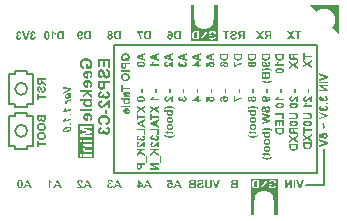
<source format=gbo>
G04 #@! TF.GenerationSoftware,KiCad,Pcbnew,7.0.9*
G04 #@! TF.CreationDate,2024-04-26T16:02:49+09:00*
G04 #@! TF.ProjectId,Geekble_Mini_ESP32C3,4765656b-626c-4655-9f4d-696e695f4553,1*
G04 #@! TF.SameCoordinates,Original*
G04 #@! TF.FileFunction,Legend,Bot*
G04 #@! TF.FilePolarity,Positive*
%FSLAX46Y46*%
G04 Gerber Fmt 4.6, Leading zero omitted, Abs format (unit mm)*
G04 Created by KiCad (PCBNEW 7.0.9) date 2024-04-26 16:02:49*
%MOMM*%
%LPD*%
G01*
G04 APERTURE LIST*
%ADD10C,0.153000*%
%ADD11C,0.000000*%
%ADD12C,0.140000*%
%ADD13O,1.624000X3.148000*%
%ADD14C,1.116000*%
%ADD15C,1.300000*%
%ADD16C,0.750000*%
%ADD17O,2.200000X1.100000*%
%ADD18O,1.700000X1.100000*%
G04 APERTURE END LIST*
D10*
X32047990Y-33062010D02*
X31539990Y-33062010D01*
X33571990Y-33062010D02*
X33063990Y-33062010D01*
X32047990Y-35856010D02*
X33063990Y-35856010D01*
X33571990Y-35602010D02*
X33571990Y-33062010D01*
X58209990Y-42460010D02*
X56685990Y-42460010D01*
X32047990Y-35856010D02*
X32047990Y-35602010D01*
X32047990Y-36364010D02*
X32047990Y-36618010D01*
X33063990Y-34332010D02*
G75*
G03*
X33063990Y-34332010I-508000J0D01*
G01*
X32047990Y-39158010D02*
X31539990Y-39158010D01*
X32047990Y-39412010D02*
X32047990Y-39158010D01*
X33063990Y-37888010D02*
G75*
G03*
X33063990Y-37888010I-508000J0D01*
G01*
X33571990Y-39158010D02*
X33571990Y-36618010D01*
X33571990Y-36618010D02*
X33063990Y-36618010D01*
X33063990Y-35602010D02*
X33571990Y-35602010D01*
X32047990Y-35602010D02*
X31539990Y-35602010D01*
X33063990Y-35856010D02*
X33063990Y-35602010D01*
X33063990Y-36618010D02*
X33063990Y-36364010D01*
D11*
G36*
X59479990Y-29773240D02*
G01*
X59473370Y-29773240D01*
X59473370Y-29766630D01*
X59466760Y-29766630D01*
X59466760Y-29760010D01*
X59460150Y-29760010D01*
X59460150Y-29753400D01*
X59453530Y-29753400D01*
X59453530Y-29746780D01*
X59446920Y-29746780D01*
X59446920Y-29740170D01*
X59440300Y-29740170D01*
X59440300Y-29733550D01*
X59433690Y-29733550D01*
X59433690Y-29726940D01*
X59427070Y-29726940D01*
X59427070Y-29720320D01*
X59420460Y-29720320D01*
X59420460Y-29713710D01*
X59413840Y-29713710D01*
X59413840Y-29707100D01*
X59407230Y-29707100D01*
X59407230Y-29700480D01*
X59400610Y-29700480D01*
X59400610Y-29693870D01*
X59394000Y-29693870D01*
X59394000Y-29687250D01*
X59387390Y-29687250D01*
X59387390Y-29680640D01*
X59380770Y-29680640D01*
X59380770Y-29674020D01*
X59374150Y-29674020D01*
X59374150Y-29667410D01*
X59367540Y-29667410D01*
X59367540Y-29660790D01*
X59360930Y-29660790D01*
X59360930Y-29654180D01*
X59354310Y-29654180D01*
X59354310Y-29647560D01*
X59347700Y-29647560D01*
X59347700Y-29640950D01*
X59341080Y-29640950D01*
X59341080Y-29634340D01*
X59334470Y-29634340D01*
X59334470Y-29627720D01*
X59327850Y-29627720D01*
X59327850Y-29621100D01*
X59321240Y-29621100D01*
X59321240Y-29614490D01*
X59314620Y-29614490D01*
X59314620Y-29607880D01*
X59308010Y-29607880D01*
X59308010Y-29601260D01*
X59301400Y-29601260D01*
X59301400Y-29594650D01*
X59294780Y-29594650D01*
X59294780Y-29588030D01*
X59288170Y-29588030D01*
X59288170Y-29581420D01*
X59281550Y-29581420D01*
X59281550Y-29574800D01*
X59274940Y-29574800D01*
X59274940Y-29568190D01*
X59268320Y-29568190D01*
X59268320Y-29561570D01*
X59261710Y-29561570D01*
X59261710Y-29554960D01*
X59255090Y-29554960D01*
X59255090Y-29548350D01*
X59248480Y-29548350D01*
X59248480Y-29541730D01*
X59241860Y-29541730D01*
X59241860Y-29535120D01*
X59235250Y-29535120D01*
X59235250Y-29528500D01*
X59228640Y-29528500D01*
X59228640Y-29521890D01*
X59222020Y-29521890D01*
X59222020Y-29515270D01*
X59215400Y-29515270D01*
X59215400Y-29508660D01*
X59208790Y-29508660D01*
X59208790Y-29502040D01*
X59202180Y-29502040D01*
X59202180Y-29495430D01*
X59195560Y-29495430D01*
X59195560Y-29488810D01*
X59188950Y-29488810D01*
X59188950Y-29482200D01*
X59182330Y-29482200D01*
X59182330Y-29475590D01*
X59175720Y-29475590D01*
X59175720Y-29468970D01*
X59169100Y-29468970D01*
X59169100Y-29462350D01*
X59162490Y-29462350D01*
X59162490Y-29455740D01*
X59155870Y-29455740D01*
X59155870Y-29449130D01*
X59149260Y-29449130D01*
X59149260Y-29442510D01*
X59142650Y-29442510D01*
X59142650Y-29435900D01*
X59136030Y-29435900D01*
X59136030Y-29429280D01*
X59129420Y-29429280D01*
X59129420Y-29422670D01*
X59122800Y-29422670D01*
X59122800Y-29416050D01*
X59116190Y-29416050D01*
X59116190Y-29409440D01*
X59109570Y-29409440D01*
X59109570Y-29402820D01*
X59102960Y-29402820D01*
X59102960Y-29396210D01*
X59096340Y-29396210D01*
X59096340Y-29389600D01*
X59089730Y-29389600D01*
X59089730Y-29382980D01*
X59083110Y-29382980D01*
X59083110Y-29376370D01*
X59076500Y-29376370D01*
X59076500Y-29369750D01*
X59069890Y-29369750D01*
X59069890Y-29363140D01*
X59063270Y-29363140D01*
X59063270Y-29356520D01*
X59056650Y-29356520D01*
X59056650Y-29349910D01*
X59050040Y-29349910D01*
X59050040Y-29343290D01*
X59043430Y-29343290D01*
X59043430Y-29336680D01*
X59036810Y-29336680D01*
X59036810Y-29330060D01*
X59030200Y-29330060D01*
X59030200Y-29323450D01*
X59023580Y-29323450D01*
X59023580Y-29316840D01*
X59016970Y-29316840D01*
X59016970Y-29310220D01*
X59010350Y-29310220D01*
X59010350Y-29303600D01*
X59003740Y-29303600D01*
X59003740Y-29296990D01*
X58997120Y-29296990D01*
X58997120Y-29290380D01*
X58990510Y-29290380D01*
X58990510Y-29283760D01*
X58983900Y-29283760D01*
X58983900Y-29277150D01*
X58977280Y-29277150D01*
X58977280Y-29270530D01*
X58970670Y-29270530D01*
X58970670Y-29263920D01*
X58964050Y-29263920D01*
X58964050Y-29257300D01*
X58957440Y-29257300D01*
X58957440Y-29250690D01*
X58950820Y-29250690D01*
X58950820Y-29244070D01*
X58944210Y-29244070D01*
X58944210Y-29237460D01*
X58937590Y-29237460D01*
X58937590Y-29230850D01*
X58930980Y-29230850D01*
X58930980Y-29224230D01*
X58924360Y-29224230D01*
X58924360Y-29217620D01*
X58917750Y-29217620D01*
X58917750Y-29211000D01*
X58911140Y-29211000D01*
X58911140Y-29204390D01*
X58904520Y-29204390D01*
X58904520Y-29197770D01*
X58897900Y-29197770D01*
X58897900Y-29191160D01*
X58891290Y-29191160D01*
X58891290Y-29184540D01*
X58884680Y-29184540D01*
X58884680Y-29177930D01*
X58878060Y-29177930D01*
X58878060Y-29171310D01*
X58871450Y-29171310D01*
X58871450Y-29164700D01*
X58864830Y-29164700D01*
X58864830Y-29151470D01*
X58871450Y-29151470D01*
X58871450Y-29144850D01*
X58878060Y-29144850D01*
X58878060Y-29138240D01*
X58884680Y-29138240D01*
X58884680Y-29118400D01*
X58891290Y-29118400D01*
X58891290Y-29111780D01*
X58897900Y-29111780D01*
X58897900Y-29105170D01*
X58904520Y-29105170D01*
X58904520Y-29098550D01*
X58911140Y-29098550D01*
X58911140Y-29091940D01*
X58917750Y-29091940D01*
X58917750Y-29085320D01*
X58924360Y-29085320D01*
X58924360Y-29078710D01*
X58930980Y-29078710D01*
X58930980Y-29072100D01*
X58937590Y-29072100D01*
X58937590Y-29065480D01*
X58944210Y-29065480D01*
X58944210Y-29058870D01*
X58950820Y-29058870D01*
X58950820Y-29039020D01*
X58964050Y-29039020D01*
X58964050Y-29032410D01*
X58970670Y-29032410D01*
X58970670Y-29012560D01*
X58977280Y-29012560D01*
X58977280Y-29005950D01*
X58983900Y-29005950D01*
X58983900Y-28999340D01*
X58990510Y-28999340D01*
X58990510Y-28979491D01*
X58997120Y-28979491D01*
X58997120Y-28972880D01*
X59003740Y-28972880D01*
X59003740Y-28966261D01*
X59010350Y-28966261D01*
X59010350Y-28959651D01*
X59016970Y-28959651D01*
X59016970Y-28946421D01*
X59023580Y-28946421D01*
X59023580Y-28926571D01*
X59030201Y-28926570D01*
X59030200Y-28919961D01*
X59036810Y-28919961D01*
X59036810Y-28900121D01*
X59043431Y-28900120D01*
X59043431Y-28886890D01*
X59050041Y-28886890D01*
X59050041Y-28880270D01*
X59056651Y-28880270D01*
X59056651Y-28860430D01*
X59063271Y-28860430D01*
X59063271Y-28853810D01*
X59069891Y-28853810D01*
X59069891Y-28827350D01*
X59076500Y-28827349D01*
X59076500Y-28807509D01*
X59089731Y-28807510D01*
X59089731Y-28774440D01*
X59096340Y-28774439D01*
X59096340Y-28734750D01*
X59109570Y-28734750D01*
X59109570Y-28695060D01*
X59116190Y-28695060D01*
X59116190Y-28688450D01*
X59122800Y-28688450D01*
X59122800Y-28635530D01*
X59129420Y-28635530D01*
X59129420Y-28344490D01*
X59122800Y-28344490D01*
X59122800Y-28291570D01*
X59116190Y-28291570D01*
X59116190Y-28284960D01*
X59109570Y-28284960D01*
X59109570Y-28245270D01*
X59096340Y-28245270D01*
X59096340Y-28205590D01*
X59089730Y-28205590D01*
X59089731Y-28172510D01*
X59076500Y-28172511D01*
X59076500Y-28152671D01*
X59069891Y-28152670D01*
X59069891Y-28126210D01*
X59063271Y-28126210D01*
X59063270Y-28119601D01*
X59056650Y-28119601D01*
X59056650Y-28106371D01*
X59056651Y-28099750D01*
X59050041Y-28099750D01*
X59050041Y-28093140D01*
X59043431Y-28093140D01*
X59043431Y-28079910D01*
X59036811Y-28079910D01*
X59036810Y-28060059D01*
X59030200Y-28060059D01*
X59030201Y-28053450D01*
X59023580Y-28053449D01*
X59023580Y-28033599D01*
X59016970Y-28033599D01*
X59016970Y-28020379D01*
X59010350Y-28020379D01*
X59010350Y-28013759D01*
X59003740Y-28013759D01*
X59003740Y-28007149D01*
X58997120Y-28007149D01*
X58997120Y-28000529D01*
X58990510Y-28000529D01*
X58990510Y-27980689D01*
X58983900Y-27980689D01*
X58983900Y-27974070D01*
X58977280Y-27974070D01*
X58977280Y-27967460D01*
X58970670Y-27967460D01*
X58970670Y-27947620D01*
X58964050Y-27947620D01*
X58964050Y-27941000D01*
X58950820Y-27941000D01*
X58950820Y-27927770D01*
X58937590Y-27927770D01*
X58937590Y-27907930D01*
X58930980Y-27907930D01*
X58930980Y-27901310D01*
X58924360Y-27901310D01*
X58924360Y-27894700D01*
X58917750Y-27894700D01*
X58917750Y-27888090D01*
X58911140Y-27888090D01*
X58911140Y-27881470D01*
X58904520Y-27881470D01*
X58904520Y-27874850D01*
X58897900Y-27874850D01*
X58897900Y-27868240D01*
X58891290Y-27868240D01*
X58891290Y-27861630D01*
X58884680Y-27861630D01*
X58884680Y-27855010D01*
X58878060Y-27855010D01*
X58878060Y-27848400D01*
X58871450Y-27848400D01*
X58871450Y-27841780D01*
X58864830Y-27841780D01*
X58864830Y-27835170D01*
X58858220Y-27835170D01*
X58858220Y-27828550D01*
X58851600Y-27828550D01*
X58851600Y-27821940D01*
X58844990Y-27821940D01*
X58844990Y-27815320D01*
X58838370Y-27815320D01*
X58838370Y-27808710D01*
X58831760Y-27808710D01*
X58831760Y-27802100D01*
X58825150Y-27802100D01*
X58825150Y-27795480D01*
X58818530Y-27795480D01*
X58818530Y-27788870D01*
X58811920Y-27788870D01*
X58811920Y-27782250D01*
X58805300Y-27782250D01*
X58805300Y-27775640D01*
X58798690Y-27775640D01*
X58798690Y-27769020D01*
X58792070Y-27769020D01*
X58792070Y-27762410D01*
X58772230Y-27762410D01*
X58772230Y-27749180D01*
X58759000Y-27749180D01*
X58759000Y-27735950D01*
X58752390Y-27735950D01*
X58752390Y-27729340D01*
X58732540Y-27729340D01*
X58732540Y-27722720D01*
X58725930Y-27722720D01*
X58725930Y-27716100D01*
X58719311Y-27716100D01*
X58719311Y-27709490D01*
X58699471Y-27709490D01*
X58699471Y-27702880D01*
X58692851Y-27702880D01*
X58692851Y-27696260D01*
X58686241Y-27696260D01*
X58686241Y-27689650D01*
X58679621Y-27689650D01*
X58679621Y-27683030D01*
X58666401Y-27683030D01*
X58666401Y-27676420D01*
X58646551Y-27676420D01*
X58646550Y-27669799D01*
X58639941Y-27669800D01*
X58639941Y-27663190D01*
X58620090Y-27663189D01*
X58620090Y-27656569D01*
X58606860Y-27656569D01*
X58606860Y-27649959D01*
X58600250Y-27649959D01*
X58600250Y-27643349D01*
X58580399Y-27643350D01*
X58580399Y-27636730D01*
X58573790Y-27636729D01*
X58573789Y-27630120D01*
X58547329Y-27630120D01*
X58547329Y-27623500D01*
X58527489Y-27623500D01*
X58527490Y-27610269D01*
X58494420Y-27610269D01*
X58494419Y-27603660D01*
X58454730Y-27603660D01*
X58454730Y-27590430D01*
X58415040Y-27590430D01*
X58415040Y-27583810D01*
X58408430Y-27583810D01*
X58408430Y-27577200D01*
X58355510Y-27577200D01*
X58355510Y-27570590D01*
X58064470Y-27570590D01*
X58064470Y-27577200D01*
X58011550Y-27577200D01*
X58011550Y-27583810D01*
X58004940Y-27583810D01*
X58004940Y-27590430D01*
X57965250Y-27590430D01*
X57965250Y-27603660D01*
X57925561Y-27603660D01*
X57925560Y-27610269D01*
X57892490Y-27610269D01*
X57892491Y-27623500D01*
X57872651Y-27623500D01*
X57872651Y-27630120D01*
X57846191Y-27630120D01*
X57846190Y-27636729D01*
X57839570Y-27636729D01*
X57839570Y-27643349D01*
X57819730Y-27643349D01*
X57819730Y-27649959D01*
X57813110Y-27649959D01*
X57813110Y-27656569D01*
X57799890Y-27656569D01*
X57799890Y-27663189D01*
X57780039Y-27663190D01*
X57780039Y-27669800D01*
X57773430Y-27669799D01*
X57773429Y-27676420D01*
X57753579Y-27676420D01*
X57753579Y-27683030D01*
X57740349Y-27683030D01*
X57740349Y-27689650D01*
X57733739Y-27689650D01*
X57733739Y-27696260D01*
X57727120Y-27696260D01*
X57727120Y-27702880D01*
X57720509Y-27702880D01*
X57720509Y-27709490D01*
X57700669Y-27709490D01*
X57700669Y-27716100D01*
X57694050Y-27716100D01*
X57694050Y-27722720D01*
X57687440Y-27722720D01*
X57687440Y-27729340D01*
X57667590Y-27729340D01*
X57667590Y-27735950D01*
X57660980Y-27735950D01*
X57660980Y-27749180D01*
X57647750Y-27749180D01*
X57647750Y-27762410D01*
X57627900Y-27762410D01*
X57627900Y-27769020D01*
X57621290Y-27769020D01*
X57621290Y-27775640D01*
X57614680Y-27775640D01*
X57614680Y-27782250D01*
X57608060Y-27782250D01*
X57608060Y-27788870D01*
X57601450Y-27788870D01*
X57601450Y-27795480D01*
X57594830Y-27795480D01*
X57594830Y-27802100D01*
X57588220Y-27802100D01*
X57588220Y-27808710D01*
X57581600Y-27808710D01*
X57581600Y-27815320D01*
X57574990Y-27815320D01*
X57574990Y-27821940D01*
X57555150Y-27821940D01*
X57555150Y-27828550D01*
X57548530Y-27828550D01*
X57548530Y-27835170D01*
X57535300Y-27835170D01*
X57535300Y-27828550D01*
X57528690Y-27828550D01*
X57528690Y-27821940D01*
X57522070Y-27821940D01*
X57522070Y-27815320D01*
X57515460Y-27815320D01*
X57515460Y-27808710D01*
X57508840Y-27808710D01*
X57508840Y-27802100D01*
X57502230Y-27802100D01*
X57502230Y-27795480D01*
X57495610Y-27795480D01*
X57495610Y-27788870D01*
X57489000Y-27788870D01*
X57489000Y-27782250D01*
X57482390Y-27782250D01*
X57482390Y-27775640D01*
X57475770Y-27775640D01*
X57475770Y-27769020D01*
X57469150Y-27769020D01*
X57469150Y-27762410D01*
X57462540Y-27762410D01*
X57462540Y-27755790D01*
X57455930Y-27755790D01*
X57455930Y-27749180D01*
X57449310Y-27749180D01*
X57449310Y-27742560D01*
X57442700Y-27742560D01*
X57442700Y-27735950D01*
X57436080Y-27735950D01*
X57436080Y-27729340D01*
X57429470Y-27729340D01*
X57429470Y-27722720D01*
X57422850Y-27722720D01*
X57422850Y-27716100D01*
X57416240Y-27716100D01*
X57416240Y-27709490D01*
X57409620Y-27709490D01*
X57409620Y-27702880D01*
X57403010Y-27702880D01*
X57403010Y-27696260D01*
X57396400Y-27696260D01*
X57396400Y-27689650D01*
X57389780Y-27689650D01*
X57389780Y-27683030D01*
X57383170Y-27683030D01*
X57383170Y-27676420D01*
X57376550Y-27676420D01*
X57376550Y-27669800D01*
X57369940Y-27669800D01*
X57369940Y-27663190D01*
X57363320Y-27663190D01*
X57363320Y-27656570D01*
X57356710Y-27656570D01*
X57356710Y-27649960D01*
X57350090Y-27649960D01*
X57350090Y-27643350D01*
X57343480Y-27643350D01*
X57343480Y-27636730D01*
X57336860Y-27636730D01*
X57336860Y-27630120D01*
X57330250Y-27630120D01*
X57330250Y-27623500D01*
X57323640Y-27623500D01*
X57323640Y-27616890D01*
X57317020Y-27616890D01*
X57317020Y-27610270D01*
X57310400Y-27610270D01*
X57310400Y-27603660D01*
X57303790Y-27603660D01*
X57303790Y-27597040D01*
X57297180Y-27597040D01*
X57297180Y-27590430D01*
X57290560Y-27590430D01*
X57290560Y-27583810D01*
X57283950Y-27583810D01*
X57283950Y-27577200D01*
X57277330Y-27577200D01*
X57277330Y-27570590D01*
X57270720Y-27570590D01*
X57270720Y-27563970D01*
X57264100Y-27563970D01*
X57264100Y-27557350D01*
X57257490Y-27557350D01*
X57257490Y-27550740D01*
X57250870Y-27550740D01*
X57250870Y-27544130D01*
X57244260Y-27544130D01*
X57244260Y-27537510D01*
X57237650Y-27537510D01*
X57237650Y-27530900D01*
X57231030Y-27530900D01*
X57231030Y-27524280D01*
X57224420Y-27524280D01*
X57224420Y-27517670D01*
X57217800Y-27517670D01*
X57217800Y-27511050D01*
X57211190Y-27511050D01*
X57211190Y-27504440D01*
X57204570Y-27504440D01*
X57204570Y-27497820D01*
X57197960Y-27497820D01*
X57197960Y-27491210D01*
X57191340Y-27491210D01*
X57191340Y-27484600D01*
X57184730Y-27484600D01*
X57184730Y-27477980D01*
X57178110Y-27477980D01*
X57178110Y-27471370D01*
X57171500Y-27471370D01*
X57171500Y-27464750D01*
X57164890Y-27464750D01*
X57164890Y-27458140D01*
X57158270Y-27458140D01*
X57158270Y-27451520D01*
X57151650Y-27451520D01*
X57151650Y-27444910D01*
X57145040Y-27444910D01*
X57145040Y-27438290D01*
X57138430Y-27438290D01*
X57138430Y-27431680D01*
X57131810Y-27431680D01*
X57131810Y-27425060D01*
X57125200Y-27425060D01*
X57125200Y-27418450D01*
X57118580Y-27418450D01*
X57118580Y-27411840D01*
X57111970Y-27411840D01*
X57111970Y-27405220D01*
X57105350Y-27405220D01*
X57105350Y-27398600D01*
X57098740Y-27398600D01*
X57098740Y-27391990D01*
X57092120Y-27391990D01*
X57092120Y-27385380D01*
X57085510Y-27385380D01*
X57085510Y-27378760D01*
X57078900Y-27378760D01*
X57078900Y-27372150D01*
X57072280Y-27372150D01*
X57072280Y-27365530D01*
X57065670Y-27365530D01*
X57065670Y-27358920D01*
X57059050Y-27358920D01*
X57059050Y-27352300D01*
X57052440Y-27352300D01*
X57052440Y-27345690D01*
X57045820Y-27345690D01*
X57045820Y-27339070D01*
X57039210Y-27339070D01*
X57039210Y-27332460D01*
X57032590Y-27332460D01*
X57032590Y-27325850D01*
X57025980Y-27325850D01*
X57025980Y-27319230D01*
X57019360Y-27319230D01*
X57019360Y-27312620D01*
X57012750Y-27312620D01*
X57012750Y-27306000D01*
X57006140Y-27306000D01*
X57006140Y-27299390D01*
X56999520Y-27299390D01*
X56999520Y-27292770D01*
X56992900Y-27292770D01*
X56992900Y-27286160D01*
X56986290Y-27286160D01*
X56986290Y-27279540D01*
X56979680Y-27279540D01*
X56979680Y-27272930D01*
X56973060Y-27272930D01*
X56973060Y-27266310D01*
X56966450Y-27266310D01*
X56966450Y-27259700D01*
X56959830Y-27259700D01*
X56959830Y-27253090D01*
X56953220Y-27253090D01*
X56953220Y-27246470D01*
X56946600Y-27246470D01*
X56946600Y-27239850D01*
X56939990Y-27239850D01*
X56939990Y-27233240D01*
X56933370Y-27233240D01*
X56933370Y-27226630D01*
X56926760Y-27226630D01*
X56926760Y-27220010D01*
X59479990Y-27220010D01*
X59479990Y-29773240D01*
G37*
D10*
X33063990Y-33062010D02*
X33063990Y-32808010D01*
X31539990Y-36618010D02*
X31539990Y-39158010D01*
X33063990Y-32808010D02*
X32047990Y-32808010D01*
X33063990Y-39412010D02*
X33063990Y-39158010D01*
X32047990Y-32808010D02*
X32047990Y-33062010D01*
X33063990Y-39158010D02*
X33571990Y-39158010D01*
G36*
X51986990Y-42841010D02*
G01*
X54272990Y-42841010D01*
X54272990Y-45000010D01*
X51986990Y-45000010D01*
X51986990Y-42841010D01*
G37*
D11*
G36*
X49192990Y-29379010D02*
G01*
X46906990Y-29379010D01*
X46906990Y-27220009D01*
X49192990Y-27220009D01*
X49192990Y-29379010D01*
G37*
D10*
X33063990Y-36364010D02*
X32047990Y-36364010D01*
X31539990Y-33062010D02*
X31539990Y-35602010D01*
X40429990Y-30649010D02*
X57574990Y-30649010D01*
X57574990Y-41444010D01*
X40429990Y-41444010D01*
X40429990Y-30649010D01*
X32047990Y-39412010D02*
X33063990Y-39412010D01*
X58209990Y-39412010D02*
X58209990Y-42460010D01*
X32047990Y-36618010D02*
X31539990Y-36618010D01*
D12*
G36*
X46136082Y-42750510D02*
G01*
X45985115Y-42750510D01*
X45926985Y-42586378D01*
X45645056Y-42586378D01*
X45583506Y-42750510D01*
X45428779Y-42750510D01*
X45541688Y-42466015D01*
X45690876Y-42466015D01*
X45883217Y-42466015D01*
X45787987Y-42214348D01*
X45690876Y-42466015D01*
X45541688Y-42466015D01*
X45711050Y-42039274D01*
X45861504Y-42039274D01*
X46136082Y-42750510D01*
G37*
G36*
X45385181Y-42547055D02*
G01*
X45250628Y-42531668D01*
X45249340Y-42540941D01*
X45247655Y-42549848D01*
X45245573Y-42558388D01*
X45243095Y-42566562D01*
X45240219Y-42574369D01*
X45236948Y-42581809D01*
X45233279Y-42588882D01*
X45229214Y-42595589D01*
X45224752Y-42601930D01*
X45219893Y-42607903D01*
X45216434Y-42611682D01*
X45211037Y-42616937D01*
X45205490Y-42621676D01*
X45199793Y-42625897D01*
X45193946Y-42629602D01*
X45185916Y-42633737D01*
X45177618Y-42636953D01*
X45169054Y-42639251D01*
X45160222Y-42640629D01*
X45151123Y-42641089D01*
X45143289Y-42640818D01*
X45135686Y-42640007D01*
X45128314Y-42638654D01*
X45121174Y-42636761D01*
X45114265Y-42634327D01*
X45107588Y-42631351D01*
X45101142Y-42627835D01*
X45094928Y-42623778D01*
X45088945Y-42619180D01*
X45083193Y-42614041D01*
X45079487Y-42610314D01*
X45074232Y-42604237D01*
X45069493Y-42597610D01*
X45065272Y-42590432D01*
X45061567Y-42582705D01*
X45058379Y-42574428D01*
X45055709Y-42565601D01*
X45053555Y-42556224D01*
X45051918Y-42546297D01*
X45051114Y-42539373D01*
X45050540Y-42532205D01*
X45050195Y-42524792D01*
X45050080Y-42517135D01*
X45050194Y-42509941D01*
X45050534Y-42502977D01*
X45051471Y-42492961D01*
X45052918Y-42483462D01*
X45054877Y-42474480D01*
X45057346Y-42466015D01*
X45060327Y-42458067D01*
X45063818Y-42450636D01*
X45067820Y-42443722D01*
X45072333Y-42437325D01*
X45077357Y-42431444D01*
X45079145Y-42429599D01*
X45084749Y-42424374D01*
X45090663Y-42419663D01*
X45096887Y-42415466D01*
X45103420Y-42411783D01*
X45110263Y-42408614D01*
X45117415Y-42405959D01*
X45124877Y-42403818D01*
X45132648Y-42402190D01*
X45140729Y-42401077D01*
X45149119Y-42400477D01*
X45154885Y-42400363D01*
X45162104Y-42400577D01*
X45169230Y-42401218D01*
X45176263Y-42402286D01*
X45183202Y-42403782D01*
X45190047Y-42405706D01*
X45196799Y-42408057D01*
X45203458Y-42410835D01*
X45210023Y-42414041D01*
X45216494Y-42417674D01*
X45222872Y-42421734D01*
X45229156Y-42426222D01*
X45235347Y-42431138D01*
X45241445Y-42436480D01*
X45247449Y-42442251D01*
X45253359Y-42448448D01*
X45259176Y-42455073D01*
X45368768Y-42438147D01*
X45299525Y-42050216D01*
X44942369Y-42050216D01*
X44942369Y-42181521D01*
X45197114Y-42181521D01*
X45218315Y-42304962D01*
X45209834Y-42300501D01*
X45201316Y-42296479D01*
X45192763Y-42292895D01*
X45184174Y-42289751D01*
X45175549Y-42287045D01*
X45166887Y-42284778D01*
X45158190Y-42282950D01*
X45149456Y-42281560D01*
X45140687Y-42280609D01*
X45131881Y-42280098D01*
X45125991Y-42280000D01*
X45114857Y-42280255D01*
X45103938Y-42281018D01*
X45093235Y-42282290D01*
X45082746Y-42284071D01*
X45072472Y-42286361D01*
X45062414Y-42289160D01*
X45052571Y-42292468D01*
X45042942Y-42296285D01*
X45033529Y-42300611D01*
X45024330Y-42305445D01*
X45015347Y-42310789D01*
X45006579Y-42316641D01*
X44998026Y-42323002D01*
X44989688Y-42329873D01*
X44981565Y-42337252D01*
X44973657Y-42345140D01*
X44966079Y-42353413D01*
X44958990Y-42361991D01*
X44952391Y-42370873D01*
X44946280Y-42380060D01*
X44940658Y-42389552D01*
X44935525Y-42399348D01*
X44930881Y-42409448D01*
X44926725Y-42419854D01*
X44923059Y-42430563D01*
X44919881Y-42441577D01*
X44917192Y-42452896D01*
X44914992Y-42464519D01*
X44913281Y-42476447D01*
X44912059Y-42488680D01*
X44911326Y-42501217D01*
X44911082Y-42514058D01*
X44911279Y-42524800D01*
X44911870Y-42535397D01*
X44912855Y-42545850D01*
X44914234Y-42556159D01*
X44916007Y-42566324D01*
X44918174Y-42576345D01*
X44920735Y-42586221D01*
X44923691Y-42595953D01*
X44927040Y-42605540D01*
X44930783Y-42614984D01*
X44934920Y-42624283D01*
X44939452Y-42633438D01*
X44944377Y-42642448D01*
X44949697Y-42651315D01*
X44955410Y-42660037D01*
X44961518Y-42668615D01*
X44965866Y-42674327D01*
X44970318Y-42679857D01*
X44974875Y-42685206D01*
X44979536Y-42690373D01*
X44984302Y-42695360D01*
X44989173Y-42700165D01*
X44999227Y-42709231D01*
X45009700Y-42717572D01*
X45020590Y-42725187D01*
X45031899Y-42732077D01*
X45043626Y-42738242D01*
X45055771Y-42743682D01*
X45068334Y-42748396D01*
X45081315Y-42752385D01*
X45087962Y-42754108D01*
X45094714Y-42755649D01*
X45101570Y-42757009D01*
X45108531Y-42758188D01*
X45115597Y-42759185D01*
X45122766Y-42760001D01*
X45130041Y-42760636D01*
X45137420Y-42761089D01*
X45144903Y-42761361D01*
X45152491Y-42761452D01*
X45164553Y-42761225D01*
X45176333Y-42760543D01*
X45187832Y-42759408D01*
X45199048Y-42757818D01*
X45209983Y-42755775D01*
X45220636Y-42753277D01*
X45231007Y-42750325D01*
X45241096Y-42746919D01*
X45250904Y-42743059D01*
X45260429Y-42738745D01*
X45269673Y-42733976D01*
X45278635Y-42728754D01*
X45287315Y-42723077D01*
X45295713Y-42716946D01*
X45303830Y-42710361D01*
X45311664Y-42703322D01*
X45319164Y-42695899D01*
X45326277Y-42688164D01*
X45333002Y-42680117D01*
X45339340Y-42671756D01*
X45345291Y-42663084D01*
X45350854Y-42654098D01*
X45356030Y-42644801D01*
X45360818Y-42635190D01*
X45365219Y-42625267D01*
X45369233Y-42615032D01*
X45372859Y-42604484D01*
X45376099Y-42593623D01*
X45378950Y-42582450D01*
X45381415Y-42570964D01*
X45383492Y-42559166D01*
X45385181Y-42547055D01*
G37*
G36*
X53737958Y-30152110D02*
G01*
X53595711Y-30152110D01*
X53595711Y-29856673D01*
X53566817Y-29856673D01*
X53557850Y-29856742D01*
X53549348Y-29856950D01*
X53541312Y-29857295D01*
X53533743Y-29857779D01*
X53526638Y-29858401D01*
X53517891Y-29859446D01*
X53509972Y-29860736D01*
X53502880Y-29862272D01*
X53495181Y-29864538D01*
X53489576Y-29866712D01*
X53482676Y-29870017D01*
X53475892Y-29873972D01*
X53469225Y-29878579D01*
X53462675Y-29883836D01*
X53457519Y-29888511D01*
X53452438Y-29893603D01*
X53448351Y-29898073D01*
X53443653Y-29903599D01*
X53438345Y-29910179D01*
X53432427Y-29917814D01*
X53428143Y-29923490D01*
X53423587Y-29929635D01*
X53418761Y-29936249D01*
X53413663Y-29943331D01*
X53408294Y-29950882D01*
X53402654Y-29958903D01*
X53396743Y-29967392D01*
X53390560Y-29976350D01*
X53384107Y-29985776D01*
X53377382Y-29995672D01*
X53274459Y-30152110D01*
X53104172Y-30152110D01*
X53190341Y-30013624D01*
X53196628Y-30003456D01*
X53202753Y-29993684D01*
X53208714Y-29984308D01*
X53214512Y-29975327D01*
X53220147Y-29966741D01*
X53225620Y-29958550D01*
X53230929Y-29950755D01*
X53236076Y-29943355D01*
X53241059Y-29936351D01*
X53245880Y-29929742D01*
X53250537Y-29923528D01*
X53255032Y-29917710D01*
X53259364Y-29912287D01*
X53265556Y-29904894D01*
X53271381Y-29898390D01*
X53275184Y-29894350D01*
X53281128Y-29888368D01*
X53287356Y-29882479D01*
X53293870Y-29876683D01*
X53300670Y-29870981D01*
X53307755Y-29865371D01*
X53315125Y-29859855D01*
X53322781Y-29854432D01*
X53330723Y-29849102D01*
X53338950Y-29843865D01*
X53347463Y-29838722D01*
X53336039Y-29836862D01*
X53324977Y-29834701D01*
X53314278Y-29832240D01*
X53303940Y-29829478D01*
X53293964Y-29826416D01*
X53284351Y-29823054D01*
X53275099Y-29819391D01*
X53266209Y-29815427D01*
X53257681Y-29811163D01*
X53249516Y-29806598D01*
X53241712Y-29801733D01*
X53234270Y-29796567D01*
X53227190Y-29791100D01*
X53220472Y-29785333D01*
X53214116Y-29779266D01*
X53208122Y-29772898D01*
X53202470Y-29766270D01*
X53197183Y-29759423D01*
X53192260Y-29752358D01*
X53187702Y-29745073D01*
X53183508Y-29737569D01*
X53179680Y-29729846D01*
X53176216Y-29721904D01*
X53173116Y-29713742D01*
X53170381Y-29705362D01*
X53168011Y-29696763D01*
X53166005Y-29687945D01*
X53164365Y-29678907D01*
X53163088Y-29669651D01*
X53162177Y-29660175D01*
X53161630Y-29650481D01*
X53161564Y-29646893D01*
X53308140Y-29646893D01*
X53308367Y-29654509D01*
X53309048Y-29661800D01*
X53310183Y-29668764D01*
X53312241Y-29677011D01*
X53315008Y-29684749D01*
X53318485Y-29691978D01*
X53322672Y-29698697D01*
X53324511Y-29701236D01*
X53329487Y-29707167D01*
X53335006Y-29712506D01*
X53341068Y-29717251D01*
X53347672Y-29721405D01*
X53354819Y-29724965D01*
X53362508Y-29727933D01*
X53367961Y-29729430D01*
X53374766Y-29730780D01*
X53382923Y-29731983D01*
X53392433Y-29733038D01*
X53399524Y-29733660D01*
X53407217Y-29734216D01*
X53415510Y-29734707D01*
X53424405Y-29735132D01*
X53433900Y-29735492D01*
X53443997Y-29735787D01*
X53454694Y-29736016D01*
X53465993Y-29736180D01*
X53477893Y-29736278D01*
X53490394Y-29736310D01*
X53595711Y-29736310D01*
X53595711Y-29561237D01*
X53484581Y-29561237D01*
X53474037Y-29561247D01*
X53464035Y-29561275D01*
X53454573Y-29561321D01*
X53445653Y-29561387D01*
X53437273Y-29561471D01*
X53429435Y-29561574D01*
X53422137Y-29561695D01*
X53412205Y-29561913D01*
X53403490Y-29562172D01*
X53395992Y-29562474D01*
X53387889Y-29562941D01*
X53380802Y-29563631D01*
X53372371Y-29565287D01*
X53364431Y-29567435D01*
X53356984Y-29570074D01*
X53350027Y-29573205D01*
X53343562Y-29576828D01*
X53337589Y-29580941D01*
X53332107Y-29585547D01*
X53327117Y-29590644D01*
X53322669Y-29596198D01*
X53318815Y-29602174D01*
X53315553Y-29608572D01*
X53312884Y-29615392D01*
X53310808Y-29622634D01*
X53309326Y-29630298D01*
X53308436Y-29638385D01*
X53308140Y-29646893D01*
X53161564Y-29646893D01*
X53161447Y-29640567D01*
X53161568Y-29632715D01*
X53161928Y-29624974D01*
X53162529Y-29617344D01*
X53163371Y-29609825D01*
X53164453Y-29602416D01*
X53165775Y-29595119D01*
X53167338Y-29587932D01*
X53169141Y-29580856D01*
X53171185Y-29573891D01*
X53173469Y-29567037D01*
X53175993Y-29560294D01*
X53178758Y-29553661D01*
X53181763Y-29547140D01*
X53185009Y-29540729D01*
X53188495Y-29534429D01*
X53192222Y-29528240D01*
X53196149Y-29522223D01*
X53200236Y-29516440D01*
X53204484Y-29510891D01*
X53208892Y-29505576D01*
X53215804Y-29498041D01*
X53223077Y-29491032D01*
X53230710Y-29484549D01*
X53238704Y-29478592D01*
X53247059Y-29473161D01*
X53255775Y-29468256D01*
X53264851Y-29463876D01*
X53274288Y-29460023D01*
X53280919Y-29457704D01*
X53288035Y-29455535D01*
X53295633Y-29453515D01*
X53303716Y-29451645D01*
X53312282Y-29449925D01*
X53321331Y-29448354D01*
X53330864Y-29446933D01*
X53340880Y-29445661D01*
X53351380Y-29444539D01*
X53362364Y-29443567D01*
X53373831Y-29442744D01*
X53385781Y-29442071D01*
X53398215Y-29441548D01*
X53411133Y-29441174D01*
X53424534Y-29440949D01*
X53431416Y-29440893D01*
X53438419Y-29440874D01*
X53737958Y-29440874D01*
X53737958Y-30152110D01*
G37*
G36*
X53102976Y-30152110D02*
G01*
X52859172Y-29782130D01*
X53080408Y-29440874D01*
X52914054Y-29440874D01*
X52774542Y-29653732D01*
X52634176Y-29440874D01*
X52469190Y-29440874D01*
X52690767Y-29781276D01*
X52447648Y-30152110D01*
X52619301Y-30152110D01*
X52775397Y-29911213D01*
X52932348Y-30152110D01*
X53102976Y-30152110D01*
G37*
G36*
X49158730Y-42750510D02*
G01*
X49410739Y-42039274D01*
X49256354Y-42039274D01*
X49078032Y-42564494D01*
X48905352Y-42039274D01*
X48754386Y-42039274D01*
X49006737Y-42750510D01*
X49158730Y-42750510D01*
G37*
G36*
X48686511Y-42039274D02*
G01*
X48544093Y-42039274D01*
X48544093Y-42425325D01*
X48544072Y-42436548D01*
X48544010Y-42447268D01*
X48543906Y-42457482D01*
X48543761Y-42467191D01*
X48543575Y-42476395D01*
X48543347Y-42485095D01*
X48543078Y-42493289D01*
X48542767Y-42500979D01*
X48542416Y-42508164D01*
X48541810Y-42517994D01*
X48541111Y-42526688D01*
X48540319Y-42534247D01*
X48539119Y-42542558D01*
X48538792Y-42544320D01*
X48536871Y-42552374D01*
X48534505Y-42560126D01*
X48531694Y-42567573D01*
X48528438Y-42574718D01*
X48524738Y-42581558D01*
X48520592Y-42588095D01*
X48516002Y-42594329D01*
X48510967Y-42600259D01*
X48505487Y-42605885D01*
X48499563Y-42611208D01*
X48495366Y-42614588D01*
X48488671Y-42619324D01*
X48481538Y-42623594D01*
X48473965Y-42627399D01*
X48465954Y-42630737D01*
X48457504Y-42633610D01*
X48448615Y-42636016D01*
X48439288Y-42637957D01*
X48429521Y-42639432D01*
X48419316Y-42640442D01*
X48412269Y-42640856D01*
X48405027Y-42641063D01*
X48401333Y-42641089D01*
X48393863Y-42640991D01*
X48386626Y-42640699D01*
X48379624Y-42640211D01*
X48369559Y-42639114D01*
X48360019Y-42637578D01*
X48351006Y-42635604D01*
X48342518Y-42633191D01*
X48334557Y-42630339D01*
X48327121Y-42627048D01*
X48320211Y-42623318D01*
X48313827Y-42619150D01*
X48309864Y-42616127D01*
X48304310Y-42611316D01*
X48299189Y-42606306D01*
X48294500Y-42601097D01*
X48290245Y-42595691D01*
X48285244Y-42588173D01*
X48281012Y-42580304D01*
X48277550Y-42572081D01*
X48274858Y-42563506D01*
X48272934Y-42554578D01*
X48271804Y-42547326D01*
X48270784Y-42539227D01*
X48269876Y-42530280D01*
X48269079Y-42520485D01*
X48268610Y-42513485D01*
X48268190Y-42506108D01*
X48267819Y-42498354D01*
X48267498Y-42490224D01*
X48267226Y-42481717D01*
X48267004Y-42472833D01*
X48266831Y-42463572D01*
X48266707Y-42453935D01*
X48266633Y-42443922D01*
X48266608Y-42433531D01*
X48266608Y-42039274D01*
X48124361Y-42039274D01*
X48124361Y-42412160D01*
X48124373Y-42420079D01*
X48124407Y-42427852D01*
X48124463Y-42435479D01*
X48124543Y-42442959D01*
X48124645Y-42450292D01*
X48124770Y-42457478D01*
X48124918Y-42464518D01*
X48125088Y-42471412D01*
X48125497Y-42484759D01*
X48125996Y-42497519D01*
X48126586Y-42509694D01*
X48127268Y-42521281D01*
X48128040Y-42532283D01*
X48128903Y-42542698D01*
X48129856Y-42552527D01*
X48130901Y-42561769D01*
X48132036Y-42570425D01*
X48133262Y-42578495D01*
X48134579Y-42585978D01*
X48135987Y-42592875D01*
X48138308Y-42602636D01*
X48140974Y-42612109D01*
X48143986Y-42621294D01*
X48147343Y-42630189D01*
X48151046Y-42638797D01*
X48155095Y-42647115D01*
X48159489Y-42655146D01*
X48164229Y-42662887D01*
X48169315Y-42670341D01*
X48174746Y-42677505D01*
X48178559Y-42682122D01*
X48184546Y-42688788D01*
X48190903Y-42695197D01*
X48197629Y-42701347D01*
X48204725Y-42707238D01*
X48212191Y-42712871D01*
X48220026Y-42718246D01*
X48228231Y-42723362D01*
X48236806Y-42728219D01*
X48245750Y-42732818D01*
X48255064Y-42737159D01*
X48261479Y-42739909D01*
X48268079Y-42742518D01*
X48274930Y-42744958D01*
X48282030Y-42747230D01*
X48289379Y-42749334D01*
X48296979Y-42751270D01*
X48304828Y-42753037D01*
X48312927Y-42754635D01*
X48321276Y-42756066D01*
X48329874Y-42757328D01*
X48338723Y-42758422D01*
X48347821Y-42759348D01*
X48357169Y-42760105D01*
X48366767Y-42760694D01*
X48376614Y-42761115D01*
X48386711Y-42761367D01*
X48397058Y-42761452D01*
X48409478Y-42761360D01*
X48421518Y-42761086D01*
X48433178Y-42760628D01*
X48444460Y-42759988D01*
X48455362Y-42759164D01*
X48465884Y-42758158D01*
X48476028Y-42756968D01*
X48485792Y-42755596D01*
X48495176Y-42754040D01*
X48504182Y-42752302D01*
X48512808Y-42750381D01*
X48521054Y-42748276D01*
X48528922Y-42745989D01*
X48536410Y-42743518D01*
X48543518Y-42740865D01*
X48550247Y-42738029D01*
X48556680Y-42735025D01*
X48562942Y-42731914D01*
X48569033Y-42728694D01*
X48577848Y-42723662D01*
X48586279Y-42718386D01*
X48594326Y-42712867D01*
X48601987Y-42707104D01*
X48609264Y-42701098D01*
X48616156Y-42694848D01*
X48622664Y-42688355D01*
X48628787Y-42681619D01*
X48632655Y-42676992D01*
X48638147Y-42669908D01*
X48643276Y-42662761D01*
X48648041Y-42655551D01*
X48652442Y-42648277D01*
X48656480Y-42640941D01*
X48660154Y-42633541D01*
X48663464Y-42626079D01*
X48666411Y-42618553D01*
X48668994Y-42610964D01*
X48671213Y-42603312D01*
X48672491Y-42598175D01*
X48674189Y-42590319D01*
X48675777Y-42582008D01*
X48677255Y-42573243D01*
X48678625Y-42564024D01*
X48679884Y-42554351D01*
X48681034Y-42544224D01*
X48682075Y-42533642D01*
X48683006Y-42522606D01*
X48683827Y-42511117D01*
X48684539Y-42499173D01*
X48685141Y-42486775D01*
X48685634Y-42473923D01*
X48686018Y-42460617D01*
X48686291Y-42446856D01*
X48686387Y-42439806D01*
X48686456Y-42432642D01*
X48686497Y-42425364D01*
X48686511Y-42417973D01*
X48686511Y-42039274D01*
G37*
G36*
X48014427Y-42520726D02*
G01*
X47875942Y-42509784D01*
X47874282Y-42518107D01*
X47872421Y-42526149D01*
X47870360Y-42533911D01*
X47868099Y-42541392D01*
X47865637Y-42548593D01*
X47862975Y-42555513D01*
X47860112Y-42562153D01*
X47857050Y-42568512D01*
X47853786Y-42574591D01*
X47848516Y-42583183D01*
X47842795Y-42591144D01*
X47836623Y-42598474D01*
X47830000Y-42605173D01*
X47825335Y-42609288D01*
X47817920Y-42614971D01*
X47810036Y-42620095D01*
X47801683Y-42624661D01*
X47792861Y-42628667D01*
X47783571Y-42632114D01*
X47773811Y-42635002D01*
X47767045Y-42636617D01*
X47760070Y-42637983D01*
X47752886Y-42639101D01*
X47745494Y-42639971D01*
X47737894Y-42640592D01*
X47730086Y-42640964D01*
X47722069Y-42641089D01*
X47713610Y-42640977D01*
X47705415Y-42640643D01*
X47697485Y-42640085D01*
X47689820Y-42639304D01*
X47682418Y-42638300D01*
X47675282Y-42637074D01*
X47668410Y-42635624D01*
X47658597Y-42633031D01*
X47649380Y-42629936D01*
X47640758Y-42626339D01*
X47632730Y-42622240D01*
X47625298Y-42617639D01*
X47618461Y-42612537D01*
X47612228Y-42607067D01*
X47606608Y-42601429D01*
X47601601Y-42595623D01*
X47597207Y-42589648D01*
X47593427Y-42583505D01*
X47590259Y-42577194D01*
X47587704Y-42570715D01*
X47585763Y-42564067D01*
X47584435Y-42557251D01*
X47583719Y-42550266D01*
X47583583Y-42545516D01*
X47583942Y-42538002D01*
X47585019Y-42530847D01*
X47586814Y-42524051D01*
X47589327Y-42517614D01*
X47592557Y-42511535D01*
X47596506Y-42505816D01*
X47598287Y-42503629D01*
X47603411Y-42498341D01*
X47609597Y-42493270D01*
X47615308Y-42489370D01*
X47621698Y-42485609D01*
X47628767Y-42481986D01*
X47636514Y-42478503D01*
X47644939Y-42475158D01*
X47649407Y-42473538D01*
X47656686Y-42471096D01*
X47663454Y-42468978D01*
X47671342Y-42466612D01*
X47680352Y-42464001D01*
X47686981Y-42462123D01*
X47694108Y-42460135D01*
X47701734Y-42458038D01*
X47709857Y-42455832D01*
X47718479Y-42453516D01*
X47727599Y-42451090D01*
X47737218Y-42448555D01*
X47747334Y-42445910D01*
X47757949Y-42443156D01*
X47763444Y-42441738D01*
X47770526Y-42439898D01*
X47777474Y-42438034D01*
X47784290Y-42436145D01*
X47790972Y-42434231D01*
X47803937Y-42430329D01*
X47816369Y-42426329D01*
X47828269Y-42422230D01*
X47839635Y-42418032D01*
X47850468Y-42413735D01*
X47860768Y-42409339D01*
X47870536Y-42404844D01*
X47879770Y-42400251D01*
X47888471Y-42395558D01*
X47896640Y-42390767D01*
X47904275Y-42385877D01*
X47911378Y-42380888D01*
X47917948Y-42375801D01*
X47923984Y-42370614D01*
X47931852Y-42363162D01*
X47939211Y-42355507D01*
X47946064Y-42347651D01*
X47952408Y-42339594D01*
X47958245Y-42331334D01*
X47963575Y-42322873D01*
X47968396Y-42314211D01*
X47972711Y-42305346D01*
X47976518Y-42296280D01*
X47979817Y-42287013D01*
X47982608Y-42277543D01*
X47984892Y-42267872D01*
X47986669Y-42257999D01*
X47987938Y-42247925D01*
X47988699Y-42237648D01*
X47988953Y-42227170D01*
X47988685Y-42217038D01*
X47987883Y-42207029D01*
X47986546Y-42197143D01*
X47984673Y-42187380D01*
X47982266Y-42177740D01*
X47979324Y-42168224D01*
X47975847Y-42158831D01*
X47971835Y-42149561D01*
X47967288Y-42140414D01*
X47963959Y-42134385D01*
X47960393Y-42128410D01*
X47958520Y-42125443D01*
X47954590Y-42119591D01*
X47950450Y-42113916D01*
X47946100Y-42108419D01*
X47941541Y-42103100D01*
X47936772Y-42097958D01*
X47931793Y-42092994D01*
X47926604Y-42088207D01*
X47921206Y-42083598D01*
X47915598Y-42079167D01*
X47909780Y-42074914D01*
X47903753Y-42070838D01*
X47897516Y-42066939D01*
X47891069Y-42063219D01*
X47884413Y-42059676D01*
X47877547Y-42056311D01*
X47870471Y-42053123D01*
X47863176Y-42050121D01*
X47855698Y-42047313D01*
X47848035Y-42044698D01*
X47840188Y-42042277D01*
X47832156Y-42040050D01*
X47823940Y-42038016D01*
X47815540Y-42036176D01*
X47806955Y-42034530D01*
X47798186Y-42033077D01*
X47789233Y-42031818D01*
X47780096Y-42030753D01*
X47770774Y-42029882D01*
X47761268Y-42029204D01*
X47751577Y-42028720D01*
X47741702Y-42028429D01*
X47731643Y-42028332D01*
X47723415Y-42028391D01*
X47715315Y-42028565D01*
X47707344Y-42028857D01*
X47699501Y-42029265D01*
X47691786Y-42029789D01*
X47684199Y-42030430D01*
X47676740Y-42031187D01*
X47669410Y-42032062D01*
X47662208Y-42033052D01*
X47655134Y-42034159D01*
X47648188Y-42035383D01*
X47641371Y-42036723D01*
X47634682Y-42038180D01*
X47621688Y-42041443D01*
X47609207Y-42045172D01*
X47597239Y-42049368D01*
X47585784Y-42054029D01*
X47574842Y-42059157D01*
X47564413Y-42064751D01*
X47554497Y-42070811D01*
X47545093Y-42077337D01*
X47536203Y-42084330D01*
X47531950Y-42088001D01*
X47523800Y-42095615D01*
X47516149Y-42103540D01*
X47508995Y-42111777D01*
X47502340Y-42120325D01*
X47496183Y-42129184D01*
X47490525Y-42138354D01*
X47485364Y-42147836D01*
X47480702Y-42157628D01*
X47476538Y-42167732D01*
X47472872Y-42178147D01*
X47469704Y-42188874D01*
X47467035Y-42199911D01*
X47464864Y-42211260D01*
X47463191Y-42222920D01*
X47462016Y-42234891D01*
X47461340Y-42247174D01*
X47603758Y-42247174D01*
X47605641Y-42237592D01*
X47607895Y-42228531D01*
X47610518Y-42219989D01*
X47613511Y-42211967D01*
X47616873Y-42204466D01*
X47620605Y-42197484D01*
X47624707Y-42191022D01*
X47629179Y-42185080D01*
X47634020Y-42179658D01*
X47639230Y-42174755D01*
X47642910Y-42171776D01*
X47648816Y-42167651D01*
X47655252Y-42163932D01*
X47662216Y-42160619D01*
X47669709Y-42157711D01*
X47677731Y-42155209D01*
X47686283Y-42153113D01*
X47695363Y-42151422D01*
X47704972Y-42150138D01*
X47715110Y-42149259D01*
X47722162Y-42148898D01*
X47729450Y-42148718D01*
X47733182Y-42148695D01*
X47740814Y-42148793D01*
X47748238Y-42149085D01*
X47755453Y-42149573D01*
X47762460Y-42150255D01*
X47769259Y-42151133D01*
X47779067Y-42152815D01*
X47788405Y-42154936D01*
X47797275Y-42157495D01*
X47805676Y-42160493D01*
X47813608Y-42163930D01*
X47821071Y-42167806D01*
X47828066Y-42172121D01*
X47830293Y-42173657D01*
X47836794Y-42178946D01*
X47842194Y-42184770D01*
X47846492Y-42191128D01*
X47849687Y-42198020D01*
X47851781Y-42205446D01*
X47852773Y-42213407D01*
X47852861Y-42216741D01*
X47852343Y-42224210D01*
X47850790Y-42231337D01*
X47848203Y-42238122D01*
X47844579Y-42244564D01*
X47839921Y-42250664D01*
X47834228Y-42256422D01*
X47831661Y-42258629D01*
X47825950Y-42262825D01*
X47818884Y-42267078D01*
X47810462Y-42271388D01*
X47804095Y-42274293D01*
X47797125Y-42277224D01*
X47789553Y-42280180D01*
X47781379Y-42283161D01*
X47772602Y-42286168D01*
X47763223Y-42289200D01*
X47753241Y-42292257D01*
X47742657Y-42295340D01*
X47731470Y-42298448D01*
X47719681Y-42301582D01*
X47707290Y-42304740D01*
X47700869Y-42306329D01*
X47688086Y-42309496D01*
X47675728Y-42312671D01*
X47663793Y-42315854D01*
X47652281Y-42319045D01*
X47641193Y-42322244D01*
X47630528Y-42325451D01*
X47620286Y-42328666D01*
X47610468Y-42331889D01*
X47601073Y-42335121D01*
X47592102Y-42338360D01*
X47583554Y-42341607D01*
X47575430Y-42344862D01*
X47567729Y-42348125D01*
X47560451Y-42351396D01*
X47553597Y-42354675D01*
X47547166Y-42357962D01*
X47541032Y-42361329D01*
X47535068Y-42364847D01*
X47529273Y-42368515D01*
X47520898Y-42374301D01*
X47512906Y-42380426D01*
X47505295Y-42386891D01*
X47498065Y-42393696D01*
X47491218Y-42400840D01*
X47484752Y-42408324D01*
X47478667Y-42416147D01*
X47472965Y-42424310D01*
X47469375Y-42429941D01*
X47464334Y-42438688D01*
X47459788Y-42447810D01*
X47457033Y-42454101D01*
X47454499Y-42460558D01*
X47452185Y-42467183D01*
X47450091Y-42473974D01*
X47448218Y-42480933D01*
X47446565Y-42488058D01*
X47445132Y-42495350D01*
X47443920Y-42502809D01*
X47442928Y-42510436D01*
X47442157Y-42518229D01*
X47441606Y-42526189D01*
X47441275Y-42534316D01*
X47441165Y-42542610D01*
X47441297Y-42550188D01*
X47441691Y-42557706D01*
X47442349Y-42565164D01*
X47443270Y-42572562D01*
X47444454Y-42579899D01*
X47445901Y-42587177D01*
X47447612Y-42594395D01*
X47449585Y-42601552D01*
X47451822Y-42608649D01*
X47454322Y-42615686D01*
X47457085Y-42622663D01*
X47460111Y-42629580D01*
X47463400Y-42636437D01*
X47466952Y-42643234D01*
X47470768Y-42649970D01*
X47474846Y-42656647D01*
X47479165Y-42663187D01*
X47483702Y-42669512D01*
X47488456Y-42675625D01*
X47493428Y-42681523D01*
X47498618Y-42687208D01*
X47504026Y-42692679D01*
X47509651Y-42697936D01*
X47515494Y-42702980D01*
X47521555Y-42707810D01*
X47527834Y-42712426D01*
X47534330Y-42716828D01*
X47541044Y-42721017D01*
X47547975Y-42724992D01*
X47555125Y-42728754D01*
X47562492Y-42732301D01*
X47570076Y-42735635D01*
X47577888Y-42738761D01*
X47585937Y-42741686D01*
X47594221Y-42744409D01*
X47602742Y-42746930D01*
X47611500Y-42749249D01*
X47620494Y-42751367D01*
X47629724Y-42753283D01*
X47639191Y-42754997D01*
X47648894Y-42756510D01*
X47658834Y-42757821D01*
X47669010Y-42758930D01*
X47679422Y-42759838D01*
X47690071Y-42760544D01*
X47700957Y-42761048D01*
X47712078Y-42761351D01*
X47723437Y-42761452D01*
X47731732Y-42761392D01*
X47739906Y-42761212D01*
X47747960Y-42760912D01*
X47755891Y-42760493D01*
X47763702Y-42759953D01*
X47771392Y-42759294D01*
X47778960Y-42758515D01*
X47786407Y-42757615D01*
X47793733Y-42756596D01*
X47800937Y-42755458D01*
X47808021Y-42754199D01*
X47814983Y-42752820D01*
X47821824Y-42751322D01*
X47828544Y-42749703D01*
X47841620Y-42746107D01*
X47854211Y-42742031D01*
X47866317Y-42737476D01*
X47877938Y-42732441D01*
X47889074Y-42726926D01*
X47899726Y-42720932D01*
X47909893Y-42714459D01*
X47919575Y-42707506D01*
X47928772Y-42700073D01*
X47937501Y-42692160D01*
X47945780Y-42683807D01*
X47953610Y-42675015D01*
X47960989Y-42665783D01*
X47967918Y-42656112D01*
X47974396Y-42646001D01*
X47980425Y-42635451D01*
X47986004Y-42624462D01*
X47991132Y-42613033D01*
X47995810Y-42601165D01*
X48000039Y-42588857D01*
X48003817Y-42576109D01*
X48007145Y-42562923D01*
X48008640Y-42556165D01*
X48010022Y-42549297D01*
X48011292Y-42542319D01*
X48012450Y-42535231D01*
X48013495Y-42528033D01*
X48014427Y-42520726D01*
G37*
G36*
X47324735Y-42750510D02*
G01*
X47084693Y-42750510D01*
X47076285Y-42750443D01*
X47068074Y-42750371D01*
X47060059Y-42750293D01*
X47052240Y-42750210D01*
X47044618Y-42750122D01*
X47037192Y-42750029D01*
X47029963Y-42749930D01*
X47022930Y-42749826D01*
X47009453Y-42749601D01*
X46996761Y-42749355D01*
X46984854Y-42749088D01*
X46973733Y-42748800D01*
X46963397Y-42748490D01*
X46953847Y-42748159D01*
X46945082Y-42747806D01*
X46937103Y-42747432D01*
X46929909Y-42747037D01*
X46920590Y-42746404D01*
X46913039Y-42745722D01*
X46909509Y-42745307D01*
X46902555Y-42744353D01*
X46895743Y-42743236D01*
X46885790Y-42741256D01*
X46876156Y-42738909D01*
X46866841Y-42736195D01*
X46857844Y-42733114D01*
X46849165Y-42729667D01*
X46840806Y-42725853D01*
X46832764Y-42721673D01*
X46825042Y-42717126D01*
X46817638Y-42712212D01*
X46812871Y-42708743D01*
X46805959Y-42703271D01*
X46799333Y-42697477D01*
X46792992Y-42691361D01*
X46786937Y-42684924D01*
X46781167Y-42678166D01*
X46775683Y-42671086D01*
X46770484Y-42663684D01*
X46765571Y-42655961D01*
X46760943Y-42647916D01*
X46756601Y-42639550D01*
X46753889Y-42633834D01*
X46750149Y-42625222D01*
X46746803Y-42616565D01*
X46743850Y-42607863D01*
X46741291Y-42599116D01*
X46739125Y-42590324D01*
X46737354Y-42581487D01*
X46735976Y-42572605D01*
X46734992Y-42563677D01*
X46734401Y-42554705D01*
X46734204Y-42545687D01*
X46734323Y-42539020D01*
X46881409Y-42539020D01*
X46881722Y-42548060D01*
X46882660Y-42556630D01*
X46884222Y-42564729D01*
X46886410Y-42572359D01*
X46889223Y-42579518D01*
X46892661Y-42586207D01*
X46896725Y-42592426D01*
X46901413Y-42598175D01*
X46906558Y-42603433D01*
X46912077Y-42608177D01*
X46917970Y-42612408D01*
X46924237Y-42616127D01*
X46930878Y-42619333D01*
X46937894Y-42622026D01*
X46945283Y-42624205D01*
X46953046Y-42625872D01*
X46959096Y-42626874D01*
X46966905Y-42627742D01*
X46973915Y-42628306D01*
X46981914Y-42628794D01*
X46990901Y-42629207D01*
X47000877Y-42629546D01*
X47008077Y-42629729D01*
X47015717Y-42629879D01*
X47023796Y-42629996D01*
X47032314Y-42630080D01*
X47041272Y-42630130D01*
X47050670Y-42630147D01*
X47182487Y-42630147D01*
X47182487Y-42444131D01*
X47067596Y-42444131D01*
X47061582Y-42444141D01*
X47049955Y-42444220D01*
X47038861Y-42444378D01*
X47028299Y-42444614D01*
X47018271Y-42444929D01*
X47008775Y-42445323D01*
X46999813Y-42445796D01*
X46991383Y-42446348D01*
X46983486Y-42446978D01*
X46976123Y-42447687D01*
X46966076Y-42448899D01*
X46957229Y-42450288D01*
X46949581Y-42451854D01*
X46941249Y-42454219D01*
X46939446Y-42454850D01*
X46932500Y-42457610D01*
X46925982Y-42460743D01*
X46919891Y-42464251D01*
X46914228Y-42468132D01*
X46907749Y-42473510D01*
X46901939Y-42479472D01*
X46896797Y-42486019D01*
X46895850Y-42487385D01*
X46891567Y-42494498D01*
X46888036Y-42502078D01*
X46885256Y-42510126D01*
X46883573Y-42516900D01*
X46882371Y-42523974D01*
X46881650Y-42531347D01*
X46881409Y-42539020D01*
X46734323Y-42539020D01*
X46734340Y-42538099D01*
X46734746Y-42530634D01*
X46735424Y-42523294D01*
X46736373Y-42516078D01*
X46737594Y-42508986D01*
X46739085Y-42502018D01*
X46740847Y-42495174D01*
X46742881Y-42488455D01*
X46745186Y-42481860D01*
X46747762Y-42475389D01*
X46750609Y-42469043D01*
X46753727Y-42462820D01*
X46757116Y-42456722D01*
X46760777Y-42450748D01*
X46764708Y-42444899D01*
X46768911Y-42439173D01*
X46773345Y-42433613D01*
X46778013Y-42428260D01*
X46782914Y-42423115D01*
X46788049Y-42418176D01*
X46793418Y-42413444D01*
X46799020Y-42408919D01*
X46804857Y-42404602D01*
X46810927Y-42400491D01*
X46817231Y-42396588D01*
X46823768Y-42392891D01*
X46830540Y-42389402D01*
X46837545Y-42386119D01*
X46844784Y-42383044D01*
X46852256Y-42380175D01*
X46859963Y-42377514D01*
X46867903Y-42375059D01*
X46862271Y-42372349D01*
X46854101Y-42367974D01*
X46846264Y-42363230D01*
X46838762Y-42358117D01*
X46831592Y-42352634D01*
X46824757Y-42346781D01*
X46818255Y-42340558D01*
X46812086Y-42333966D01*
X46806251Y-42327004D01*
X46800750Y-42319673D01*
X46795582Y-42311971D01*
X46792353Y-42306682D01*
X46787899Y-42298628D01*
X46783914Y-42290429D01*
X46780397Y-42282086D01*
X46777350Y-42273599D01*
X46774771Y-42264968D01*
X46772662Y-42256193D01*
X46771021Y-42247273D01*
X46770146Y-42240506D01*
X46907397Y-42240506D01*
X46907725Y-42248889D01*
X46908711Y-42256855D01*
X46910354Y-42264404D01*
X46912654Y-42271537D01*
X46915611Y-42278253D01*
X46919226Y-42284552D01*
X46923497Y-42290435D01*
X46928426Y-42295900D01*
X46933886Y-42300898D01*
X46939838Y-42305378D01*
X46946282Y-42309340D01*
X46953217Y-42312784D01*
X46960643Y-42315709D01*
X46968561Y-42318116D01*
X46976971Y-42320004D01*
X46985872Y-42321375D01*
X46993713Y-42322064D01*
X47002197Y-42322532D01*
X47009851Y-42322833D01*
X47018610Y-42323093D01*
X47028476Y-42323310D01*
X47035667Y-42323432D01*
X47043350Y-42323535D01*
X47051524Y-42323619D01*
X47060191Y-42323684D01*
X47069348Y-42323731D01*
X47078997Y-42323759D01*
X47089138Y-42323768D01*
X47182487Y-42323768D01*
X47182487Y-42159637D01*
X47100764Y-42159637D01*
X47088507Y-42159647D01*
X47076871Y-42159675D01*
X47065854Y-42159721D01*
X47055457Y-42159787D01*
X47045679Y-42159871D01*
X47036522Y-42159974D01*
X47027984Y-42160095D01*
X47020066Y-42160236D01*
X47012768Y-42160395D01*
X47002982Y-42160668D01*
X46994591Y-42160984D01*
X46987595Y-42161341D01*
X46979033Y-42162031D01*
X46972520Y-42163006D01*
X46964318Y-42164745D01*
X46956665Y-42166986D01*
X46949563Y-42169729D01*
X46943012Y-42172975D01*
X46937010Y-42176723D01*
X46931559Y-42180973D01*
X46925520Y-42186992D01*
X46922281Y-42190949D01*
X46917591Y-42198031D01*
X46914476Y-42204135D01*
X46911927Y-42210629D01*
X46909945Y-42217513D01*
X46908529Y-42224787D01*
X46907680Y-42232452D01*
X46907397Y-42240506D01*
X46770146Y-42240506D01*
X46769849Y-42238209D01*
X46769145Y-42229000D01*
X46768911Y-42219648D01*
X46768996Y-42213871D01*
X46769441Y-42205341D01*
X46770268Y-42196973D01*
X46771477Y-42188767D01*
X46773067Y-42180724D01*
X46775039Y-42172843D01*
X46777393Y-42165124D01*
X46780128Y-42157568D01*
X46783245Y-42150174D01*
X46786744Y-42142942D01*
X46790624Y-42135872D01*
X46793360Y-42131251D01*
X46797623Y-42124539D01*
X46802079Y-42118091D01*
X46806728Y-42111909D01*
X46811568Y-42105990D01*
X46816601Y-42100336D01*
X46821826Y-42094946D01*
X46827244Y-42089821D01*
X46832854Y-42084961D01*
X46838656Y-42080365D01*
X46844651Y-42076033D01*
X46848745Y-42073273D01*
X46855015Y-42069360D01*
X46861438Y-42065721D01*
X46868014Y-42062356D01*
X46874744Y-42059264D01*
X46881626Y-42056445D01*
X46888662Y-42053900D01*
X46895851Y-42051629D01*
X46903194Y-42049631D01*
X46910690Y-42047906D01*
X46918339Y-42046455D01*
X46920945Y-42046013D01*
X46929262Y-42044772D01*
X46938328Y-42043657D01*
X46948142Y-42042668D01*
X46955100Y-42042079D01*
X46962391Y-42041546D01*
X46970015Y-42041070D01*
X46977971Y-42040649D01*
X46986259Y-42040284D01*
X46994881Y-42039976D01*
X47003835Y-42039723D01*
X47013121Y-42039527D01*
X47022740Y-42039387D01*
X47032692Y-42039302D01*
X47042976Y-42039274D01*
X47324735Y-42039274D01*
X47324735Y-42750510D01*
G37*
G36*
X36177484Y-30152110D02*
G01*
X35909574Y-30152110D01*
X35899845Y-30152051D01*
X35890364Y-30151874D01*
X35881130Y-30151581D01*
X35872142Y-30151169D01*
X35863402Y-30150640D01*
X35854909Y-30149994D01*
X35846663Y-30149230D01*
X35838664Y-30148348D01*
X35830912Y-30147349D01*
X35823408Y-30146232D01*
X35816150Y-30144998D01*
X35809140Y-30143646D01*
X35802376Y-30142177D01*
X35792695Y-30139753D01*
X35783569Y-30137064D01*
X35779662Y-30135777D01*
X35771999Y-30133108D01*
X35764538Y-30130314D01*
X35757278Y-30127394D01*
X35750220Y-30124349D01*
X35743364Y-30121178D01*
X35736710Y-30117881D01*
X35730257Y-30114459D01*
X35724006Y-30110911D01*
X35717957Y-30107238D01*
X35712109Y-30103439D01*
X35706463Y-30099515D01*
X35698372Y-30093393D01*
X35690735Y-30086989D01*
X35683552Y-30080302D01*
X35677507Y-30074181D01*
X35671640Y-30067829D01*
X35665950Y-30061246D01*
X35660439Y-30054432D01*
X35655105Y-30047387D01*
X35649948Y-30040111D01*
X35644969Y-30032603D01*
X35640168Y-30024865D01*
X35635545Y-30016896D01*
X35631099Y-30008695D01*
X35626830Y-30000263D01*
X35622740Y-29991601D01*
X35618827Y-29982707D01*
X35615092Y-29973582D01*
X35611534Y-29964226D01*
X35608154Y-29954639D01*
X35605525Y-29946595D01*
X35603065Y-29938362D01*
X35600775Y-29929941D01*
X35598654Y-29921332D01*
X35596704Y-29912534D01*
X35594922Y-29903549D01*
X35593311Y-29894374D01*
X35591869Y-29885012D01*
X35590597Y-29875461D01*
X35589494Y-29865721D01*
X35588561Y-29855794D01*
X35587798Y-29845678D01*
X35587204Y-29835374D01*
X35586780Y-29824881D01*
X35586526Y-29814200D01*
X35586441Y-29803331D01*
X35586489Y-29796663D01*
X35733646Y-29796663D01*
X35733703Y-29806829D01*
X35733873Y-29816725D01*
X35734157Y-29826352D01*
X35734554Y-29835708D01*
X35735065Y-29844795D01*
X35735690Y-29853612D01*
X35736427Y-29862159D01*
X35737279Y-29870436D01*
X35738244Y-29878444D01*
X35739323Y-29886182D01*
X35740515Y-29893650D01*
X35741820Y-29900848D01*
X35743240Y-29907776D01*
X35745581Y-29917663D01*
X35748178Y-29926942D01*
X35750007Y-29932800D01*
X35752875Y-29941193D01*
X35755893Y-29949115D01*
X35759062Y-29956564D01*
X35762381Y-29963542D01*
X35765850Y-29970048D01*
X35769469Y-29976083D01*
X35774529Y-29983394D01*
X35779856Y-29989867D01*
X35785450Y-29995501D01*
X35791319Y-30000486D01*
X35797557Y-30005097D01*
X35804163Y-30009334D01*
X35811138Y-30013196D01*
X35818482Y-30016685D01*
X35826194Y-30019800D01*
X35834275Y-30022541D01*
X35842725Y-30024908D01*
X35846167Y-30025736D01*
X35853828Y-30027232D01*
X35862527Y-30028514D01*
X35869730Y-30029336D01*
X35877517Y-30030037D01*
X35885887Y-30030618D01*
X35894840Y-30031079D01*
X35904376Y-30031419D01*
X35914495Y-30031640D01*
X35921565Y-30031720D01*
X35928894Y-30031747D01*
X36035066Y-30031747D01*
X36035066Y-29561237D01*
X35971123Y-29561237D01*
X35965740Y-29561244D01*
X35955310Y-29561297D01*
X35945327Y-29561404D01*
X35935791Y-29561564D01*
X35926703Y-29561778D01*
X35918062Y-29562045D01*
X35909869Y-29562366D01*
X35902123Y-29562740D01*
X35894825Y-29563167D01*
X35887974Y-29563648D01*
X35878537Y-29564470D01*
X35870106Y-29565411D01*
X35862683Y-29566473D01*
X35854351Y-29568076D01*
X35849405Y-29569229D01*
X35842195Y-29571193D01*
X35835234Y-29573440D01*
X35828523Y-29575970D01*
X35822061Y-29578782D01*
X35815848Y-29581876D01*
X35809885Y-29585253D01*
X35802322Y-29590195D01*
X35795203Y-29595640D01*
X35788527Y-29601586D01*
X35786914Y-29603144D01*
X35780690Y-29609756D01*
X35776260Y-29615114D01*
X35772035Y-29620815D01*
X35768014Y-29626859D01*
X35764197Y-29633245D01*
X35760584Y-29639974D01*
X35757176Y-29647046D01*
X35753973Y-29654460D01*
X35750973Y-29662217D01*
X35748178Y-29670316D01*
X35746419Y-29675979D01*
X35743992Y-29685031D01*
X35741820Y-29694754D01*
X35740515Y-29701608D01*
X35739323Y-29708760D01*
X35738244Y-29716210D01*
X35737279Y-29723958D01*
X35736427Y-29732004D01*
X35735690Y-29740347D01*
X35735065Y-29748988D01*
X35734554Y-29757927D01*
X35734157Y-29767165D01*
X35733873Y-29776699D01*
X35733703Y-29786532D01*
X35733646Y-29796663D01*
X35586489Y-29796663D01*
X35586531Y-29790953D01*
X35586801Y-29778826D01*
X35587252Y-29766948D01*
X35587883Y-29755320D01*
X35588695Y-29743942D01*
X35589686Y-29732814D01*
X35590859Y-29721935D01*
X35592211Y-29711306D01*
X35593744Y-29700927D01*
X35595457Y-29690798D01*
X35597350Y-29680918D01*
X35599424Y-29671288D01*
X35601678Y-29661908D01*
X35604112Y-29652778D01*
X35606727Y-29643898D01*
X35609522Y-29635267D01*
X35612490Y-29626823D01*
X35615623Y-29618544D01*
X35618922Y-29610431D01*
X35622387Y-29602484D01*
X35626018Y-29594702D01*
X35629814Y-29587086D01*
X35633775Y-29579635D01*
X35637903Y-29572350D01*
X35642196Y-29565231D01*
X35646654Y-29558277D01*
X35651278Y-29551489D01*
X35656068Y-29544867D01*
X35661024Y-29538410D01*
X35666145Y-29532119D01*
X35671432Y-29525993D01*
X35676884Y-29520033D01*
X35682488Y-29514247D01*
X35688229Y-29508685D01*
X35694108Y-29503348D01*
X35700125Y-29498235D01*
X35706279Y-29493346D01*
X35712571Y-29488682D01*
X35719001Y-29484242D01*
X35725568Y-29480026D01*
X35732272Y-29476035D01*
X35739114Y-29472269D01*
X35746094Y-29468726D01*
X35753211Y-29465409D01*
X35760466Y-29462315D01*
X35767859Y-29459446D01*
X35775389Y-29456801D01*
X35783056Y-29454381D01*
X35792080Y-29451967D01*
X35801840Y-29449791D01*
X35808755Y-29448472D01*
X35815998Y-29447258D01*
X35823568Y-29446150D01*
X35831465Y-29445148D01*
X35839690Y-29444251D01*
X35848242Y-29443460D01*
X35857121Y-29442774D01*
X35866327Y-29442193D01*
X35875861Y-29441718D01*
X35885722Y-29441349D01*
X35895910Y-29441085D01*
X35906425Y-29440927D01*
X35917268Y-29440874D01*
X36177484Y-29440874D01*
X36177484Y-30152110D01*
G37*
G36*
X35153887Y-30152110D02*
G01*
X35288953Y-30152110D01*
X35288953Y-29637490D01*
X35298310Y-29646614D01*
X35307874Y-29655436D01*
X35317646Y-29663957D01*
X35327624Y-29672175D01*
X35337810Y-29680092D01*
X35348202Y-29687707D01*
X35358802Y-29695020D01*
X35369608Y-29702031D01*
X35380622Y-29708740D01*
X35391842Y-29715148D01*
X35403270Y-29721253D01*
X35414904Y-29727057D01*
X35426746Y-29732558D01*
X35438795Y-29737758D01*
X35451051Y-29742656D01*
X35463513Y-29747253D01*
X35463513Y-29615948D01*
X35456874Y-29613713D01*
X35450162Y-29611241D01*
X35443378Y-29608530D01*
X35436521Y-29605583D01*
X35429593Y-29602397D01*
X35422593Y-29598973D01*
X35415520Y-29595312D01*
X35408375Y-29591413D01*
X35401159Y-29587277D01*
X35393870Y-29582902D01*
X35386509Y-29578290D01*
X35379075Y-29573440D01*
X35371570Y-29568352D01*
X35363993Y-29563027D01*
X35356343Y-29557464D01*
X35348621Y-29551663D01*
X35341016Y-29545660D01*
X35333715Y-29539535D01*
X35326719Y-29533286D01*
X35320027Y-29526915D01*
X35313639Y-29520421D01*
X35307557Y-29513804D01*
X35301778Y-29507064D01*
X35296305Y-29500201D01*
X35291135Y-29493215D01*
X35286271Y-29486107D01*
X35281711Y-29478875D01*
X35277455Y-29471521D01*
X35273504Y-29464043D01*
X35269858Y-29456443D01*
X35266516Y-29448720D01*
X35263478Y-29440874D01*
X35153887Y-29440874D01*
X35153887Y-30152110D01*
G37*
G36*
X34738745Y-29441157D02*
G01*
X34751017Y-29442004D01*
X34762937Y-29443417D01*
X34774504Y-29445394D01*
X34785719Y-29447937D01*
X34796581Y-29451044D01*
X34807090Y-29454717D01*
X34817247Y-29458954D01*
X34827051Y-29463757D01*
X34836502Y-29469124D01*
X34845601Y-29475057D01*
X34854347Y-29481555D01*
X34862741Y-29488617D01*
X34870782Y-29496245D01*
X34878470Y-29504437D01*
X34885806Y-29513195D01*
X34890066Y-29518796D01*
X34894191Y-29524616D01*
X34898180Y-29530655D01*
X34902034Y-29536911D01*
X34905754Y-29543387D01*
X34909337Y-29550080D01*
X34912786Y-29556992D01*
X34916099Y-29564122D01*
X34919278Y-29571471D01*
X34922320Y-29579038D01*
X34925228Y-29586824D01*
X34928001Y-29594827D01*
X34930638Y-29603050D01*
X34933140Y-29611490D01*
X34935506Y-29620149D01*
X34937738Y-29629027D01*
X34939834Y-29638123D01*
X34941795Y-29647437D01*
X34943621Y-29656969D01*
X34945311Y-29666720D01*
X34946867Y-29676690D01*
X34948287Y-29686877D01*
X34949571Y-29697284D01*
X34950721Y-29707908D01*
X34951735Y-29718751D01*
X34952614Y-29729812D01*
X34953358Y-29741092D01*
X34953967Y-29752590D01*
X34954440Y-29764306D01*
X34954778Y-29776241D01*
X34954981Y-29788395D01*
X34955049Y-29800766D01*
X34954987Y-29813371D01*
X34954803Y-29825734D01*
X34954496Y-29837853D01*
X34954065Y-29849730D01*
X34953512Y-29861365D01*
X34952837Y-29872756D01*
X34952038Y-29883904D01*
X34951116Y-29894810D01*
X34950072Y-29905473D01*
X34948904Y-29915894D01*
X34947614Y-29926071D01*
X34946201Y-29936006D01*
X34944665Y-29945698D01*
X34943006Y-29955147D01*
X34941224Y-29964354D01*
X34939319Y-29973318D01*
X34937292Y-29982039D01*
X34935141Y-29990517D01*
X34932868Y-29998752D01*
X34930472Y-30006745D01*
X34927952Y-30014495D01*
X34925310Y-30022002D01*
X34922546Y-30029266D01*
X34919658Y-30036288D01*
X34916647Y-30043067D01*
X34913514Y-30049603D01*
X34910257Y-30055896D01*
X34906878Y-30061947D01*
X34899750Y-30073320D01*
X34892132Y-30083722D01*
X34884090Y-30093328D01*
X34875737Y-30102314D01*
X34867073Y-30110681D01*
X34858098Y-30118428D01*
X34848811Y-30125556D01*
X34839214Y-30132063D01*
X34829305Y-30137951D01*
X34819085Y-30143219D01*
X34808553Y-30147867D01*
X34797711Y-30151896D01*
X34786557Y-30155305D01*
X34775092Y-30158093D01*
X34763316Y-30160263D01*
X34751228Y-30161812D01*
X34738830Y-30162742D01*
X34726120Y-30163052D01*
X34713515Y-30162769D01*
X34701262Y-30161922D01*
X34689360Y-30160509D01*
X34677810Y-30158532D01*
X34666611Y-30155989D01*
X34655763Y-30152882D01*
X34645266Y-30149209D01*
X34635121Y-30144972D01*
X34625327Y-30140169D01*
X34615884Y-30134801D01*
X34606793Y-30128869D01*
X34598053Y-30122371D01*
X34589664Y-30115309D01*
X34581626Y-30107681D01*
X34573940Y-30099489D01*
X34566605Y-30090731D01*
X34562345Y-30085129D01*
X34558220Y-30079306D01*
X34554230Y-30073262D01*
X34550376Y-30066999D01*
X34546657Y-30060514D01*
X34543073Y-30053810D01*
X34539624Y-30046885D01*
X34536311Y-30039739D01*
X34533133Y-30032374D01*
X34530090Y-30024788D01*
X34527182Y-30016981D01*
X34524410Y-30008954D01*
X34521773Y-30000707D01*
X34519271Y-29992239D01*
X34516904Y-29983551D01*
X34514673Y-29974643D01*
X34512576Y-29965514D01*
X34510615Y-29956165D01*
X34508790Y-29946595D01*
X34507099Y-29936805D01*
X34505544Y-29926794D01*
X34504124Y-29916564D01*
X34502839Y-29906112D01*
X34501690Y-29895441D01*
X34500675Y-29884549D01*
X34499796Y-29873436D01*
X34499052Y-29862104D01*
X34498444Y-29850550D01*
X34497970Y-29838777D01*
X34497632Y-29826783D01*
X34497429Y-29814569D01*
X34497362Y-29802134D01*
X34638583Y-29802134D01*
X34638597Y-29809599D01*
X34638638Y-29816927D01*
X34638706Y-29824118D01*
X34638802Y-29831172D01*
X34638925Y-29838089D01*
X34639254Y-29851513D01*
X34639692Y-29864389D01*
X34640240Y-29876718D01*
X34640897Y-29888499D01*
X34641664Y-29899732D01*
X34642540Y-29910418D01*
X34643526Y-29920556D01*
X34644621Y-29930146D01*
X34645826Y-29939189D01*
X34647140Y-29947684D01*
X34648564Y-29955631D01*
X34650097Y-29963031D01*
X34652603Y-29973104D01*
X34654636Y-29980235D01*
X34656826Y-29986944D01*
X34659989Y-29995237D01*
X34663430Y-30002781D01*
X34667148Y-30009577D01*
X34671145Y-30015625D01*
X34676531Y-30022133D01*
X34682351Y-30027472D01*
X34684786Y-30029315D01*
X34691049Y-30033401D01*
X34697562Y-30036745D01*
X34704326Y-30039345D01*
X34711340Y-30041203D01*
X34718605Y-30042317D01*
X34726120Y-30042689D01*
X34729155Y-30042631D01*
X34736562Y-30041977D01*
X34743711Y-30040597D01*
X34750601Y-30038491D01*
X34757232Y-30035658D01*
X34763604Y-30032099D01*
X34769717Y-30027814D01*
X34773218Y-30024730D01*
X34778800Y-30018422D01*
X34783037Y-30012323D01*
X34787071Y-30005289D01*
X34790901Y-29997320D01*
X34793641Y-29990730D01*
X34796267Y-29983614D01*
X34798778Y-29975972D01*
X34801176Y-29967804D01*
X34803406Y-29958678D01*
X34804771Y-29951858D01*
X34806039Y-29944449D01*
X34807209Y-29936451D01*
X34808281Y-29927863D01*
X34809256Y-29918687D01*
X34810134Y-29908922D01*
X34810914Y-29898568D01*
X34811597Y-29887624D01*
X34812182Y-29876092D01*
X34812669Y-29863970D01*
X34813059Y-29851260D01*
X34813352Y-29837960D01*
X34813461Y-29831089D01*
X34813547Y-29824071D01*
X34813608Y-29816906D01*
X34813644Y-29809594D01*
X34813656Y-29802134D01*
X34813643Y-29794679D01*
X34813602Y-29787360D01*
X34813533Y-29780176D01*
X34813437Y-29773128D01*
X34813163Y-29759438D01*
X34812780Y-29746291D01*
X34812287Y-29733686D01*
X34811685Y-29721623D01*
X34810973Y-29710103D01*
X34810151Y-29699125D01*
X34809220Y-29688689D01*
X34808180Y-29678795D01*
X34807030Y-29669444D01*
X34805770Y-29660635D01*
X34804401Y-29652368D01*
X34802923Y-29644644D01*
X34801334Y-29637462D01*
X34799637Y-29630822D01*
X34797603Y-29623691D01*
X34795413Y-29616981D01*
X34792250Y-29608689D01*
X34788810Y-29601145D01*
X34785091Y-29594349D01*
X34781095Y-29588301D01*
X34775708Y-29581793D01*
X34769888Y-29576454D01*
X34767453Y-29574611D01*
X34761190Y-29570525D01*
X34754677Y-29567181D01*
X34747913Y-29564581D01*
X34740899Y-29562723D01*
X34733635Y-29561609D01*
X34726120Y-29561237D01*
X34723085Y-29561297D01*
X34715685Y-29561965D01*
X34708553Y-29563377D01*
X34701687Y-29565532D01*
X34695089Y-29568429D01*
X34688757Y-29572070D01*
X34682693Y-29576454D01*
X34678010Y-29580725D01*
X34673536Y-29585932D01*
X34669270Y-29592073D01*
X34665212Y-29599150D01*
X34661362Y-29607161D01*
X34658612Y-29613784D01*
X34655979Y-29620932D01*
X34653463Y-29628606D01*
X34651064Y-29636806D01*
X34648833Y-29645900D01*
X34647468Y-29652698D01*
X34646201Y-29660086D01*
X34645031Y-29668063D01*
X34643958Y-29676629D01*
X34642983Y-29685784D01*
X34642105Y-29695528D01*
X34641325Y-29705861D01*
X34640643Y-29716783D01*
X34640058Y-29728294D01*
X34639570Y-29740394D01*
X34639180Y-29753083D01*
X34638888Y-29766361D01*
X34638778Y-29773221D01*
X34638693Y-29780229D01*
X34638632Y-29787383D01*
X34638595Y-29794685D01*
X34638583Y-29802134D01*
X34497362Y-29802134D01*
X34497429Y-29789679D01*
X34497630Y-29777447D01*
X34497966Y-29765439D01*
X34498436Y-29753653D01*
X34499040Y-29742091D01*
X34499778Y-29730751D01*
X34500651Y-29719635D01*
X34501657Y-29708742D01*
X34502799Y-29698071D01*
X34504074Y-29687624D01*
X34505483Y-29677400D01*
X34507027Y-29667399D01*
X34508705Y-29657621D01*
X34510517Y-29648066D01*
X34512464Y-29638734D01*
X34514544Y-29629625D01*
X34516759Y-29620739D01*
X34519108Y-29612077D01*
X34521592Y-29603637D01*
X34524209Y-29595421D01*
X34526961Y-29587427D01*
X34529847Y-29579657D01*
X34532868Y-29572109D01*
X34536022Y-29564785D01*
X34539311Y-29557684D01*
X34542734Y-29550805D01*
X34546292Y-29544150D01*
X34549983Y-29537718D01*
X34553809Y-29531509D01*
X34557769Y-29525523D01*
X34561863Y-29519760D01*
X34566092Y-29514220D01*
X34573489Y-29505339D01*
X34581233Y-29497030D01*
X34589325Y-29489294D01*
X34597764Y-29482132D01*
X34606550Y-29475542D01*
X34615684Y-29469525D01*
X34625165Y-29464082D01*
X34634993Y-29459211D01*
X34645168Y-29454913D01*
X34655691Y-29451189D01*
X34666561Y-29448037D01*
X34677778Y-29445458D01*
X34689342Y-29443453D01*
X34701254Y-29442020D01*
X34713513Y-29441161D01*
X34726120Y-29440874D01*
X34738745Y-29441157D01*
G37*
D10*
G36*
X58500490Y-33244382D02*
G01*
X57789254Y-32992373D01*
X57789254Y-33146758D01*
X58314474Y-33325080D01*
X57789254Y-33497760D01*
X57789254Y-33648726D01*
X58500490Y-33396375D01*
X58500490Y-33244382D01*
G37*
G36*
X58500490Y-33713353D02*
G01*
X57789254Y-33713353D01*
X57789254Y-33855600D01*
X58500490Y-33855600D01*
X58500490Y-33713353D01*
G37*
G36*
X58500490Y-33991350D02*
G01*
X57789254Y-33991350D01*
X57789254Y-34129836D01*
X58269851Y-34418262D01*
X57789254Y-34418262D01*
X57789254Y-34550422D01*
X58500490Y-34550422D01*
X58500490Y-34407662D01*
X58027074Y-34123510D01*
X58500490Y-34123510D01*
X58500490Y-33991350D01*
G37*
G36*
X58298574Y-34934592D02*
G01*
X58281648Y-35065384D01*
X58291398Y-35066755D01*
X58300710Y-35068495D01*
X58309582Y-35070606D01*
X58318016Y-35073085D01*
X58326012Y-35075935D01*
X58333568Y-35079154D01*
X58340686Y-35082743D01*
X58347365Y-35086702D01*
X58353605Y-35091030D01*
X58359406Y-35095728D01*
X58363030Y-35099065D01*
X58368041Y-35104296D01*
X58372559Y-35109732D01*
X58376584Y-35115372D01*
X58381184Y-35123210D01*
X58384908Y-35131411D01*
X58387755Y-35139975D01*
X58389316Y-35146637D01*
X58390384Y-35153503D01*
X58390959Y-35160574D01*
X58391069Y-35165401D01*
X58390788Y-35173107D01*
X58389945Y-35180582D01*
X58388540Y-35187825D01*
X58386573Y-35194837D01*
X58384044Y-35201618D01*
X58380953Y-35208167D01*
X58377300Y-35214485D01*
X58373085Y-35220571D01*
X58368308Y-35226426D01*
X58362969Y-35232049D01*
X58359097Y-35235670D01*
X58352906Y-35240803D01*
X58346321Y-35245431D01*
X58339342Y-35249555D01*
X58331969Y-35253173D01*
X58324203Y-35256286D01*
X58316043Y-35258895D01*
X58307489Y-35260999D01*
X58298542Y-35262598D01*
X58289201Y-35263692D01*
X58279466Y-35264281D01*
X58272757Y-35264393D01*
X58263327Y-35264151D01*
X58254269Y-35263425D01*
X58245583Y-35262215D01*
X58237271Y-35260522D01*
X58229330Y-35258345D01*
X58221763Y-35255683D01*
X58214568Y-35252538D01*
X58207746Y-35248909D01*
X58201297Y-35244797D01*
X58195220Y-35240200D01*
X58191376Y-35236867D01*
X58185998Y-35231632D01*
X58181150Y-35226188D01*
X58176830Y-35220533D01*
X58173039Y-35214667D01*
X58169777Y-35208591D01*
X58167045Y-35202305D01*
X58164841Y-35195809D01*
X58163166Y-35189102D01*
X58162020Y-35182185D01*
X58161403Y-35175057D01*
X58161285Y-35170188D01*
X58161531Y-35161821D01*
X58162083Y-35154773D01*
X58162950Y-35147409D01*
X58164132Y-35139730D01*
X58165629Y-35131736D01*
X58167442Y-35123426D01*
X58169570Y-35114802D01*
X58171372Y-35108126D01*
X58062806Y-35123001D01*
X58062849Y-35133061D01*
X58062466Y-35142662D01*
X58061655Y-35151802D01*
X58060418Y-35160483D01*
X58058754Y-35168704D01*
X58056663Y-35176465D01*
X58054146Y-35183767D01*
X58051202Y-35190609D01*
X58047831Y-35196990D01*
X58044033Y-35202912D01*
X58041264Y-35206605D01*
X58035302Y-35213377D01*
X58028869Y-35219246D01*
X58021966Y-35224212D01*
X58014593Y-35228275D01*
X58006750Y-35231436D01*
X57998436Y-35233693D01*
X57989653Y-35235047D01*
X57982756Y-35235471D01*
X57980399Y-35235499D01*
X57972526Y-35235168D01*
X57965065Y-35234174D01*
X57958015Y-35232518D01*
X57951377Y-35230199D01*
X57945150Y-35227218D01*
X57939334Y-35223574D01*
X57933930Y-35219267D01*
X57928937Y-35214299D01*
X57924409Y-35208820D01*
X57920484Y-35202897D01*
X57917164Y-35196531D01*
X57914447Y-35189722D01*
X57912334Y-35182469D01*
X57910825Y-35174772D01*
X57909919Y-35166633D01*
X57909617Y-35158049D01*
X57909967Y-35149570D01*
X57911017Y-35141401D01*
X57912767Y-35133542D01*
X57915216Y-35125993D01*
X57918366Y-35118753D01*
X57922216Y-35111823D01*
X57926765Y-35105204D01*
X57932014Y-35098894D01*
X57937894Y-35093081D01*
X57944420Y-35087866D01*
X57951593Y-35083250D01*
X57959412Y-35079232D01*
X57967878Y-35075813D01*
X57974651Y-35073641D01*
X57981789Y-35071806D01*
X57989289Y-35070307D01*
X57997154Y-35069145D01*
X57977492Y-34944679D01*
X57969431Y-34946355D01*
X57961576Y-34948133D01*
X57953926Y-34950014D01*
X57946483Y-34951999D01*
X57939244Y-34954086D01*
X57932212Y-34956276D01*
X57925385Y-34958568D01*
X57918764Y-34960964D01*
X57912349Y-34963462D01*
X57903111Y-34967403D01*
X57894337Y-34971575D01*
X57886025Y-34975978D01*
X57878176Y-34980613D01*
X57873201Y-34983831D01*
X57866007Y-34988918D01*
X57859108Y-34994368D01*
X57852503Y-35000182D01*
X57846193Y-35006359D01*
X57840177Y-35012900D01*
X57834456Y-35019805D01*
X57829029Y-35027073D01*
X57823897Y-35034705D01*
X57819060Y-35042701D01*
X57814516Y-35051060D01*
X57811651Y-35056835D01*
X57807649Y-35065749D01*
X57804040Y-35074857D01*
X57800825Y-35084161D01*
X57798003Y-35093661D01*
X57795575Y-35103355D01*
X57793541Y-35113245D01*
X57791901Y-35123331D01*
X57791026Y-35130163D01*
X57790326Y-35137082D01*
X57789801Y-35144088D01*
X57789451Y-35151180D01*
X57789276Y-35158360D01*
X57789254Y-35161982D01*
X57789497Y-35174266D01*
X57790224Y-35186241D01*
X57791436Y-35197908D01*
X57793133Y-35209266D01*
X57795315Y-35220315D01*
X57797982Y-35231056D01*
X57801133Y-35241489D01*
X57804770Y-35251613D01*
X57808891Y-35261428D01*
X57813497Y-35270935D01*
X57818588Y-35280133D01*
X57824164Y-35289023D01*
X57830225Y-35297604D01*
X57836771Y-35305877D01*
X57843801Y-35313841D01*
X57851316Y-35321497D01*
X57857716Y-35327501D01*
X57864219Y-35333117D01*
X57870827Y-35338347D01*
X57877539Y-35343189D01*
X57884355Y-35347643D01*
X57891275Y-35351710D01*
X57898300Y-35355390D01*
X57905428Y-35358683D01*
X57912661Y-35361588D01*
X57919998Y-35364106D01*
X57927439Y-35366236D01*
X57934985Y-35367979D01*
X57942634Y-35369335D01*
X57950388Y-35370303D01*
X57958246Y-35370884D01*
X57966208Y-35371078D01*
X57977413Y-35370682D01*
X57988330Y-35369494D01*
X57998960Y-35367514D01*
X58009303Y-35364742D01*
X58019359Y-35361177D01*
X58029128Y-35356821D01*
X58038609Y-35351672D01*
X58047804Y-35345732D01*
X58056711Y-35338999D01*
X58065331Y-35331475D01*
X58073664Y-35323158D01*
X58081709Y-35314049D01*
X58089468Y-35304148D01*
X58096939Y-35293455D01*
X58104123Y-35281970D01*
X58107607Y-35275930D01*
X58111020Y-35269693D01*
X58112816Y-35277163D01*
X58114869Y-35284444D01*
X58117181Y-35291536D01*
X58119750Y-35298437D01*
X58122577Y-35305149D01*
X58125662Y-35311671D01*
X58129004Y-35318004D01*
X58132605Y-35324147D01*
X58136463Y-35330100D01*
X58140579Y-35335864D01*
X58144953Y-35341438D01*
X58149584Y-35346822D01*
X58154474Y-35352016D01*
X58159621Y-35357021D01*
X58165026Y-35361836D01*
X58170688Y-35366462D01*
X58176534Y-35370872D01*
X58182531Y-35374997D01*
X58188678Y-35378838D01*
X58194977Y-35382394D01*
X58201426Y-35385666D01*
X58208027Y-35388653D01*
X58214778Y-35391356D01*
X58221680Y-35393774D01*
X58228733Y-35395908D01*
X58235937Y-35397757D01*
X58243293Y-35399322D01*
X58250799Y-35400602D01*
X58258455Y-35401598D01*
X58266263Y-35402310D01*
X58274222Y-35402736D01*
X58282332Y-35402879D01*
X58294105Y-35402613D01*
X58305659Y-35401818D01*
X58316993Y-35400492D01*
X58328109Y-35398636D01*
X58339006Y-35396250D01*
X58349683Y-35393334D01*
X58360142Y-35389887D01*
X58370381Y-35385910D01*
X58380402Y-35381402D01*
X58390203Y-35376365D01*
X58399786Y-35370797D01*
X58409149Y-35364699D01*
X58418293Y-35358070D01*
X58427218Y-35350912D01*
X58435924Y-35343223D01*
X58444411Y-35335003D01*
X58452527Y-35326410D01*
X58460119Y-35317556D01*
X58467188Y-35308442D01*
X58473733Y-35299068D01*
X58479754Y-35289433D01*
X58485252Y-35279537D01*
X58490226Y-35269381D01*
X58494677Y-35258965D01*
X58498603Y-35248288D01*
X58502007Y-35237350D01*
X58504887Y-35226152D01*
X58507243Y-35214694D01*
X58509075Y-35202975D01*
X58510384Y-35190996D01*
X58511170Y-35178756D01*
X58511432Y-35166256D01*
X58511202Y-35154436D01*
X58510513Y-35142871D01*
X58509364Y-35131558D01*
X58507756Y-35120500D01*
X58505688Y-35109696D01*
X58503161Y-35099145D01*
X58500174Y-35088848D01*
X58496728Y-35078805D01*
X58492823Y-35069016D01*
X58488457Y-35059480D01*
X58483633Y-35050198D01*
X58478349Y-35041170D01*
X58472605Y-35032396D01*
X58466402Y-35023875D01*
X58459740Y-35015609D01*
X58452618Y-35007596D01*
X58445104Y-34999938D01*
X58437308Y-34992692D01*
X58429230Y-34985859D01*
X58420871Y-34979439D01*
X58412230Y-34973432D01*
X58403306Y-34967837D01*
X58394101Y-34962656D01*
X58384615Y-34957886D01*
X58374846Y-34953530D01*
X58364795Y-34949586D01*
X58354463Y-34946055D01*
X58343849Y-34942937D01*
X58332953Y-34940232D01*
X58321775Y-34937939D01*
X58310315Y-34936059D01*
X58298574Y-34934592D01*
G37*
G36*
X58500490Y-35513154D02*
G01*
X58369185Y-35513154D01*
X58369185Y-35648391D01*
X58500490Y-35648391D01*
X58500490Y-35513154D01*
G37*
G36*
X58298574Y-35751828D02*
G01*
X58281648Y-35882620D01*
X58291398Y-35883991D01*
X58300710Y-35885732D01*
X58309582Y-35887842D01*
X58318016Y-35890322D01*
X58326012Y-35893172D01*
X58333568Y-35896391D01*
X58340686Y-35899980D01*
X58347365Y-35903938D01*
X58353605Y-35908266D01*
X58359406Y-35912964D01*
X58363030Y-35916301D01*
X58368041Y-35921533D01*
X58372559Y-35926968D01*
X58376584Y-35932608D01*
X58381184Y-35940446D01*
X58384908Y-35948647D01*
X58387755Y-35957212D01*
X58389316Y-35963874D01*
X58390384Y-35970740D01*
X58390959Y-35977811D01*
X58391069Y-35982638D01*
X58390788Y-35990344D01*
X58389945Y-35997819D01*
X58388540Y-36005062D01*
X58386573Y-36012074D01*
X58384044Y-36018855D01*
X58380953Y-36025404D01*
X58377300Y-36031721D01*
X58373085Y-36037808D01*
X58368308Y-36043663D01*
X58362969Y-36049286D01*
X58359097Y-36052906D01*
X58352906Y-36058040D01*
X58346321Y-36062668D01*
X58339342Y-36066791D01*
X58331969Y-36070409D01*
X58324203Y-36073523D01*
X58316043Y-36076132D01*
X58307489Y-36078235D01*
X58298542Y-36079834D01*
X58289201Y-36080928D01*
X58279466Y-36081517D01*
X58272757Y-36081629D01*
X58263327Y-36081387D01*
X58254269Y-36080662D01*
X58245583Y-36079452D01*
X58237271Y-36077759D01*
X58229330Y-36075581D01*
X58221763Y-36072920D01*
X58214568Y-36069775D01*
X58207746Y-36066146D01*
X58201297Y-36062033D01*
X58195220Y-36057436D01*
X58191376Y-36054103D01*
X58185998Y-36048869D01*
X58181150Y-36043424D01*
X58176830Y-36037769D01*
X58173039Y-36031904D01*
X58169777Y-36025828D01*
X58167045Y-36019542D01*
X58164841Y-36013045D01*
X58163166Y-36006338D01*
X58162020Y-35999421D01*
X58161403Y-35992294D01*
X58161285Y-35987425D01*
X58161531Y-35979058D01*
X58162083Y-35972009D01*
X58162950Y-35964645D01*
X58164132Y-35956966D01*
X58165629Y-35948972D01*
X58167442Y-35940663D01*
X58169570Y-35932038D01*
X58171372Y-35925363D01*
X58062806Y-35940237D01*
X58062849Y-35950298D01*
X58062466Y-35959898D01*
X58061655Y-35969039D01*
X58060418Y-35977720D01*
X58058754Y-35985941D01*
X58056663Y-35993702D01*
X58054146Y-36001004D01*
X58051202Y-36007845D01*
X58047831Y-36014227D01*
X58044033Y-36020149D01*
X58041264Y-36023842D01*
X58035302Y-36030614D01*
X58028869Y-36036483D01*
X58021966Y-36041449D01*
X58014593Y-36045512D01*
X58006750Y-36048672D01*
X57998436Y-36050930D01*
X57989653Y-36052284D01*
X57982756Y-36052707D01*
X57980399Y-36052735D01*
X57972526Y-36052404D01*
X57965065Y-36051410D01*
X57958015Y-36049754D01*
X57951377Y-36047435D01*
X57945150Y-36044454D01*
X57939334Y-36040810D01*
X57933930Y-36036504D01*
X57928937Y-36031535D01*
X57924409Y-36026056D01*
X57920484Y-36020134D01*
X57917164Y-36013768D01*
X57914447Y-36006958D01*
X57912334Y-35999705D01*
X57910825Y-35992009D01*
X57909919Y-35983869D01*
X57909617Y-35975286D01*
X57909967Y-35966807D01*
X57911017Y-35958638D01*
X57912767Y-35950779D01*
X57915216Y-35943229D01*
X57918366Y-35935990D01*
X57922216Y-35929060D01*
X57926765Y-35922440D01*
X57932014Y-35916130D01*
X57937894Y-35910317D01*
X57944420Y-35905103D01*
X57951593Y-35900487D01*
X57959412Y-35896469D01*
X57967878Y-35893049D01*
X57974651Y-35890878D01*
X57981789Y-35889042D01*
X57989289Y-35887544D01*
X57997154Y-35886382D01*
X57977492Y-35761916D01*
X57969431Y-35763591D01*
X57961576Y-35765370D01*
X57953926Y-35767251D01*
X57946483Y-35769235D01*
X57939244Y-35771322D01*
X57932212Y-35773512D01*
X57925385Y-35775805D01*
X57918764Y-35778200D01*
X57912349Y-35780699D01*
X57903111Y-35784639D01*
X57894337Y-35788811D01*
X57886025Y-35793215D01*
X57878176Y-35797849D01*
X57873201Y-35801068D01*
X57866007Y-35806154D01*
X57859108Y-35811604D01*
X57852503Y-35817418D01*
X57846193Y-35823596D01*
X57840177Y-35830137D01*
X57834456Y-35837041D01*
X57829029Y-35844310D01*
X57823897Y-35851942D01*
X57819060Y-35859938D01*
X57814516Y-35868297D01*
X57811651Y-35874072D01*
X57807649Y-35882985D01*
X57804040Y-35892094D01*
X57800825Y-35901398D01*
X57798003Y-35910897D01*
X57795575Y-35920592D01*
X57793541Y-35930482D01*
X57791901Y-35940567D01*
X57791026Y-35947399D01*
X57790326Y-35954318D01*
X57789801Y-35961324D01*
X57789451Y-35968417D01*
X57789276Y-35975596D01*
X57789254Y-35979218D01*
X57789497Y-35991502D01*
X57790224Y-36003477D01*
X57791436Y-36015144D01*
X57793133Y-36026502D01*
X57795315Y-36037552D01*
X57797982Y-36048293D01*
X57801133Y-36058725D01*
X57804770Y-36068849D01*
X57808891Y-36078665D01*
X57813497Y-36088172D01*
X57818588Y-36097370D01*
X57824164Y-36106260D01*
X57830225Y-36114841D01*
X57836771Y-36123114D01*
X57843801Y-36131078D01*
X57851316Y-36138733D01*
X57857716Y-36144737D01*
X57864219Y-36150354D01*
X57870827Y-36155583D01*
X57877539Y-36160425D01*
X57884355Y-36164880D01*
X57891275Y-36168947D01*
X57898300Y-36172627D01*
X57905428Y-36175919D01*
X57912661Y-36178824D01*
X57919998Y-36181342D01*
X57927439Y-36183473D01*
X57934985Y-36185216D01*
X57942634Y-36186572D01*
X57950388Y-36187540D01*
X57958246Y-36188121D01*
X57966208Y-36188315D01*
X57977413Y-36187919D01*
X57988330Y-36186731D01*
X57998960Y-36184750D01*
X58009303Y-36181978D01*
X58019359Y-36178414D01*
X58029128Y-36174057D01*
X58038609Y-36168909D01*
X58047804Y-36162968D01*
X58056711Y-36156236D01*
X58065331Y-36148711D01*
X58073664Y-36140394D01*
X58081709Y-36131285D01*
X58089468Y-36121385D01*
X58096939Y-36110692D01*
X58104123Y-36099207D01*
X58107607Y-36093167D01*
X58111020Y-36086929D01*
X58112816Y-36094400D01*
X58114869Y-36101681D01*
X58117181Y-36108772D01*
X58119750Y-36115674D01*
X58122577Y-36122386D01*
X58125662Y-36128908D01*
X58129004Y-36135241D01*
X58132605Y-36141383D01*
X58136463Y-36147337D01*
X58140579Y-36153100D01*
X58144953Y-36158674D01*
X58149584Y-36164058D01*
X58154474Y-36169253D01*
X58159621Y-36174258D01*
X58165026Y-36179073D01*
X58170688Y-36183698D01*
X58176534Y-36188108D01*
X58182531Y-36192234D01*
X58188678Y-36196074D01*
X58194977Y-36199631D01*
X58201426Y-36202903D01*
X58208027Y-36205890D01*
X58214778Y-36208593D01*
X58221680Y-36211011D01*
X58228733Y-36213145D01*
X58235937Y-36214994D01*
X58243293Y-36216559D01*
X58250799Y-36217839D01*
X58258455Y-36218835D01*
X58266263Y-36219546D01*
X58274222Y-36219973D01*
X58282332Y-36220115D01*
X58294105Y-36219850D01*
X58305659Y-36219055D01*
X58316993Y-36217729D01*
X58328109Y-36215873D01*
X58339006Y-36213487D01*
X58349683Y-36210570D01*
X58360142Y-36207123D01*
X58370381Y-36203146D01*
X58380402Y-36198639D01*
X58390203Y-36193601D01*
X58399786Y-36188034D01*
X58409149Y-36181935D01*
X58418293Y-36175307D01*
X58427218Y-36168148D01*
X58435924Y-36160459D01*
X58444411Y-36152240D01*
X58452527Y-36143647D01*
X58460119Y-36134793D01*
X58467188Y-36125679D01*
X58473733Y-36116304D01*
X58479754Y-36106669D01*
X58485252Y-36096774D01*
X58490226Y-36086618D01*
X58494677Y-36076201D01*
X58498603Y-36065524D01*
X58502007Y-36054587D01*
X58504887Y-36043389D01*
X58507243Y-36031931D01*
X58509075Y-36020212D01*
X58510384Y-36008233D01*
X58511170Y-35995993D01*
X58511432Y-35983493D01*
X58511202Y-35971673D01*
X58510513Y-35960107D01*
X58509364Y-35948795D01*
X58507756Y-35937737D01*
X58505688Y-35926932D01*
X58503161Y-35916382D01*
X58500174Y-35906085D01*
X58496728Y-35896041D01*
X58492823Y-35886252D01*
X58488457Y-35876717D01*
X58483633Y-35867435D01*
X58478349Y-35858407D01*
X58472605Y-35849632D01*
X58466402Y-35841112D01*
X58459740Y-35832845D01*
X58452618Y-35824832D01*
X58445104Y-35817174D01*
X58437308Y-35809929D01*
X58429230Y-35803096D01*
X58420871Y-35796676D01*
X58412230Y-35790669D01*
X58403306Y-35785074D01*
X58394101Y-35779892D01*
X58384615Y-35775123D01*
X58374846Y-35770767D01*
X58364795Y-35766823D01*
X58354463Y-35763292D01*
X58343849Y-35760174D01*
X58332953Y-35757468D01*
X58321775Y-35755176D01*
X58310315Y-35753296D01*
X58298574Y-35751828D01*
G37*
G36*
X58500490Y-36511277D02*
G01*
X57789254Y-36259267D01*
X57789254Y-36413653D01*
X58314474Y-36591975D01*
X57789254Y-36764655D01*
X57789254Y-36915621D01*
X58500490Y-36663269D01*
X58500490Y-36511277D01*
G37*
G36*
X58248822Y-37217212D02*
G01*
X58128459Y-37217212D01*
X58120509Y-37224921D01*
X58113071Y-37232789D01*
X58106147Y-37240816D01*
X58099736Y-37249002D01*
X58093837Y-37257347D01*
X58088452Y-37265850D01*
X58083579Y-37274513D01*
X58079219Y-37283335D01*
X58075373Y-37292315D01*
X58072039Y-37301455D01*
X58069218Y-37310753D01*
X58066910Y-37320211D01*
X58065114Y-37329827D01*
X58063832Y-37339603D01*
X58063063Y-37349537D01*
X58062806Y-37359630D01*
X58062902Y-37367121D01*
X58063191Y-37374462D01*
X58063672Y-37381653D01*
X58064345Y-37388695D01*
X58065211Y-37395587D01*
X58066563Y-37403992D01*
X58068216Y-37412163D01*
X58068961Y-37415366D01*
X58070783Y-37422368D01*
X58073257Y-37430636D01*
X58075540Y-37437668D01*
X58078190Y-37445412D01*
X58081206Y-37453869D01*
X58084589Y-37463038D01*
X58087048Y-37469546D01*
X58089670Y-37476371D01*
X58092455Y-37483512D01*
X58095403Y-37490970D01*
X58098514Y-37498744D01*
X58101787Y-37506835D01*
X58105017Y-37514940D01*
X58108039Y-37522711D01*
X58110852Y-37530151D01*
X58113456Y-37537257D01*
X58115852Y-37544031D01*
X58119056Y-37553569D01*
X58121791Y-37562358D01*
X58124057Y-37570399D01*
X58125854Y-37577691D01*
X58127521Y-37586250D01*
X58128355Y-37593479D01*
X58128459Y-37596595D01*
X58128213Y-37603476D01*
X58127476Y-37610614D01*
X58126247Y-37618008D01*
X58124526Y-37625659D01*
X58122315Y-37633567D01*
X58119611Y-37641731D01*
X58116416Y-37650151D01*
X58113697Y-37656634D01*
X58112730Y-37658828D01*
X58109618Y-37665448D01*
X58106182Y-37672039D01*
X58102421Y-37678600D01*
X58098336Y-37685130D01*
X58093926Y-37691631D01*
X58089192Y-37698101D01*
X58084133Y-37704542D01*
X58078749Y-37710952D01*
X58073041Y-37717332D01*
X58067008Y-37723683D01*
X58062806Y-37727899D01*
X58183169Y-37727899D01*
X58189105Y-37722111D01*
X58194945Y-37715771D01*
X58200688Y-37708882D01*
X58204933Y-37703353D01*
X58209123Y-37697516D01*
X58213260Y-37691368D01*
X58217342Y-37684911D01*
X58221370Y-37678145D01*
X58225344Y-37671069D01*
X58227963Y-37666179D01*
X58231691Y-37658718D01*
X58235052Y-37651209D01*
X58238046Y-37643651D01*
X58240674Y-37636046D01*
X58242935Y-37628392D01*
X58244829Y-37620691D01*
X58246357Y-37612941D01*
X58247518Y-37605143D01*
X58248312Y-37597297D01*
X58248740Y-37589403D01*
X58248822Y-37584114D01*
X58248680Y-37576610D01*
X58248254Y-37569164D01*
X58247544Y-37561777D01*
X58246551Y-37554448D01*
X58245274Y-37547177D01*
X58243713Y-37539965D01*
X58243009Y-37537097D01*
X58240804Y-37529340D01*
X58238481Y-37522197D01*
X58235661Y-37514220D01*
X58233221Y-37507690D01*
X58230500Y-37500692D01*
X58227501Y-37493224D01*
X58224221Y-37485288D01*
X58220662Y-37476883D01*
X58216824Y-37468010D01*
X58215483Y-37464948D01*
X58211570Y-37455797D01*
X58207909Y-37446897D01*
X58204501Y-37438246D01*
X58201345Y-37429845D01*
X58198442Y-37421694D01*
X58195792Y-37413793D01*
X58193393Y-37406141D01*
X58191248Y-37398739D01*
X58189354Y-37391587D01*
X58187713Y-37384685D01*
X58185725Y-37374800D01*
X58184305Y-37365477D01*
X58183453Y-37356716D01*
X58183169Y-37348517D01*
X58183426Y-37340110D01*
X58184195Y-37331730D01*
X58185477Y-37323376D01*
X58187272Y-37315050D01*
X58189581Y-37306750D01*
X58192402Y-37298476D01*
X58195735Y-37290230D01*
X58199582Y-37282010D01*
X58203942Y-37273817D01*
X58208815Y-37265650D01*
X58214200Y-37257510D01*
X58220099Y-37249397D01*
X58226510Y-37241311D01*
X58233434Y-37233251D01*
X58240872Y-37225218D01*
X58248822Y-37217212D01*
G37*
G36*
X58297035Y-38072746D02*
G01*
X58281648Y-38207299D01*
X58290921Y-38208588D01*
X58299828Y-38210273D01*
X58308368Y-38212354D01*
X58316542Y-38214833D01*
X58324349Y-38217708D01*
X58331789Y-38220980D01*
X58338862Y-38224648D01*
X58345569Y-38228713D01*
X58351910Y-38233175D01*
X58357883Y-38238034D01*
X58361662Y-38241493D01*
X58366917Y-38246890D01*
X58371656Y-38252437D01*
X58375877Y-38258134D01*
X58379582Y-38263981D01*
X58383717Y-38272011D01*
X58386933Y-38280309D01*
X58389231Y-38288873D01*
X58390609Y-38297705D01*
X58391069Y-38306804D01*
X58390798Y-38314638D01*
X58389987Y-38322241D01*
X58388634Y-38329613D01*
X58386741Y-38336753D01*
X58384307Y-38343662D01*
X58381331Y-38350339D01*
X58377815Y-38356785D01*
X58373758Y-38363000D01*
X58369160Y-38368983D01*
X58364021Y-38374734D01*
X58360294Y-38378440D01*
X58354217Y-38383696D01*
X58347590Y-38388434D01*
X58340412Y-38392656D01*
X58332685Y-38396360D01*
X58324408Y-38399548D01*
X58315581Y-38402218D01*
X58306204Y-38404372D01*
X58296277Y-38406009D01*
X58289353Y-38406813D01*
X58282185Y-38407388D01*
X58274772Y-38407732D01*
X58267115Y-38407847D01*
X58259921Y-38407734D01*
X58252957Y-38407393D01*
X58242941Y-38406456D01*
X58233442Y-38405009D01*
X58224460Y-38403050D01*
X58215995Y-38400581D01*
X58208047Y-38397601D01*
X58200616Y-38394109D01*
X58193702Y-38390107D01*
X58187305Y-38385594D01*
X58181424Y-38380570D01*
X58179579Y-38378782D01*
X58174354Y-38373178D01*
X58169643Y-38367264D01*
X58165446Y-38361040D01*
X58161763Y-38354507D01*
X58158594Y-38347665D01*
X58155939Y-38340512D01*
X58153798Y-38333051D01*
X58152170Y-38325279D01*
X58151057Y-38317198D01*
X58150457Y-38308808D01*
X58150343Y-38303043D01*
X58150557Y-38295823D01*
X58151198Y-38288697D01*
X58152266Y-38281665D01*
X58153762Y-38274726D01*
X58155686Y-38267880D01*
X58158037Y-38261128D01*
X58160815Y-38254470D01*
X58164021Y-38247905D01*
X58167654Y-38241433D01*
X58171714Y-38235055D01*
X58176202Y-38228771D01*
X58181118Y-38222580D01*
X58186460Y-38216482D01*
X58192231Y-38210478D01*
X58198428Y-38204568D01*
X58205053Y-38198751D01*
X58188127Y-38089159D01*
X57800196Y-38158402D01*
X57800196Y-38515558D01*
X57931501Y-38515558D01*
X57931501Y-38260813D01*
X58054942Y-38239613D01*
X58050481Y-38248094D01*
X58046459Y-38256611D01*
X58042875Y-38265164D01*
X58039731Y-38273753D01*
X58037025Y-38282379D01*
X58034758Y-38291040D01*
X58032930Y-38299737D01*
X58031540Y-38308471D01*
X58030589Y-38317240D01*
X58030078Y-38326046D01*
X58029980Y-38331936D01*
X58030235Y-38343070D01*
X58030998Y-38353989D01*
X58032270Y-38364693D01*
X58034051Y-38375181D01*
X58036341Y-38385455D01*
X58039140Y-38395513D01*
X58042448Y-38405357D01*
X58046265Y-38414985D01*
X58050591Y-38424398D01*
X58055425Y-38433597D01*
X58060769Y-38442580D01*
X58066621Y-38451348D01*
X58072982Y-38459901D01*
X58079853Y-38468240D01*
X58087232Y-38476363D01*
X58095120Y-38484271D01*
X58103393Y-38491848D01*
X58111971Y-38498937D01*
X58120853Y-38505536D01*
X58130040Y-38511647D01*
X58139532Y-38517269D01*
X58149328Y-38522402D01*
X58159428Y-38527047D01*
X58169834Y-38531202D01*
X58180543Y-38534868D01*
X58191557Y-38538046D01*
X58202876Y-38540735D01*
X58214499Y-38542935D01*
X58226427Y-38544646D01*
X58238660Y-38545868D01*
X58251197Y-38546601D01*
X58264038Y-38546846D01*
X58274780Y-38546649D01*
X58285377Y-38546058D01*
X58295830Y-38545073D01*
X58306139Y-38543693D01*
X58316304Y-38541920D01*
X58326325Y-38539753D01*
X58336201Y-38537192D01*
X58345933Y-38534237D01*
X58355520Y-38530887D01*
X58364964Y-38527144D01*
X58374263Y-38523007D01*
X58383418Y-38518475D01*
X58392428Y-38513550D01*
X58401295Y-38508231D01*
X58410017Y-38502517D01*
X58418595Y-38496410D01*
X58424307Y-38492062D01*
X58429837Y-38487609D01*
X58435186Y-38483052D01*
X58440353Y-38478391D01*
X58445340Y-38473625D01*
X58450145Y-38468755D01*
X58459211Y-38458700D01*
X58467552Y-38448227D01*
X58475167Y-38437337D01*
X58482057Y-38426028D01*
X58488222Y-38414301D01*
X58493662Y-38402156D01*
X58498376Y-38389593D01*
X58502365Y-38376612D01*
X58504088Y-38369965D01*
X58505629Y-38363213D01*
X58506989Y-38356357D01*
X58508168Y-38349396D01*
X58509165Y-38342331D01*
X58509981Y-38335161D01*
X58510616Y-38327886D01*
X58511069Y-38320507D01*
X58511341Y-38313024D01*
X58511432Y-38305436D01*
X58511205Y-38293374D01*
X58510523Y-38281594D01*
X58509388Y-38270095D01*
X58507798Y-38258879D01*
X58505755Y-38247944D01*
X58503257Y-38237291D01*
X58500305Y-38226920D01*
X58496899Y-38216831D01*
X58493039Y-38207023D01*
X58488725Y-38197498D01*
X58483956Y-38188254D01*
X58478734Y-38179292D01*
X58473057Y-38170612D01*
X58466926Y-38162214D01*
X58460341Y-38154098D01*
X58453302Y-38146263D01*
X58445879Y-38138763D01*
X58438144Y-38131650D01*
X58430097Y-38124925D01*
X58421736Y-38118587D01*
X58413064Y-38112637D01*
X58404078Y-38107074D01*
X58394781Y-38101898D01*
X58385170Y-38097109D01*
X58375247Y-38092708D01*
X58365012Y-38088694D01*
X58354464Y-38085068D01*
X58343603Y-38081829D01*
X58332430Y-38078977D01*
X58320944Y-38076513D01*
X58309146Y-38074436D01*
X58297035Y-38072746D01*
G37*
G36*
X58500490Y-38825527D02*
G01*
X57789254Y-38573517D01*
X57789254Y-38727903D01*
X58314474Y-38906225D01*
X57789254Y-39078904D01*
X57789254Y-39229871D01*
X58500490Y-38977519D01*
X58500490Y-38825527D01*
G37*
D12*
G36*
X46064958Y-30152110D02*
G01*
X45797048Y-30152110D01*
X45787319Y-30152051D01*
X45777838Y-30151874D01*
X45768604Y-30151581D01*
X45759616Y-30151169D01*
X45750876Y-30150640D01*
X45742383Y-30149994D01*
X45734137Y-30149230D01*
X45726138Y-30148348D01*
X45718386Y-30147349D01*
X45710882Y-30146232D01*
X45703624Y-30144998D01*
X45696614Y-30143646D01*
X45689850Y-30142177D01*
X45680169Y-30139753D01*
X45671043Y-30137064D01*
X45667136Y-30135777D01*
X45659473Y-30133108D01*
X45652012Y-30130314D01*
X45644752Y-30127394D01*
X45637694Y-30124349D01*
X45630838Y-30121178D01*
X45624184Y-30117881D01*
X45617731Y-30114459D01*
X45611480Y-30110911D01*
X45605431Y-30107238D01*
X45599583Y-30103439D01*
X45593937Y-30099515D01*
X45585846Y-30093393D01*
X45578209Y-30086989D01*
X45571026Y-30080302D01*
X45564981Y-30074181D01*
X45559114Y-30067829D01*
X45553424Y-30061246D01*
X45547913Y-30054432D01*
X45542579Y-30047387D01*
X45537422Y-30040111D01*
X45532443Y-30032603D01*
X45527642Y-30024865D01*
X45523019Y-30016896D01*
X45518573Y-30008695D01*
X45514304Y-30000263D01*
X45510214Y-29991601D01*
X45506301Y-29982707D01*
X45502566Y-29973582D01*
X45499008Y-29964226D01*
X45495628Y-29954639D01*
X45492999Y-29946595D01*
X45490539Y-29938362D01*
X45488249Y-29929941D01*
X45486128Y-29921332D01*
X45484178Y-29912534D01*
X45482396Y-29903549D01*
X45480785Y-29894374D01*
X45479343Y-29885012D01*
X45478071Y-29875461D01*
X45476968Y-29865721D01*
X45476035Y-29855794D01*
X45475272Y-29845678D01*
X45474678Y-29835374D01*
X45474254Y-29824881D01*
X45474000Y-29814200D01*
X45473915Y-29803331D01*
X45473963Y-29796663D01*
X45621120Y-29796663D01*
X45621177Y-29806829D01*
X45621347Y-29816725D01*
X45621631Y-29826352D01*
X45622028Y-29835708D01*
X45622539Y-29844795D01*
X45623164Y-29853612D01*
X45623901Y-29862159D01*
X45624753Y-29870436D01*
X45625718Y-29878444D01*
X45626797Y-29886182D01*
X45627989Y-29893650D01*
X45629294Y-29900848D01*
X45630714Y-29907776D01*
X45633055Y-29917663D01*
X45635652Y-29926942D01*
X45637481Y-29932800D01*
X45640349Y-29941193D01*
X45643367Y-29949115D01*
X45646536Y-29956564D01*
X45649855Y-29963542D01*
X45653324Y-29970048D01*
X45656943Y-29976083D01*
X45662003Y-29983394D01*
X45667330Y-29989867D01*
X45672924Y-29995501D01*
X45678793Y-30000486D01*
X45685031Y-30005097D01*
X45691637Y-30009334D01*
X45698612Y-30013196D01*
X45705956Y-30016685D01*
X45713668Y-30019800D01*
X45721749Y-30022541D01*
X45730199Y-30024908D01*
X45733641Y-30025736D01*
X45741302Y-30027232D01*
X45750001Y-30028514D01*
X45757204Y-30029336D01*
X45764991Y-30030037D01*
X45773361Y-30030618D01*
X45782314Y-30031079D01*
X45791850Y-30031419D01*
X45801969Y-30031640D01*
X45809039Y-30031720D01*
X45816368Y-30031747D01*
X45922540Y-30031747D01*
X45922540Y-29561237D01*
X45858597Y-29561237D01*
X45853214Y-29561244D01*
X45842784Y-29561297D01*
X45832801Y-29561404D01*
X45823265Y-29561564D01*
X45814177Y-29561778D01*
X45805536Y-29562045D01*
X45797343Y-29562366D01*
X45789597Y-29562740D01*
X45782299Y-29563167D01*
X45775448Y-29563648D01*
X45766011Y-29564470D01*
X45757580Y-29565411D01*
X45750157Y-29566473D01*
X45741825Y-29568076D01*
X45736879Y-29569229D01*
X45729669Y-29571193D01*
X45722708Y-29573440D01*
X45715997Y-29575970D01*
X45709535Y-29578782D01*
X45703322Y-29581876D01*
X45697359Y-29585253D01*
X45689796Y-29590195D01*
X45682677Y-29595640D01*
X45676001Y-29601586D01*
X45674388Y-29603144D01*
X45668164Y-29609756D01*
X45663734Y-29615114D01*
X45659509Y-29620815D01*
X45655488Y-29626859D01*
X45651671Y-29633245D01*
X45648058Y-29639974D01*
X45644650Y-29647046D01*
X45641447Y-29654460D01*
X45638447Y-29662217D01*
X45635652Y-29670316D01*
X45633893Y-29675979D01*
X45631466Y-29685031D01*
X45629294Y-29694754D01*
X45627989Y-29701608D01*
X45626797Y-29708760D01*
X45625718Y-29716210D01*
X45624753Y-29723958D01*
X45623901Y-29732004D01*
X45623164Y-29740347D01*
X45622539Y-29748988D01*
X45622028Y-29757927D01*
X45621631Y-29767165D01*
X45621347Y-29776699D01*
X45621177Y-29786532D01*
X45621120Y-29796663D01*
X45473963Y-29796663D01*
X45474005Y-29790953D01*
X45474275Y-29778826D01*
X45474726Y-29766948D01*
X45475357Y-29755320D01*
X45476169Y-29743942D01*
X45477160Y-29732814D01*
X45478333Y-29721935D01*
X45479685Y-29711306D01*
X45481218Y-29700927D01*
X45482931Y-29690798D01*
X45484824Y-29680918D01*
X45486898Y-29671288D01*
X45489152Y-29661908D01*
X45491586Y-29652778D01*
X45494201Y-29643898D01*
X45496996Y-29635267D01*
X45499964Y-29626823D01*
X45503097Y-29618544D01*
X45506396Y-29610431D01*
X45509861Y-29602484D01*
X45513492Y-29594702D01*
X45517288Y-29587086D01*
X45521249Y-29579635D01*
X45525377Y-29572350D01*
X45529670Y-29565231D01*
X45534128Y-29558277D01*
X45538752Y-29551489D01*
X45543542Y-29544867D01*
X45548498Y-29538410D01*
X45553619Y-29532119D01*
X45558906Y-29525993D01*
X45564358Y-29520033D01*
X45569962Y-29514247D01*
X45575703Y-29508685D01*
X45581582Y-29503348D01*
X45587599Y-29498235D01*
X45593753Y-29493346D01*
X45600045Y-29488682D01*
X45606475Y-29484242D01*
X45613042Y-29480026D01*
X45619746Y-29476035D01*
X45626588Y-29472269D01*
X45633568Y-29468726D01*
X45640685Y-29465409D01*
X45647940Y-29462315D01*
X45655333Y-29459446D01*
X45662863Y-29456801D01*
X45670530Y-29454381D01*
X45679554Y-29451967D01*
X45689314Y-29449791D01*
X45696229Y-29448472D01*
X45703472Y-29447258D01*
X45711042Y-29446150D01*
X45718939Y-29445148D01*
X45727164Y-29444251D01*
X45735716Y-29443460D01*
X45744595Y-29442774D01*
X45753801Y-29442193D01*
X45763335Y-29441718D01*
X45773196Y-29441349D01*
X45783384Y-29441085D01*
X45793899Y-29440927D01*
X45804742Y-29440874D01*
X46064958Y-29440874D01*
X46064958Y-30152110D01*
G37*
G36*
X45136517Y-29440958D02*
G01*
X45143541Y-29441210D01*
X45150481Y-29441630D01*
X45157337Y-29442218D01*
X45170800Y-29443898D01*
X45183928Y-29446249D01*
X45196723Y-29449273D01*
X45209184Y-29452968D01*
X45221311Y-29457335D01*
X45233103Y-29462374D01*
X45244562Y-29468085D01*
X45255688Y-29474467D01*
X45266479Y-29481522D01*
X45276936Y-29489248D01*
X45287059Y-29497646D01*
X45296849Y-29506716D01*
X45306304Y-29516458D01*
X45310907Y-29521581D01*
X45315426Y-29526872D01*
X45319833Y-29532342D01*
X45324100Y-29538025D01*
X45328228Y-29543919D01*
X45332215Y-29550025D01*
X45336063Y-29556344D01*
X45339771Y-29562874D01*
X45343339Y-29569617D01*
X45346766Y-29576571D01*
X45350054Y-29583738D01*
X45353203Y-29591116D01*
X45356211Y-29598707D01*
X45359079Y-29606510D01*
X45361807Y-29614524D01*
X45364396Y-29622751D01*
X45366844Y-29631190D01*
X45369153Y-29639841D01*
X45371322Y-29648704D01*
X45373350Y-29657778D01*
X45375239Y-29667065D01*
X45376988Y-29676564D01*
X45378597Y-29686276D01*
X45380066Y-29696199D01*
X45381395Y-29706334D01*
X45382585Y-29716681D01*
X45383634Y-29727240D01*
X45384543Y-29738011D01*
X45385313Y-29748995D01*
X45385943Y-29760190D01*
X45386432Y-29771598D01*
X45386782Y-29783217D01*
X45386992Y-29795049D01*
X45387062Y-29807092D01*
X45386995Y-29818839D01*
X45386793Y-29830377D01*
X45386458Y-29841708D01*
X45385988Y-29852832D01*
X45385384Y-29863748D01*
X45384646Y-29874456D01*
X45383773Y-29884956D01*
X45382766Y-29895248D01*
X45381625Y-29905333D01*
X45380350Y-29915211D01*
X45378941Y-29924880D01*
X45377397Y-29934342D01*
X45375719Y-29943596D01*
X45373907Y-29952642D01*
X45371960Y-29961481D01*
X45369879Y-29970112D01*
X45367665Y-29978535D01*
X45365315Y-29986751D01*
X45362832Y-29994759D01*
X45360214Y-30002559D01*
X45357462Y-30010151D01*
X45354576Y-30017536D01*
X45351556Y-30024713D01*
X45348401Y-30031683D01*
X45345113Y-30038444D01*
X45341689Y-30044998D01*
X45338132Y-30051344D01*
X45334441Y-30057483D01*
X45330615Y-30063414D01*
X45326655Y-30069137D01*
X45318332Y-30079960D01*
X45309592Y-30090022D01*
X45300554Y-30099435D01*
X45291218Y-30108198D01*
X45281584Y-30116313D01*
X45271653Y-30123778D01*
X45261423Y-30130594D01*
X45250896Y-30136761D01*
X45240071Y-30142279D01*
X45228947Y-30147147D01*
X45217527Y-30151367D01*
X45205808Y-30154937D01*
X45193791Y-30157858D01*
X45181477Y-30160130D01*
X45168864Y-30161753D01*
X45155954Y-30162727D01*
X45142746Y-30163052D01*
X45130449Y-30162802D01*
X45118433Y-30162052D01*
X45106700Y-30160804D01*
X45095248Y-30159055D01*
X45084078Y-30156807D01*
X45073190Y-30154060D01*
X45062584Y-30150813D01*
X45052260Y-30147066D01*
X45042217Y-30142820D01*
X45032457Y-30138074D01*
X45022978Y-30132829D01*
X45013781Y-30127084D01*
X45004866Y-30120839D01*
X44996233Y-30114095D01*
X44987881Y-30106852D01*
X44979811Y-30099109D01*
X44972130Y-30090952D01*
X44964945Y-30082469D01*
X44958255Y-30073658D01*
X44952061Y-30064519D01*
X44946362Y-30055054D01*
X44941159Y-30045261D01*
X44936451Y-30035141D01*
X44932239Y-30024694D01*
X44928522Y-30013920D01*
X44925301Y-30002818D01*
X44922576Y-29991389D01*
X44920346Y-29979633D01*
X44918612Y-29967549D01*
X44917373Y-29955139D01*
X44916629Y-29942401D01*
X44916515Y-29936345D01*
X45048541Y-29936345D01*
X45048566Y-29939851D01*
X45048931Y-29949999D01*
X45049736Y-29959590D01*
X45050979Y-29968626D01*
X45052661Y-29977106D01*
X45054782Y-29985029D01*
X45057341Y-29992397D01*
X45060340Y-29999208D01*
X45063777Y-30005464D01*
X45067653Y-30011163D01*
X45073503Y-30017898D01*
X45075075Y-30019423D01*
X45081612Y-30025040D01*
X45088545Y-30029882D01*
X45095872Y-30033949D01*
X45103595Y-30037242D01*
X45111714Y-30039759D01*
X45120228Y-30041502D01*
X45129137Y-30042471D01*
X45136078Y-30042689D01*
X45140917Y-30042570D01*
X45148047Y-30041950D01*
X45155024Y-30040797D01*
X45161847Y-30039113D01*
X45168518Y-30036896D01*
X45175035Y-30034148D01*
X45181398Y-30030868D01*
X45187609Y-30027055D01*
X45193666Y-30022711D01*
X45199570Y-30017835D01*
X45205321Y-30012427D01*
X45210729Y-30006497D01*
X45215605Y-30000119D01*
X45219949Y-29993294D01*
X45223762Y-29986020D01*
X45227042Y-29978299D01*
X45229790Y-29970130D01*
X45232007Y-29961513D01*
X45233691Y-29952449D01*
X45234844Y-29942936D01*
X45235464Y-29932976D01*
X45235583Y-29926087D01*
X45235478Y-29919879D01*
X45234927Y-29910927D01*
X45233905Y-29902408D01*
X45232411Y-29894321D01*
X45230445Y-29886668D01*
X45228007Y-29879447D01*
X45225097Y-29872659D01*
X45221716Y-29866304D01*
X45217862Y-29860381D01*
X45213537Y-29854892D01*
X45208740Y-29849835D01*
X45203570Y-29845190D01*
X45196349Y-29839709D01*
X45188754Y-29835039D01*
X45180786Y-29831181D01*
X45172443Y-29828136D01*
X45163726Y-29825903D01*
X45156943Y-29824761D01*
X45149950Y-29824076D01*
X45142746Y-29823847D01*
X45135299Y-29824086D01*
X45128090Y-29824803D01*
X45121118Y-29825997D01*
X45114384Y-29827670D01*
X45107886Y-29829820D01*
X45099593Y-29833431D01*
X45091722Y-29837891D01*
X45086095Y-29841793D01*
X45080706Y-29846173D01*
X45075555Y-29851031D01*
X45073893Y-29852750D01*
X45069223Y-29858274D01*
X45065029Y-29864347D01*
X45061309Y-29870970D01*
X45058065Y-29878143D01*
X45055295Y-29885866D01*
X45053000Y-29894140D01*
X45051179Y-29902963D01*
X45049834Y-29912336D01*
X45048963Y-29922259D01*
X45048647Y-29929180D01*
X45048541Y-29936345D01*
X44916515Y-29936345D01*
X44916382Y-29929336D01*
X44916617Y-29916999D01*
X44917325Y-29904951D01*
X44918503Y-29893191D01*
X44920154Y-29881720D01*
X44922275Y-29870538D01*
X44924869Y-29859644D01*
X44927933Y-29849038D01*
X44931470Y-29838722D01*
X44935477Y-29828693D01*
X44939957Y-29818953D01*
X44944908Y-29809502D01*
X44950330Y-29800339D01*
X44956224Y-29791464D01*
X44962589Y-29782878D01*
X44969426Y-29774581D01*
X44976734Y-29766572D01*
X44984373Y-29758933D01*
X44992201Y-29751786D01*
X45000220Y-29745132D01*
X45008428Y-29738971D01*
X45016825Y-29733303D01*
X45025412Y-29728128D01*
X45034189Y-29723446D01*
X45043156Y-29719256D01*
X45052312Y-29715560D01*
X45061658Y-29712356D01*
X45071194Y-29709645D01*
X45080919Y-29707427D01*
X45090834Y-29705702D01*
X45100938Y-29704470D01*
X45111233Y-29703731D01*
X45121717Y-29703484D01*
X45131002Y-29703717D01*
X45140096Y-29704417D01*
X45148997Y-29705582D01*
X45157706Y-29707214D01*
X45166222Y-29709311D01*
X45174546Y-29711875D01*
X45182678Y-29714905D01*
X45190617Y-29718401D01*
X45198365Y-29722364D01*
X45205919Y-29726792D01*
X45213282Y-29731687D01*
X45220452Y-29737048D01*
X45227429Y-29742875D01*
X45234215Y-29749168D01*
X45240808Y-29755927D01*
X45247209Y-29763153D01*
X45246706Y-29755541D01*
X45246161Y-29748093D01*
X45245574Y-29740808D01*
X45244943Y-29733687D01*
X45244270Y-29726730D01*
X45242795Y-29713306D01*
X45241150Y-29700537D01*
X45239333Y-29688422D01*
X45237346Y-29676962D01*
X45235187Y-29666156D01*
X45232858Y-29656004D01*
X45230357Y-29646507D01*
X45227686Y-29637665D01*
X45224843Y-29629477D01*
X45221830Y-29621944D01*
X45218646Y-29615065D01*
X45215291Y-29608841D01*
X45209937Y-29600731D01*
X45206188Y-29595949D01*
X45200373Y-29589354D01*
X45194325Y-29583453D01*
X45188047Y-29578246D01*
X45181537Y-29573733D01*
X45174795Y-29569915D01*
X45167822Y-29566791D01*
X45160618Y-29564361D01*
X45153182Y-29562626D01*
X45145515Y-29561584D01*
X45137617Y-29561237D01*
X45133625Y-29561311D01*
X45125926Y-29561898D01*
X45118606Y-29563074D01*
X45111666Y-29564837D01*
X45105105Y-29567188D01*
X45097437Y-29570953D01*
X45090362Y-29575636D01*
X45085129Y-29580044D01*
X45082667Y-29582454D01*
X45078104Y-29587754D01*
X45074023Y-29593695D01*
X45070422Y-29600277D01*
X45067301Y-29607501D01*
X45064662Y-29615365D01*
X45062503Y-29623871D01*
X45061200Y-29630671D01*
X45060167Y-29637832D01*
X44929375Y-29623812D01*
X44931320Y-29612822D01*
X44933564Y-29602163D01*
X44936107Y-29591835D01*
X44938950Y-29581839D01*
X44942091Y-29572174D01*
X44945532Y-29562840D01*
X44949272Y-29553837D01*
X44953311Y-29545166D01*
X44957649Y-29536826D01*
X44962287Y-29528817D01*
X44967224Y-29521139D01*
X44972460Y-29513793D01*
X44977995Y-29506778D01*
X44983829Y-29500094D01*
X44989963Y-29493741D01*
X44996396Y-29487720D01*
X45003086Y-29482047D01*
X45009993Y-29476741D01*
X45017116Y-29471800D01*
X45024456Y-29467225D01*
X45032012Y-29463016D01*
X45039785Y-29459173D01*
X45047773Y-29455697D01*
X45055979Y-29452586D01*
X45064400Y-29449841D01*
X45073038Y-29447462D01*
X45081893Y-29445449D01*
X45090963Y-29443802D01*
X45100250Y-29442521D01*
X45109754Y-29441606D01*
X45119474Y-29441057D01*
X45129410Y-29440874D01*
X45136517Y-29440958D01*
G37*
G36*
X43524958Y-30152110D02*
G01*
X43257048Y-30152110D01*
X43247319Y-30152051D01*
X43237838Y-30151874D01*
X43228604Y-30151581D01*
X43219616Y-30151169D01*
X43210876Y-30150640D01*
X43202383Y-30149994D01*
X43194137Y-30149230D01*
X43186138Y-30148348D01*
X43178386Y-30147349D01*
X43170882Y-30146232D01*
X43163624Y-30144998D01*
X43156614Y-30143646D01*
X43149850Y-30142177D01*
X43140169Y-30139753D01*
X43131043Y-30137064D01*
X43127136Y-30135777D01*
X43119473Y-30133108D01*
X43112012Y-30130314D01*
X43104752Y-30127394D01*
X43097694Y-30124349D01*
X43090838Y-30121178D01*
X43084184Y-30117881D01*
X43077731Y-30114459D01*
X43071480Y-30110911D01*
X43065431Y-30107238D01*
X43059583Y-30103439D01*
X43053937Y-30099515D01*
X43045846Y-30093393D01*
X43038209Y-30086989D01*
X43031026Y-30080302D01*
X43024981Y-30074181D01*
X43019114Y-30067829D01*
X43013424Y-30061246D01*
X43007913Y-30054432D01*
X43002579Y-30047387D01*
X42997422Y-30040111D01*
X42992443Y-30032603D01*
X42987642Y-30024865D01*
X42983019Y-30016896D01*
X42978573Y-30008695D01*
X42974304Y-30000263D01*
X42970214Y-29991601D01*
X42966301Y-29982707D01*
X42962566Y-29973582D01*
X42959008Y-29964226D01*
X42955628Y-29954639D01*
X42952999Y-29946595D01*
X42950539Y-29938362D01*
X42948249Y-29929941D01*
X42946128Y-29921332D01*
X42944178Y-29912534D01*
X42942396Y-29903549D01*
X42940785Y-29894374D01*
X42939343Y-29885012D01*
X42938071Y-29875461D01*
X42936968Y-29865721D01*
X42936035Y-29855794D01*
X42935272Y-29845678D01*
X42934678Y-29835374D01*
X42934254Y-29824881D01*
X42934000Y-29814200D01*
X42933915Y-29803331D01*
X42933963Y-29796663D01*
X43081120Y-29796663D01*
X43081177Y-29806829D01*
X43081347Y-29816725D01*
X43081631Y-29826352D01*
X43082028Y-29835708D01*
X43082539Y-29844795D01*
X43083164Y-29853612D01*
X43083901Y-29862159D01*
X43084753Y-29870436D01*
X43085718Y-29878444D01*
X43086797Y-29886182D01*
X43087989Y-29893650D01*
X43089294Y-29900848D01*
X43090714Y-29907776D01*
X43093055Y-29917663D01*
X43095652Y-29926942D01*
X43097481Y-29932800D01*
X43100349Y-29941193D01*
X43103367Y-29949115D01*
X43106536Y-29956564D01*
X43109855Y-29963542D01*
X43113324Y-29970048D01*
X43116943Y-29976083D01*
X43122003Y-29983394D01*
X43127330Y-29989867D01*
X43132924Y-29995501D01*
X43138793Y-30000486D01*
X43145031Y-30005097D01*
X43151637Y-30009334D01*
X43158612Y-30013196D01*
X43165956Y-30016685D01*
X43173668Y-30019800D01*
X43181749Y-30022541D01*
X43190199Y-30024908D01*
X43193641Y-30025736D01*
X43201302Y-30027232D01*
X43210001Y-30028514D01*
X43217204Y-30029336D01*
X43224991Y-30030037D01*
X43233361Y-30030618D01*
X43242314Y-30031079D01*
X43251850Y-30031419D01*
X43261969Y-30031640D01*
X43269039Y-30031720D01*
X43276368Y-30031747D01*
X43382540Y-30031747D01*
X43382540Y-29561237D01*
X43318597Y-29561237D01*
X43313214Y-29561244D01*
X43302784Y-29561297D01*
X43292801Y-29561404D01*
X43283265Y-29561564D01*
X43274177Y-29561778D01*
X43265536Y-29562045D01*
X43257343Y-29562366D01*
X43249597Y-29562740D01*
X43242299Y-29563167D01*
X43235448Y-29563648D01*
X43226011Y-29564470D01*
X43217580Y-29565411D01*
X43210157Y-29566473D01*
X43201825Y-29568076D01*
X43196879Y-29569229D01*
X43189669Y-29571193D01*
X43182708Y-29573440D01*
X43175997Y-29575970D01*
X43169535Y-29578782D01*
X43163322Y-29581876D01*
X43157359Y-29585253D01*
X43149796Y-29590195D01*
X43142677Y-29595640D01*
X43136001Y-29601586D01*
X43134388Y-29603144D01*
X43128164Y-29609756D01*
X43123734Y-29615114D01*
X43119509Y-29620815D01*
X43115488Y-29626859D01*
X43111671Y-29633245D01*
X43108058Y-29639974D01*
X43104650Y-29647046D01*
X43101447Y-29654460D01*
X43098447Y-29662217D01*
X43095652Y-29670316D01*
X43093893Y-29675979D01*
X43091466Y-29685031D01*
X43089294Y-29694754D01*
X43087989Y-29701608D01*
X43086797Y-29708760D01*
X43085718Y-29716210D01*
X43084753Y-29723958D01*
X43083901Y-29732004D01*
X43083164Y-29740347D01*
X43082539Y-29748988D01*
X43082028Y-29757927D01*
X43081631Y-29767165D01*
X43081347Y-29776699D01*
X43081177Y-29786532D01*
X43081120Y-29796663D01*
X42933963Y-29796663D01*
X42934005Y-29790953D01*
X42934275Y-29778826D01*
X42934726Y-29766948D01*
X42935357Y-29755320D01*
X42936169Y-29743942D01*
X42937160Y-29732814D01*
X42938333Y-29721935D01*
X42939685Y-29711306D01*
X42941218Y-29700927D01*
X42942931Y-29690798D01*
X42944824Y-29680918D01*
X42946898Y-29671288D01*
X42949152Y-29661908D01*
X42951586Y-29652778D01*
X42954201Y-29643898D01*
X42956996Y-29635267D01*
X42959964Y-29626823D01*
X42963097Y-29618544D01*
X42966396Y-29610431D01*
X42969861Y-29602484D01*
X42973492Y-29594702D01*
X42977288Y-29587086D01*
X42981249Y-29579635D01*
X42985377Y-29572350D01*
X42989670Y-29565231D01*
X42994128Y-29558277D01*
X42998752Y-29551489D01*
X43003542Y-29544867D01*
X43008498Y-29538410D01*
X43013619Y-29532119D01*
X43018906Y-29525993D01*
X43024358Y-29520033D01*
X43029962Y-29514247D01*
X43035703Y-29508685D01*
X43041582Y-29503348D01*
X43047599Y-29498235D01*
X43053753Y-29493346D01*
X43060045Y-29488682D01*
X43066475Y-29484242D01*
X43073042Y-29480026D01*
X43079746Y-29476035D01*
X43086588Y-29472269D01*
X43093568Y-29468726D01*
X43100685Y-29465409D01*
X43107940Y-29462315D01*
X43115333Y-29459446D01*
X43122863Y-29456801D01*
X43130530Y-29454381D01*
X43139554Y-29451967D01*
X43149314Y-29449791D01*
X43156229Y-29448472D01*
X43163472Y-29447258D01*
X43171042Y-29446150D01*
X43178939Y-29445148D01*
X43187164Y-29444251D01*
X43195716Y-29443460D01*
X43204595Y-29442774D01*
X43213801Y-29442193D01*
X43223335Y-29441718D01*
X43233196Y-29441349D01*
X43243384Y-29441085D01*
X43253899Y-29440927D01*
X43264742Y-29440874D01*
X43524958Y-29440874D01*
X43524958Y-30152110D01*
G37*
G36*
X42847062Y-29583121D02*
G01*
X42847062Y-29451816D01*
X42384930Y-29451816D01*
X42384930Y-29550295D01*
X42392097Y-29557583D01*
X42399278Y-29565258D01*
X42406474Y-29573318D01*
X42413685Y-29581764D01*
X42420911Y-29590597D01*
X42428151Y-29599815D01*
X42435406Y-29609419D01*
X42442675Y-29619410D01*
X42449959Y-29629786D01*
X42457258Y-29640549D01*
X42464572Y-29651697D01*
X42471900Y-29663231D01*
X42475570Y-29669143D01*
X42479243Y-29675152D01*
X42482920Y-29681257D01*
X42486601Y-29687458D01*
X42490285Y-29693756D01*
X42493974Y-29700151D01*
X42497665Y-29706642D01*
X42501361Y-29713230D01*
X42505030Y-29719868D01*
X42508646Y-29726532D01*
X42512206Y-29733224D01*
X42515711Y-29739941D01*
X42519162Y-29746685D01*
X42522558Y-29753455D01*
X42525900Y-29760251D01*
X42529186Y-29767074D01*
X42532418Y-29773924D01*
X42535595Y-29780799D01*
X42538717Y-29787701D01*
X42541784Y-29794630D01*
X42544797Y-29801585D01*
X42547755Y-29808566D01*
X42550658Y-29815574D01*
X42553506Y-29822608D01*
X42556300Y-29829668D01*
X42559039Y-29836755D01*
X42561723Y-29843868D01*
X42564352Y-29851007D01*
X42566927Y-29858173D01*
X42569447Y-29865365D01*
X42571912Y-29872584D01*
X42574322Y-29879829D01*
X42576678Y-29887101D01*
X42578978Y-29894398D01*
X42581224Y-29901722D01*
X42583416Y-29909073D01*
X42585552Y-29916450D01*
X42587634Y-29923853D01*
X42589661Y-29931283D01*
X42591633Y-29938739D01*
X42593536Y-29946173D01*
X42595378Y-29953557D01*
X42597159Y-29960892D01*
X42598878Y-29968178D01*
X42600535Y-29975414D01*
X42602131Y-29982601D01*
X42603666Y-29989738D01*
X42605139Y-29996826D01*
X42606551Y-30003864D01*
X42607902Y-30010854D01*
X42609191Y-30017793D01*
X42610418Y-30024683D01*
X42611584Y-30031524D01*
X42612689Y-30038316D01*
X42614714Y-30051750D01*
X42616493Y-30064987D01*
X42618026Y-30078026D01*
X42619314Y-30090868D01*
X42620356Y-30103511D01*
X42621152Y-30115957D01*
X42621702Y-30128206D01*
X42622007Y-30140256D01*
X42622065Y-30152110D01*
X42752345Y-30152110D01*
X42752079Y-30142978D01*
X42751708Y-30133836D01*
X42751233Y-30124683D01*
X42750654Y-30115519D01*
X42749970Y-30106344D01*
X42749181Y-30097158D01*
X42748288Y-30087961D01*
X42747290Y-30078753D01*
X42746188Y-30069533D01*
X42744982Y-30060303D01*
X42743670Y-30051062D01*
X42742255Y-30041810D01*
X42740734Y-30032547D01*
X42739110Y-30023272D01*
X42737381Y-30013987D01*
X42735547Y-30004691D01*
X42733609Y-29995383D01*
X42731566Y-29986065D01*
X42729418Y-29976736D01*
X42727167Y-29967395D01*
X42724810Y-29958044D01*
X42722349Y-29948681D01*
X42719784Y-29939308D01*
X42717114Y-29929923D01*
X42714340Y-29920528D01*
X42711461Y-29911121D01*
X42708477Y-29901704D01*
X42705389Y-29892275D01*
X42702197Y-29882836D01*
X42698900Y-29873385D01*
X42695498Y-29863923D01*
X42691992Y-29854451D01*
X42688396Y-29844993D01*
X42684726Y-29835599D01*
X42680981Y-29826268D01*
X42677161Y-29817000D01*
X42673266Y-29807795D01*
X42669296Y-29798654D01*
X42665251Y-29789575D01*
X42661132Y-29780560D01*
X42656938Y-29771607D01*
X42652669Y-29762718D01*
X42648325Y-29753892D01*
X42643907Y-29745129D01*
X42639414Y-29736429D01*
X42634845Y-29727792D01*
X42630203Y-29719218D01*
X42625485Y-29710708D01*
X42620692Y-29702260D01*
X42615825Y-29693876D01*
X42610883Y-29685555D01*
X42605866Y-29677296D01*
X42600774Y-29669101D01*
X42595608Y-29660969D01*
X42590367Y-29652901D01*
X42585050Y-29644895D01*
X42579660Y-29636952D01*
X42574194Y-29629073D01*
X42568653Y-29621257D01*
X42563038Y-29613503D01*
X42557348Y-29605813D01*
X42551583Y-29598186D01*
X42545743Y-29590622D01*
X42539829Y-29583121D01*
X42847062Y-29583121D01*
G37*
G36*
X50871405Y-42750510D02*
G01*
X50631363Y-42750510D01*
X50622956Y-42750443D01*
X50614744Y-42750371D01*
X50606730Y-42750293D01*
X50598911Y-42750210D01*
X50591289Y-42750122D01*
X50583863Y-42750029D01*
X50576634Y-42749930D01*
X50569600Y-42749826D01*
X50556123Y-42749601D01*
X50543431Y-42749355D01*
X50531525Y-42749088D01*
X50520404Y-42748800D01*
X50510068Y-42748490D01*
X50500518Y-42748159D01*
X50491753Y-42747806D01*
X50483773Y-42747432D01*
X50476579Y-42747037D01*
X50467261Y-42746404D01*
X50459709Y-42745722D01*
X50456179Y-42745307D01*
X50449226Y-42744353D01*
X50442414Y-42743236D01*
X50432461Y-42741256D01*
X50422827Y-42738909D01*
X50413511Y-42736195D01*
X50404514Y-42733114D01*
X50395836Y-42729667D01*
X50387476Y-42725853D01*
X50379435Y-42721673D01*
X50371712Y-42717126D01*
X50364308Y-42712212D01*
X50359542Y-42708743D01*
X50352630Y-42703271D01*
X50346004Y-42697477D01*
X50339663Y-42691361D01*
X50333608Y-42684924D01*
X50327838Y-42678166D01*
X50322354Y-42671086D01*
X50317155Y-42663684D01*
X50312242Y-42655961D01*
X50307614Y-42647916D01*
X50303272Y-42639550D01*
X50300560Y-42633834D01*
X50296820Y-42625222D01*
X50293473Y-42616565D01*
X50290520Y-42607863D01*
X50287961Y-42599116D01*
X50285796Y-42590324D01*
X50284024Y-42581487D01*
X50282646Y-42572605D01*
X50281662Y-42563677D01*
X50281072Y-42554705D01*
X50280875Y-42545687D01*
X50280994Y-42539020D01*
X50428080Y-42539020D01*
X50428393Y-42548060D01*
X50429330Y-42556630D01*
X50430893Y-42564729D01*
X50433081Y-42572359D01*
X50435894Y-42579518D01*
X50439332Y-42586207D01*
X50443395Y-42592426D01*
X50448083Y-42598175D01*
X50453229Y-42603433D01*
X50458748Y-42608177D01*
X50464641Y-42612408D01*
X50470908Y-42616127D01*
X50477549Y-42619333D01*
X50484564Y-42622026D01*
X50491953Y-42624205D01*
X50499716Y-42625872D01*
X50505767Y-42626874D01*
X50513576Y-42627742D01*
X50520586Y-42628306D01*
X50528584Y-42628794D01*
X50537572Y-42629207D01*
X50547548Y-42629546D01*
X50554748Y-42629729D01*
X50562388Y-42629879D01*
X50570467Y-42629996D01*
X50578985Y-42630080D01*
X50587943Y-42630130D01*
X50597340Y-42630147D01*
X50729158Y-42630147D01*
X50729158Y-42444131D01*
X50614266Y-42444131D01*
X50608253Y-42444141D01*
X50596625Y-42444220D01*
X50585531Y-42444378D01*
X50574970Y-42444614D01*
X50564941Y-42444929D01*
X50555446Y-42445323D01*
X50546483Y-42445796D01*
X50538054Y-42446348D01*
X50530157Y-42446978D01*
X50522793Y-42447687D01*
X50512747Y-42448899D01*
X50503900Y-42450288D01*
X50496252Y-42451854D01*
X50487919Y-42454219D01*
X50486116Y-42454850D01*
X50479171Y-42457610D01*
X50472652Y-42460743D01*
X50466562Y-42464251D01*
X50460898Y-42468132D01*
X50454420Y-42473510D01*
X50448610Y-42479472D01*
X50443467Y-42486019D01*
X50442521Y-42487385D01*
X50438238Y-42494498D01*
X50434707Y-42502078D01*
X50431927Y-42510126D01*
X50430244Y-42516900D01*
X50429042Y-42523974D01*
X50428320Y-42531347D01*
X50428080Y-42539020D01*
X50280994Y-42539020D01*
X50281010Y-42538099D01*
X50281417Y-42530634D01*
X50282095Y-42523294D01*
X50283044Y-42516078D01*
X50284264Y-42508986D01*
X50285755Y-42502018D01*
X50287518Y-42495174D01*
X50289552Y-42488455D01*
X50291856Y-42481860D01*
X50294432Y-42475389D01*
X50297279Y-42469043D01*
X50300397Y-42462820D01*
X50303787Y-42456722D01*
X50307447Y-42450748D01*
X50311379Y-42444899D01*
X50315582Y-42439173D01*
X50320016Y-42433613D01*
X50324683Y-42428260D01*
X50329585Y-42423115D01*
X50334720Y-42418176D01*
X50340089Y-42413444D01*
X50345691Y-42408919D01*
X50351527Y-42404602D01*
X50357598Y-42400491D01*
X50363901Y-42396588D01*
X50370439Y-42392891D01*
X50377210Y-42389402D01*
X50384215Y-42386119D01*
X50391454Y-42383044D01*
X50398927Y-42380175D01*
X50406633Y-42377514D01*
X50414573Y-42375059D01*
X50408941Y-42372349D01*
X50400771Y-42367974D01*
X50392935Y-42363230D01*
X50385432Y-42358117D01*
X50378263Y-42352634D01*
X50371427Y-42346781D01*
X50364925Y-42340558D01*
X50358757Y-42333966D01*
X50352922Y-42327004D01*
X50347421Y-42319673D01*
X50342253Y-42311971D01*
X50339023Y-42306682D01*
X50334569Y-42298628D01*
X50330584Y-42290429D01*
X50327068Y-42282086D01*
X50324021Y-42273599D01*
X50321442Y-42264968D01*
X50319332Y-42256193D01*
X50317691Y-42247273D01*
X50316816Y-42240506D01*
X50454067Y-42240506D01*
X50454396Y-42248889D01*
X50455382Y-42256855D01*
X50457025Y-42264404D01*
X50459325Y-42271537D01*
X50462282Y-42278253D01*
X50465896Y-42284552D01*
X50470168Y-42290435D01*
X50475097Y-42295900D01*
X50480557Y-42300898D01*
X50486509Y-42305378D01*
X50492952Y-42309340D01*
X50499887Y-42312784D01*
X50507314Y-42315709D01*
X50515232Y-42318116D01*
X50523642Y-42320004D01*
X50532543Y-42321375D01*
X50540383Y-42322064D01*
X50548868Y-42322532D01*
X50556521Y-42322833D01*
X50565281Y-42323093D01*
X50575146Y-42323310D01*
X50582338Y-42323432D01*
X50590021Y-42323535D01*
X50598195Y-42323619D01*
X50606861Y-42323684D01*
X50616019Y-42323731D01*
X50625668Y-42323759D01*
X50635809Y-42323768D01*
X50729158Y-42323768D01*
X50729158Y-42159637D01*
X50647434Y-42159637D01*
X50635178Y-42159647D01*
X50623541Y-42159675D01*
X50612525Y-42159721D01*
X50602127Y-42159787D01*
X50592350Y-42159871D01*
X50583192Y-42159974D01*
X50574655Y-42160095D01*
X50566737Y-42160236D01*
X50559438Y-42160395D01*
X50549653Y-42160668D01*
X50541262Y-42160984D01*
X50534266Y-42161341D01*
X50525704Y-42162031D01*
X50519191Y-42163006D01*
X50510988Y-42164745D01*
X50503336Y-42166986D01*
X50496234Y-42169729D01*
X50489682Y-42172975D01*
X50483681Y-42176723D01*
X50478230Y-42180973D01*
X50472190Y-42186992D01*
X50468951Y-42190949D01*
X50464261Y-42198031D01*
X50461147Y-42204135D01*
X50458598Y-42210629D01*
X50456616Y-42217513D01*
X50455200Y-42224787D01*
X50454351Y-42232452D01*
X50454067Y-42240506D01*
X50316816Y-42240506D01*
X50316519Y-42238209D01*
X50315816Y-42229000D01*
X50315582Y-42219648D01*
X50315667Y-42213871D01*
X50316112Y-42205341D01*
X50316939Y-42196973D01*
X50318147Y-42188767D01*
X50319738Y-42180724D01*
X50321710Y-42172843D01*
X50324063Y-42165124D01*
X50326799Y-42157568D01*
X50329916Y-42150174D01*
X50333415Y-42142942D01*
X50337295Y-42135872D01*
X50340030Y-42131251D01*
X50344294Y-42124539D01*
X50348750Y-42118091D01*
X50353398Y-42111909D01*
X50358239Y-42105990D01*
X50363272Y-42100336D01*
X50368497Y-42094946D01*
X50373915Y-42089821D01*
X50379524Y-42084961D01*
X50385327Y-42080365D01*
X50391321Y-42076033D01*
X50395416Y-42073273D01*
X50401686Y-42069360D01*
X50408109Y-42065721D01*
X50414685Y-42062356D01*
X50421414Y-42059264D01*
X50428297Y-42056445D01*
X50435333Y-42053900D01*
X50442522Y-42051629D01*
X50449865Y-42049631D01*
X50457360Y-42047906D01*
X50465009Y-42046455D01*
X50467616Y-42046013D01*
X50475933Y-42044772D01*
X50484998Y-42043657D01*
X50494812Y-42042668D01*
X50501771Y-42042079D01*
X50509062Y-42041546D01*
X50516685Y-42041070D01*
X50524641Y-42040649D01*
X50532930Y-42040284D01*
X50541551Y-42039976D01*
X50550505Y-42039723D01*
X50559792Y-42039527D01*
X50569411Y-42039387D01*
X50579362Y-42039302D01*
X50589647Y-42039274D01*
X50871405Y-42039274D01*
X50871405Y-42750510D01*
G37*
G36*
X38516082Y-42750510D02*
G01*
X38365115Y-42750510D01*
X38306985Y-42586378D01*
X38025056Y-42586378D01*
X37963506Y-42750510D01*
X37808779Y-42750510D01*
X37921688Y-42466015D01*
X38070876Y-42466015D01*
X38263217Y-42466015D01*
X38167987Y-42214348D01*
X38070876Y-42466015D01*
X37921688Y-42466015D01*
X38091050Y-42039274D01*
X38241504Y-42039274D01*
X38516082Y-42750510D01*
G37*
G36*
X37310743Y-42619205D02*
G01*
X37310743Y-42750510D01*
X37784501Y-42750510D01*
X37783419Y-42741713D01*
X37782097Y-42732974D01*
X37780534Y-42724295D01*
X37778731Y-42715674D01*
X37776687Y-42707113D01*
X37774403Y-42698609D01*
X37771879Y-42690165D01*
X37769114Y-42681780D01*
X37766108Y-42673453D01*
X37762863Y-42665185D01*
X37759376Y-42656976D01*
X37755650Y-42648825D01*
X37751683Y-42640733D01*
X37747475Y-42632700D01*
X37743027Y-42624726D01*
X37738339Y-42616811D01*
X37733237Y-42608743D01*
X37727549Y-42600352D01*
X37721275Y-42591640D01*
X37714414Y-42582606D01*
X37706967Y-42573250D01*
X37698933Y-42563573D01*
X37690313Y-42553573D01*
X37681107Y-42543251D01*
X37676284Y-42537970D01*
X37671314Y-42532608D01*
X37666198Y-42527165D01*
X37660935Y-42521642D01*
X37655526Y-42516039D01*
X37649970Y-42510355D01*
X37644267Y-42504590D01*
X37638418Y-42498745D01*
X37632422Y-42492820D01*
X37626280Y-42486814D01*
X37619991Y-42480728D01*
X37613555Y-42474561D01*
X37606973Y-42468314D01*
X37600244Y-42461986D01*
X37593369Y-42455578D01*
X37586347Y-42449089D01*
X37580699Y-42443864D01*
X37575190Y-42438745D01*
X37569818Y-42433733D01*
X37564585Y-42428827D01*
X37559491Y-42424027D01*
X37549716Y-42414748D01*
X37540494Y-42405895D01*
X37531826Y-42397468D01*
X37523710Y-42389467D01*
X37516147Y-42381893D01*
X37509137Y-42374744D01*
X37502681Y-42368021D01*
X37496777Y-42361725D01*
X37491426Y-42355854D01*
X37486628Y-42350410D01*
X37480468Y-42343043D01*
X37475552Y-42336634D01*
X37474190Y-42334710D01*
X37469210Y-42326930D01*
X37464720Y-42319167D01*
X37460719Y-42311422D01*
X37457208Y-42303695D01*
X37454187Y-42295987D01*
X37451656Y-42288296D01*
X37449615Y-42280624D01*
X37448064Y-42272969D01*
X37447003Y-42265332D01*
X37446431Y-42257714D01*
X37446322Y-42252645D01*
X37446536Y-42244428D01*
X37447176Y-42236574D01*
X37448243Y-42229085D01*
X37449736Y-42221958D01*
X37451657Y-42215196D01*
X37454881Y-42206745D01*
X37458864Y-42198940D01*
X37463606Y-42191782D01*
X37469106Y-42185271D01*
X37470600Y-42183744D01*
X37476958Y-42178094D01*
X37483893Y-42173197D01*
X37491405Y-42169054D01*
X37499494Y-42165664D01*
X37508160Y-42163027D01*
X37515038Y-42161544D01*
X37522241Y-42160485D01*
X37529768Y-42159849D01*
X37537620Y-42159637D01*
X37545417Y-42159860D01*
X37552907Y-42160527D01*
X37560091Y-42161639D01*
X37566968Y-42163196D01*
X37573539Y-42165197D01*
X37581823Y-42168558D01*
X37589562Y-42172709D01*
X37596756Y-42177651D01*
X37603405Y-42183384D01*
X37604982Y-42184941D01*
X37610894Y-42191790D01*
X37614897Y-42197615D01*
X37618530Y-42204028D01*
X37621793Y-42211030D01*
X37624687Y-42218622D01*
X37627211Y-42226802D01*
X37629365Y-42235572D01*
X37631150Y-42244931D01*
X37632565Y-42254878D01*
X37633303Y-42261837D01*
X37633876Y-42269058D01*
X37768601Y-42255722D01*
X37767802Y-42248552D01*
X37766904Y-42241510D01*
X37765904Y-42234595D01*
X37764805Y-42227809D01*
X37762304Y-42214619D01*
X37759400Y-42201942D01*
X37756095Y-42189775D01*
X37752388Y-42178121D01*
X37748279Y-42166978D01*
X37743767Y-42156346D01*
X37738854Y-42146226D01*
X37733538Y-42136618D01*
X37727821Y-42127521D01*
X37721701Y-42118936D01*
X37715180Y-42110862D01*
X37708256Y-42103300D01*
X37700931Y-42096249D01*
X37693203Y-42089710D01*
X37685129Y-42083603D01*
X37676809Y-42077890D01*
X37668241Y-42072570D01*
X37659426Y-42067645D01*
X37650364Y-42063113D01*
X37641054Y-42058976D01*
X37631498Y-42055233D01*
X37621695Y-42051883D01*
X37611644Y-42048928D01*
X37601347Y-42046367D01*
X37590802Y-42044200D01*
X37580010Y-42042427D01*
X37568971Y-42041047D01*
X37557685Y-42040062D01*
X37546152Y-42039471D01*
X37534372Y-42039274D01*
X37521510Y-42039493D01*
X37508996Y-42040151D01*
X37496831Y-42041246D01*
X37485015Y-42042779D01*
X37473547Y-42044751D01*
X37462428Y-42047160D01*
X37451658Y-42050008D01*
X37441236Y-42053294D01*
X37431163Y-42057018D01*
X37421438Y-42061180D01*
X37412062Y-42065780D01*
X37403035Y-42070818D01*
X37394356Y-42076295D01*
X37386026Y-42082209D01*
X37378044Y-42088562D01*
X37370412Y-42095352D01*
X37363186Y-42102448D01*
X37356427Y-42109759D01*
X37350134Y-42117285D01*
X37344307Y-42125026D01*
X37338946Y-42132983D01*
X37334051Y-42141154D01*
X37329623Y-42149540D01*
X37325660Y-42158141D01*
X37322164Y-42166958D01*
X37319134Y-42175989D01*
X37316570Y-42185235D01*
X37314472Y-42194697D01*
X37312841Y-42204373D01*
X37311675Y-42214265D01*
X37310976Y-42224371D01*
X37310743Y-42234693D01*
X37310893Y-42243534D01*
X37311344Y-42252296D01*
X37312095Y-42260981D01*
X37313147Y-42269587D01*
X37314500Y-42278115D01*
X37316153Y-42286565D01*
X37318106Y-42294937D01*
X37320360Y-42303231D01*
X37322915Y-42311446D01*
X37325770Y-42319584D01*
X37327840Y-42324965D01*
X37331220Y-42333017D01*
X37334949Y-42341144D01*
X37339026Y-42349346D01*
X37343452Y-42357623D01*
X37348226Y-42365975D01*
X37353349Y-42374403D01*
X37358821Y-42382905D01*
X37362662Y-42388616D01*
X37366659Y-42394359D01*
X37370810Y-42400136D01*
X37375117Y-42405946D01*
X37379578Y-42411790D01*
X37381867Y-42414724D01*
X37386828Y-42420799D01*
X37392481Y-42427355D01*
X37398826Y-42434391D01*
X37405861Y-42441909D01*
X37410935Y-42447187D01*
X37416317Y-42452680D01*
X37422006Y-42458386D01*
X37428002Y-42464306D01*
X37434305Y-42470439D01*
X37440915Y-42476787D01*
X37447833Y-42483348D01*
X37455058Y-42490122D01*
X37462590Y-42497111D01*
X37470429Y-42504313D01*
X37478239Y-42511448D01*
X37485683Y-42518279D01*
X37492761Y-42524805D01*
X37499473Y-42531027D01*
X37505818Y-42536944D01*
X37511798Y-42542557D01*
X37517412Y-42547865D01*
X37522660Y-42552868D01*
X37529846Y-42559802D01*
X37536208Y-42566052D01*
X37541747Y-42571615D01*
X37547851Y-42577968D01*
X37551469Y-42581933D01*
X37556653Y-42587892D01*
X37561520Y-42593801D01*
X37566070Y-42599660D01*
X37570302Y-42605468D01*
X37574217Y-42611227D01*
X37578497Y-42618071D01*
X37579166Y-42619205D01*
X37310743Y-42619205D01*
G37*
G36*
X51497156Y-30152110D02*
G01*
X51354909Y-30152110D01*
X51354909Y-29856673D01*
X51326015Y-29856673D01*
X51317048Y-29856742D01*
X51308546Y-29856950D01*
X51300510Y-29857295D01*
X51292941Y-29857779D01*
X51285836Y-29858401D01*
X51277089Y-29859446D01*
X51269170Y-29860736D01*
X51262078Y-29862272D01*
X51254379Y-29864538D01*
X51248774Y-29866712D01*
X51241874Y-29870017D01*
X51235090Y-29873972D01*
X51228423Y-29878579D01*
X51221873Y-29883836D01*
X51216717Y-29888511D01*
X51211636Y-29893603D01*
X51207549Y-29898073D01*
X51202851Y-29903599D01*
X51197543Y-29910179D01*
X51191625Y-29917814D01*
X51187341Y-29923490D01*
X51182785Y-29929635D01*
X51177959Y-29936249D01*
X51172861Y-29943331D01*
X51167492Y-29950882D01*
X51161852Y-29958903D01*
X51155941Y-29967392D01*
X51149758Y-29976350D01*
X51143305Y-29985776D01*
X51136580Y-29995672D01*
X51033657Y-30152110D01*
X50863370Y-30152110D01*
X50949539Y-30013624D01*
X50955826Y-30003456D01*
X50961951Y-29993684D01*
X50967912Y-29984308D01*
X50973710Y-29975327D01*
X50979345Y-29966741D01*
X50984818Y-29958550D01*
X50990127Y-29950755D01*
X50995274Y-29943355D01*
X51000257Y-29936351D01*
X51005078Y-29929742D01*
X51009735Y-29923528D01*
X51014230Y-29917710D01*
X51018562Y-29912287D01*
X51024754Y-29904894D01*
X51030579Y-29898390D01*
X51034382Y-29894350D01*
X51040326Y-29888368D01*
X51046554Y-29882479D01*
X51053068Y-29876683D01*
X51059868Y-29870981D01*
X51066953Y-29865371D01*
X51074323Y-29859855D01*
X51081979Y-29854432D01*
X51089921Y-29849102D01*
X51098148Y-29843865D01*
X51106661Y-29838722D01*
X51095237Y-29836862D01*
X51084175Y-29834701D01*
X51073476Y-29832240D01*
X51063138Y-29829478D01*
X51053162Y-29826416D01*
X51043549Y-29823054D01*
X51034297Y-29819391D01*
X51025407Y-29815427D01*
X51016879Y-29811163D01*
X51008714Y-29806598D01*
X51000910Y-29801733D01*
X50993468Y-29796567D01*
X50986388Y-29791100D01*
X50979670Y-29785333D01*
X50973314Y-29779266D01*
X50967320Y-29772898D01*
X50961668Y-29766270D01*
X50956381Y-29759423D01*
X50951458Y-29752358D01*
X50946900Y-29745073D01*
X50942706Y-29737569D01*
X50938878Y-29729846D01*
X50935414Y-29721904D01*
X50932314Y-29713742D01*
X50929579Y-29705362D01*
X50927209Y-29696763D01*
X50925203Y-29687945D01*
X50923563Y-29678907D01*
X50922286Y-29669651D01*
X50921375Y-29660175D01*
X50920828Y-29650481D01*
X50920762Y-29646893D01*
X51067338Y-29646893D01*
X51067565Y-29654509D01*
X51068246Y-29661800D01*
X51069381Y-29668764D01*
X51071439Y-29677011D01*
X51074206Y-29684749D01*
X51077683Y-29691978D01*
X51081870Y-29698697D01*
X51083709Y-29701236D01*
X51088685Y-29707167D01*
X51094204Y-29712506D01*
X51100266Y-29717251D01*
X51106870Y-29721405D01*
X51114017Y-29724965D01*
X51121706Y-29727933D01*
X51127159Y-29729430D01*
X51133964Y-29730780D01*
X51142121Y-29731983D01*
X51151631Y-29733038D01*
X51158722Y-29733660D01*
X51166415Y-29734216D01*
X51174708Y-29734707D01*
X51183603Y-29735132D01*
X51193098Y-29735492D01*
X51203195Y-29735787D01*
X51213892Y-29736016D01*
X51225191Y-29736180D01*
X51237091Y-29736278D01*
X51249592Y-29736310D01*
X51354909Y-29736310D01*
X51354909Y-29561237D01*
X51243779Y-29561237D01*
X51233235Y-29561247D01*
X51223233Y-29561275D01*
X51213771Y-29561321D01*
X51204851Y-29561387D01*
X51196471Y-29561471D01*
X51188633Y-29561574D01*
X51181335Y-29561695D01*
X51171403Y-29561913D01*
X51162688Y-29562172D01*
X51155190Y-29562474D01*
X51147087Y-29562941D01*
X51140000Y-29563631D01*
X51131569Y-29565287D01*
X51123629Y-29567435D01*
X51116182Y-29570074D01*
X51109225Y-29573205D01*
X51102760Y-29576828D01*
X51096787Y-29580941D01*
X51091305Y-29585547D01*
X51086315Y-29590644D01*
X51081867Y-29596198D01*
X51078013Y-29602174D01*
X51074751Y-29608572D01*
X51072082Y-29615392D01*
X51070006Y-29622634D01*
X51068524Y-29630298D01*
X51067634Y-29638385D01*
X51067338Y-29646893D01*
X50920762Y-29646893D01*
X50920645Y-29640567D01*
X50920766Y-29632715D01*
X50921126Y-29624974D01*
X50921727Y-29617344D01*
X50922569Y-29609825D01*
X50923651Y-29602416D01*
X50924973Y-29595119D01*
X50926536Y-29587932D01*
X50928339Y-29580856D01*
X50930383Y-29573891D01*
X50932667Y-29567037D01*
X50935191Y-29560294D01*
X50937956Y-29553661D01*
X50940961Y-29547140D01*
X50944207Y-29540729D01*
X50947693Y-29534429D01*
X50951420Y-29528240D01*
X50955347Y-29522223D01*
X50959434Y-29516440D01*
X50963682Y-29510891D01*
X50968090Y-29505576D01*
X50975002Y-29498041D01*
X50982275Y-29491032D01*
X50989908Y-29484549D01*
X50997902Y-29478592D01*
X51006257Y-29473161D01*
X51014973Y-29468256D01*
X51024049Y-29463876D01*
X51033486Y-29460023D01*
X51040117Y-29457704D01*
X51047233Y-29455535D01*
X51054831Y-29453515D01*
X51062914Y-29451645D01*
X51071480Y-29449925D01*
X51080529Y-29448354D01*
X51090062Y-29446933D01*
X51100078Y-29445661D01*
X51110578Y-29444539D01*
X51121562Y-29443567D01*
X51133029Y-29442744D01*
X51144979Y-29442071D01*
X51157413Y-29441548D01*
X51170331Y-29441174D01*
X51183732Y-29440949D01*
X51190614Y-29440893D01*
X51197617Y-29440874D01*
X51497156Y-29440874D01*
X51497156Y-30152110D01*
G37*
G36*
X50826612Y-29922326D02*
G01*
X50688126Y-29911384D01*
X50686466Y-29919707D01*
X50684605Y-29927749D01*
X50682544Y-29935511D01*
X50680283Y-29942992D01*
X50677821Y-29950193D01*
X50675159Y-29957113D01*
X50672297Y-29963753D01*
X50669234Y-29970112D01*
X50665971Y-29976191D01*
X50660700Y-29984783D01*
X50654979Y-29992744D01*
X50648807Y-30000074D01*
X50642185Y-30006773D01*
X50637519Y-30010888D01*
X50630104Y-30016571D01*
X50622220Y-30021695D01*
X50613867Y-30026261D01*
X50605045Y-30030267D01*
X50595755Y-30033714D01*
X50585996Y-30036602D01*
X50579229Y-30038217D01*
X50572254Y-30039583D01*
X50565071Y-30040701D01*
X50557679Y-30041571D01*
X50550079Y-30042192D01*
X50542270Y-30042564D01*
X50534253Y-30042689D01*
X50525794Y-30042577D01*
X50517600Y-30042243D01*
X50509670Y-30041685D01*
X50502004Y-30040904D01*
X50494603Y-30039900D01*
X50487466Y-30038674D01*
X50480594Y-30037224D01*
X50470782Y-30034631D01*
X50461564Y-30031536D01*
X50452942Y-30027939D01*
X50444915Y-30023840D01*
X50437482Y-30019239D01*
X50430645Y-30014137D01*
X50424412Y-30008667D01*
X50418792Y-30003029D01*
X50413785Y-29997223D01*
X50409392Y-29991248D01*
X50405611Y-29985105D01*
X50402443Y-29978794D01*
X50399889Y-29972315D01*
X50397947Y-29965667D01*
X50396619Y-29958851D01*
X50395904Y-29951866D01*
X50395767Y-29947116D01*
X50396126Y-29939602D01*
X50397203Y-29932447D01*
X50398998Y-29925651D01*
X50401511Y-29919214D01*
X50404742Y-29913135D01*
X50408690Y-29907416D01*
X50410471Y-29905229D01*
X50415596Y-29899941D01*
X50421781Y-29894870D01*
X50427492Y-29890970D01*
X50433882Y-29887209D01*
X50440951Y-29883586D01*
X50448698Y-29880103D01*
X50457124Y-29876758D01*
X50461591Y-29875138D01*
X50468870Y-29872696D01*
X50475638Y-29870578D01*
X50483526Y-29868212D01*
X50492536Y-29865601D01*
X50499165Y-29863723D01*
X50506292Y-29861735D01*
X50513918Y-29859638D01*
X50522042Y-29857432D01*
X50530664Y-29855116D01*
X50539784Y-29852690D01*
X50549402Y-29850155D01*
X50559519Y-29847510D01*
X50570134Y-29844756D01*
X50575628Y-29843338D01*
X50582710Y-29841498D01*
X50589659Y-29839634D01*
X50596474Y-29837745D01*
X50603157Y-29835831D01*
X50616122Y-29831929D01*
X50628554Y-29827929D01*
X50640453Y-29823830D01*
X50651819Y-29819632D01*
X50662652Y-29815335D01*
X50672953Y-29810939D01*
X50682720Y-29806444D01*
X50691954Y-29801851D01*
X50700656Y-29797158D01*
X50708824Y-29792367D01*
X50716460Y-29787477D01*
X50723562Y-29782488D01*
X50730132Y-29777401D01*
X50736169Y-29772214D01*
X50744036Y-29764762D01*
X50751396Y-29757107D01*
X50758248Y-29749251D01*
X50764592Y-29741194D01*
X50770430Y-29732934D01*
X50775759Y-29724473D01*
X50780581Y-29715811D01*
X50784895Y-29706946D01*
X50788702Y-29697880D01*
X50792001Y-29688613D01*
X50794793Y-29679143D01*
X50797077Y-29669472D01*
X50798853Y-29659599D01*
X50800122Y-29649525D01*
X50800884Y-29639248D01*
X50801137Y-29628770D01*
X50800870Y-29618638D01*
X50800067Y-29608629D01*
X50798730Y-29598743D01*
X50796858Y-29588980D01*
X50794450Y-29579340D01*
X50791508Y-29569824D01*
X50788031Y-29560431D01*
X50784019Y-29551161D01*
X50779472Y-29542014D01*
X50776143Y-29535985D01*
X50772577Y-29530010D01*
X50770705Y-29527043D01*
X50766774Y-29521191D01*
X50762634Y-29515516D01*
X50758285Y-29510019D01*
X50753725Y-29504700D01*
X50748956Y-29499558D01*
X50743977Y-29494594D01*
X50738789Y-29489807D01*
X50733390Y-29485198D01*
X50727783Y-29480767D01*
X50721965Y-29476514D01*
X50715937Y-29472438D01*
X50709700Y-29468539D01*
X50703254Y-29464819D01*
X50696597Y-29461276D01*
X50689731Y-29457911D01*
X50682655Y-29454723D01*
X50675361Y-29451721D01*
X50667882Y-29448913D01*
X50660219Y-29446298D01*
X50652372Y-29443877D01*
X50644340Y-29441650D01*
X50636125Y-29439616D01*
X50627724Y-29437776D01*
X50619140Y-29436130D01*
X50610371Y-29434677D01*
X50601418Y-29433418D01*
X50592280Y-29432353D01*
X50582958Y-29431482D01*
X50573452Y-29430804D01*
X50563762Y-29430320D01*
X50553887Y-29430029D01*
X50543827Y-29429932D01*
X50535600Y-29429991D01*
X50527500Y-29430165D01*
X50519528Y-29430457D01*
X50511685Y-29430865D01*
X50503970Y-29431389D01*
X50496383Y-29432030D01*
X50488925Y-29432787D01*
X50481594Y-29433662D01*
X50474392Y-29434652D01*
X50467318Y-29435759D01*
X50460373Y-29436983D01*
X50453555Y-29438323D01*
X50446866Y-29439780D01*
X50433872Y-29443043D01*
X50421392Y-29446772D01*
X50409424Y-29450968D01*
X50397969Y-29455629D01*
X50387027Y-29460757D01*
X50376597Y-29466351D01*
X50366681Y-29472411D01*
X50357278Y-29478937D01*
X50348387Y-29485930D01*
X50344135Y-29489601D01*
X50335985Y-29497215D01*
X50328333Y-29505140D01*
X50321180Y-29513377D01*
X50314525Y-29521925D01*
X50308368Y-29530784D01*
X50302709Y-29539954D01*
X50297549Y-29549436D01*
X50292886Y-29559228D01*
X50288722Y-29569332D01*
X50285056Y-29579747D01*
X50281889Y-29590474D01*
X50279219Y-29601511D01*
X50277048Y-29612860D01*
X50275375Y-29624520D01*
X50274200Y-29636491D01*
X50273524Y-29648774D01*
X50415942Y-29648774D01*
X50417826Y-29639192D01*
X50420079Y-29630131D01*
X50422702Y-29621589D01*
X50425695Y-29613567D01*
X50429058Y-29606066D01*
X50432790Y-29599084D01*
X50436892Y-29592622D01*
X50441363Y-29586680D01*
X50446204Y-29581258D01*
X50451415Y-29576355D01*
X50455094Y-29573376D01*
X50461001Y-29569251D01*
X50467436Y-29565532D01*
X50474400Y-29562219D01*
X50481894Y-29559311D01*
X50489916Y-29556809D01*
X50498467Y-29554713D01*
X50507547Y-29553022D01*
X50517156Y-29551738D01*
X50527294Y-29550859D01*
X50534347Y-29550498D01*
X50541634Y-29550318D01*
X50545366Y-29550295D01*
X50552998Y-29550393D01*
X50560422Y-29550685D01*
X50567638Y-29551173D01*
X50574645Y-29551855D01*
X50581444Y-29552733D01*
X50591251Y-29554415D01*
X50600590Y-29556536D01*
X50609459Y-29559095D01*
X50617860Y-29562093D01*
X50625792Y-29565530D01*
X50633255Y-29569406D01*
X50640250Y-29573721D01*
X50642477Y-29575257D01*
X50648979Y-29580546D01*
X50654378Y-29586370D01*
X50658676Y-29592728D01*
X50661872Y-29599620D01*
X50663965Y-29607046D01*
X50664957Y-29615007D01*
X50665045Y-29618341D01*
X50664528Y-29625810D01*
X50662975Y-29632937D01*
X50660387Y-29639722D01*
X50656764Y-29646164D01*
X50652106Y-29652264D01*
X50646412Y-29658022D01*
X50643845Y-29660229D01*
X50638134Y-29664425D01*
X50631068Y-29668678D01*
X50622647Y-29672988D01*
X50616280Y-29675893D01*
X50609310Y-29678824D01*
X50601738Y-29681780D01*
X50593563Y-29684761D01*
X50584786Y-29687768D01*
X50575407Y-29690800D01*
X50565425Y-29693857D01*
X50554841Y-29696940D01*
X50543655Y-29700048D01*
X50531866Y-29703182D01*
X50519474Y-29706340D01*
X50513053Y-29707929D01*
X50500271Y-29711096D01*
X50487912Y-29714271D01*
X50475977Y-29717454D01*
X50464465Y-29720645D01*
X50453377Y-29723844D01*
X50442712Y-29727051D01*
X50432471Y-29730266D01*
X50422652Y-29733489D01*
X50413258Y-29736721D01*
X50404287Y-29739960D01*
X50395739Y-29743207D01*
X50387614Y-29746462D01*
X50379913Y-29749725D01*
X50372636Y-29752996D01*
X50365782Y-29756275D01*
X50359351Y-29759562D01*
X50353217Y-29762929D01*
X50347252Y-29766447D01*
X50341457Y-29770115D01*
X50333083Y-29775901D01*
X50325090Y-29782026D01*
X50317479Y-29788491D01*
X50310250Y-29795296D01*
X50303402Y-29802440D01*
X50296936Y-29809924D01*
X50290852Y-29817747D01*
X50285149Y-29825910D01*
X50281560Y-29831541D01*
X50276518Y-29840288D01*
X50271973Y-29849410D01*
X50269218Y-29855701D01*
X50266683Y-29862158D01*
X50264369Y-29868783D01*
X50262275Y-29875574D01*
X50260402Y-29882533D01*
X50258749Y-29889658D01*
X50257317Y-29896950D01*
X50256104Y-29904409D01*
X50255113Y-29912036D01*
X50254341Y-29919829D01*
X50253790Y-29927789D01*
X50253460Y-29935916D01*
X50253349Y-29944210D01*
X50253481Y-29951788D01*
X50253876Y-29959306D01*
X50254534Y-29966764D01*
X50255455Y-29974162D01*
X50256639Y-29981499D01*
X50258086Y-29988777D01*
X50259796Y-29995995D01*
X50261770Y-30003152D01*
X50264006Y-30010249D01*
X50266506Y-30017286D01*
X50269269Y-30024263D01*
X50272295Y-30031180D01*
X50275584Y-30038037D01*
X50279137Y-30044834D01*
X50282952Y-30051570D01*
X50287031Y-30058247D01*
X50291350Y-30064787D01*
X50295886Y-30071112D01*
X50300641Y-30077225D01*
X50305613Y-30083123D01*
X50310803Y-30088808D01*
X50316210Y-30094279D01*
X50321836Y-30099536D01*
X50327679Y-30104580D01*
X50333739Y-30109410D01*
X50340018Y-30114026D01*
X50346514Y-30118428D01*
X50353228Y-30122617D01*
X50360160Y-30126592D01*
X50367309Y-30130354D01*
X50374676Y-30133901D01*
X50382261Y-30137235D01*
X50390073Y-30140361D01*
X50398121Y-30143286D01*
X50406406Y-30146009D01*
X50414927Y-30148530D01*
X50423684Y-30150849D01*
X50432678Y-30152967D01*
X50441909Y-30154883D01*
X50451375Y-30156597D01*
X50461079Y-30158110D01*
X50471018Y-30159421D01*
X50481194Y-30160530D01*
X50491607Y-30161438D01*
X50502256Y-30162144D01*
X50513141Y-30162648D01*
X50524263Y-30162951D01*
X50535621Y-30163052D01*
X50543916Y-30162992D01*
X50552091Y-30162812D01*
X50560144Y-30162512D01*
X50568076Y-30162093D01*
X50575887Y-30161553D01*
X50583576Y-30160894D01*
X50591144Y-30160115D01*
X50598591Y-30159215D01*
X50605917Y-30158196D01*
X50613122Y-30157058D01*
X50620205Y-30155799D01*
X50627167Y-30154420D01*
X50634008Y-30152922D01*
X50640728Y-30151303D01*
X50653804Y-30147707D01*
X50666395Y-30143631D01*
X50678501Y-30139076D01*
X50690122Y-30134041D01*
X50701259Y-30128526D01*
X50711910Y-30122532D01*
X50722077Y-30116059D01*
X50731759Y-30109106D01*
X50740956Y-30101673D01*
X50749685Y-30093760D01*
X50757965Y-30085407D01*
X50765794Y-30076615D01*
X50773173Y-30067383D01*
X50780102Y-30057712D01*
X50786581Y-30047601D01*
X50792610Y-30037051D01*
X50798188Y-30026062D01*
X50803317Y-30014633D01*
X50807995Y-30002765D01*
X50812223Y-29990457D01*
X50816001Y-29977709D01*
X50819329Y-29964523D01*
X50820824Y-29957765D01*
X50822207Y-29950897D01*
X50823477Y-29943919D01*
X50824634Y-29936831D01*
X50825679Y-29929633D01*
X50826612Y-29922326D01*
G37*
G36*
X49978772Y-30152110D02*
G01*
X49978772Y-29561237D01*
X50187868Y-29561237D01*
X50187868Y-29440874D01*
X49627770Y-29440874D01*
X49627770Y-29561237D01*
X49836354Y-29561237D01*
X49836354Y-30152110D01*
X49978772Y-30152110D01*
G37*
G36*
X56234703Y-42750510D02*
G01*
X56486712Y-42039274D01*
X56332327Y-42039274D01*
X56154005Y-42564494D01*
X55981325Y-42039274D01*
X55830359Y-42039274D01*
X56082710Y-42750510D01*
X56234703Y-42750510D01*
G37*
G36*
X55765732Y-42750510D02*
G01*
X55765732Y-42039274D01*
X55623485Y-42039274D01*
X55623485Y-42750510D01*
X55765732Y-42750510D01*
G37*
G36*
X55487735Y-42750510D02*
G01*
X55487735Y-42039274D01*
X55349249Y-42039274D01*
X55060823Y-42519871D01*
X55060823Y-42039274D01*
X54928663Y-42039274D01*
X54928663Y-42750510D01*
X55071423Y-42750510D01*
X55355575Y-42277094D01*
X55355575Y-42750510D01*
X55487735Y-42750510D01*
G37*
D10*
G36*
X38701847Y-40226146D02*
G01*
X37400082Y-40226146D01*
X37400082Y-39890093D01*
X37542939Y-39890093D01*
X37542939Y-40083289D01*
X37714886Y-40083289D01*
X37714886Y-39890093D01*
X37824307Y-39890093D01*
X37824307Y-40083289D01*
X38558990Y-40083289D01*
X38558990Y-39890093D01*
X37824307Y-39890093D01*
X37714886Y-39890093D01*
X37542939Y-39890093D01*
X37400082Y-39890093D01*
X37400082Y-39453631D01*
X37808675Y-39453631D01*
X37808879Y-39465531D01*
X37809491Y-39477233D01*
X37810511Y-39488738D01*
X37811938Y-39500045D01*
X37813774Y-39511155D01*
X37816017Y-39522067D01*
X37818668Y-39532782D01*
X37821727Y-39543299D01*
X37825194Y-39553619D01*
X37829069Y-39563741D01*
X37831879Y-39570379D01*
X37836341Y-39580089D01*
X37841026Y-39589344D01*
X37845935Y-39598144D01*
X37851067Y-39606489D01*
X37858257Y-39616908D01*
X37865844Y-39626517D01*
X37873827Y-39635317D01*
X37882208Y-39643309D01*
X37890985Y-39650491D01*
X37900114Y-39657009D01*
X37909548Y-39663008D01*
X37919287Y-39668489D01*
X37929331Y-39673450D01*
X37939681Y-39677892D01*
X37950336Y-39681815D01*
X37961297Y-39685219D01*
X37972562Y-39688104D01*
X37984538Y-39690623D01*
X37994331Y-39692292D01*
X38004820Y-39693772D01*
X38016004Y-39695062D01*
X38027883Y-39696164D01*
X38040459Y-39697077D01*
X38053729Y-39697802D01*
X38067695Y-39698337D01*
X38082357Y-39698683D01*
X38092518Y-39698809D01*
X38102988Y-39698851D01*
X38558990Y-39698851D01*
X38558990Y-39505899D01*
X38179680Y-39505899D01*
X38164961Y-39505851D01*
X38150905Y-39505705D01*
X38137514Y-39505461D01*
X38124787Y-39505121D01*
X38112723Y-39504683D01*
X38101324Y-39504148D01*
X38090589Y-39503515D01*
X38080518Y-39502785D01*
X38066656Y-39501508D01*
X38054288Y-39500012D01*
X38043415Y-39498296D01*
X38031241Y-39495669D01*
X38023853Y-39493443D01*
X38013174Y-39489245D01*
X38003269Y-39484284D01*
X37994140Y-39478559D01*
X37985786Y-39472072D01*
X37978207Y-39464821D01*
X37971403Y-39456806D01*
X37968899Y-39453387D01*
X37963270Y-39444412D01*
X37958595Y-39434888D01*
X37954874Y-39424815D01*
X37952107Y-39414194D01*
X37950294Y-39403024D01*
X37949436Y-39391305D01*
X37949359Y-39386464D01*
X37949798Y-39374050D01*
X37951115Y-39361964D01*
X37953309Y-39350206D01*
X37956381Y-39338776D01*
X37960331Y-39327674D01*
X37965159Y-39316901D01*
X37970864Y-39306456D01*
X37977447Y-39296339D01*
X37984698Y-39286775D01*
X37992529Y-39277990D01*
X38000940Y-39269984D01*
X38009932Y-39262755D01*
X38019503Y-39256306D01*
X38029654Y-39250635D01*
X38040386Y-39245742D01*
X38051697Y-39241628D01*
X38064463Y-39238194D01*
X38075645Y-39235918D01*
X38088205Y-39233900D01*
X38102143Y-39232140D01*
X38112201Y-39231110D01*
X38122871Y-39230194D01*
X38134154Y-39229392D01*
X38146050Y-39228706D01*
X38158557Y-39228133D01*
X38171678Y-39227675D01*
X38185411Y-39227332D01*
X38199756Y-39227103D01*
X38214714Y-39226988D01*
X38222423Y-39226974D01*
X38558990Y-39226974D01*
X38558990Y-39034022D01*
X37824307Y-39034022D01*
X37824307Y-39213296D01*
X37931530Y-39213296D01*
X37916653Y-39225426D01*
X37902736Y-39237942D01*
X37889778Y-39250843D01*
X37877781Y-39264129D01*
X37866743Y-39277801D01*
X37856665Y-39291859D01*
X37847547Y-39306301D01*
X37839389Y-39321130D01*
X37832191Y-39336343D01*
X37825952Y-39351942D01*
X37820673Y-39367927D01*
X37816354Y-39384297D01*
X37812995Y-39401052D01*
X37810595Y-39418193D01*
X37809155Y-39435719D01*
X37808675Y-39453631D01*
X37400082Y-39453631D01*
X37400082Y-38646409D01*
X37542939Y-38646409D01*
X37542939Y-38839605D01*
X37714886Y-38839605D01*
X37714886Y-38646409D01*
X37824307Y-38646409D01*
X37824307Y-38839605D01*
X38558990Y-38839605D01*
X38558990Y-38646409D01*
X37824307Y-38646409D01*
X37714886Y-38646409D01*
X37542939Y-38646409D01*
X37400082Y-38646409D01*
X37400082Y-37479661D01*
X37542939Y-37479661D01*
X37542939Y-37783987D01*
X38236100Y-37966681D01*
X37542939Y-38147421D01*
X37542939Y-38452236D01*
X38558990Y-38452236D01*
X38558990Y-38263436D01*
X37759094Y-38263436D01*
X38558990Y-38063401D01*
X38558990Y-37867762D01*
X37759094Y-37668460D01*
X38558990Y-37668460D01*
X38558990Y-37479661D01*
X37542939Y-37479661D01*
X37400082Y-37479661D01*
X37400082Y-37336804D01*
X38701847Y-37336804D01*
X38701847Y-40226146D01*
G37*
D12*
G36*
X56065443Y-30152110D02*
G01*
X56065443Y-29561237D01*
X56274539Y-29561237D01*
X56274539Y-29440874D01*
X55714442Y-29440874D01*
X55714442Y-29561237D01*
X55923025Y-29561237D01*
X55923025Y-30152110D01*
X56065443Y-30152110D01*
G37*
G36*
X55697345Y-30152110D02*
G01*
X55453541Y-29782130D01*
X55674776Y-29440874D01*
X55508423Y-29440874D01*
X55368911Y-29653732D01*
X55228545Y-29440874D01*
X55063559Y-29440874D01*
X55285136Y-29781276D01*
X55042017Y-30152110D01*
X55213670Y-30152110D01*
X55369766Y-29911213D01*
X55526716Y-30152110D01*
X55697345Y-30152110D01*
G37*
D10*
G36*
X38183832Y-32235805D02*
G01*
X38011886Y-32235805D01*
X38011886Y-32674221D01*
X38420260Y-32674221D01*
X38427865Y-32665999D01*
X38435357Y-32657330D01*
X38442734Y-32648215D01*
X38449996Y-32638653D01*
X38457144Y-32628645D01*
X38464177Y-32618190D01*
X38471096Y-32607289D01*
X38477901Y-32595941D01*
X38484591Y-32584147D01*
X38491166Y-32571906D01*
X38497627Y-32559219D01*
X38503974Y-32546085D01*
X38510206Y-32532505D01*
X38516323Y-32518478D01*
X38522326Y-32504005D01*
X38528215Y-32489085D01*
X38533834Y-32473929D01*
X38539091Y-32458749D01*
X38543986Y-32443544D01*
X38548518Y-32428314D01*
X38552687Y-32413060D01*
X38556494Y-32397780D01*
X38559938Y-32382476D01*
X38563020Y-32367147D01*
X38565739Y-32351793D01*
X38568095Y-32336414D01*
X38570089Y-32321010D01*
X38571721Y-32305582D01*
X38572990Y-32290129D01*
X38573896Y-32274651D01*
X38574440Y-32259148D01*
X38574621Y-32243621D01*
X38574556Y-32233784D01*
X38574035Y-32214347D01*
X38572993Y-32195228D01*
X38571430Y-32176425D01*
X38569347Y-32157939D01*
X38566742Y-32139769D01*
X38563617Y-32121917D01*
X38559970Y-32104381D01*
X38555803Y-32087162D01*
X38551114Y-32070259D01*
X38545905Y-32053674D01*
X38540175Y-32037405D01*
X38533924Y-32021453D01*
X38527152Y-32005817D01*
X38519859Y-31990499D01*
X38512045Y-31975497D01*
X38507943Y-31968115D01*
X38499385Y-31953658D01*
X38490380Y-31939657D01*
X38480929Y-31926112D01*
X38471032Y-31913023D01*
X38460687Y-31900390D01*
X38449897Y-31888213D01*
X38438660Y-31876492D01*
X38426976Y-31865228D01*
X38414846Y-31854419D01*
X38402270Y-31844066D01*
X38389246Y-31834170D01*
X38375777Y-31824729D01*
X38361861Y-31815745D01*
X38347498Y-31807216D01*
X38332689Y-31799144D01*
X38317433Y-31791527D01*
X38301839Y-31784370D01*
X38286075Y-31777674D01*
X38270141Y-31771440D01*
X38254037Y-31765668D01*
X38237763Y-31760358D01*
X38221320Y-31755509D01*
X38204707Y-31751122D01*
X38187924Y-31747197D01*
X38170971Y-31743734D01*
X38153848Y-31740732D01*
X38136555Y-31738193D01*
X38119093Y-31736115D01*
X38101461Y-31734498D01*
X38083659Y-31733344D01*
X38065687Y-31732651D01*
X38047545Y-31732421D01*
X38037688Y-31732485D01*
X38027900Y-31732678D01*
X38008531Y-31733451D01*
X37989439Y-31734739D01*
X37970624Y-31736542D01*
X37952085Y-31738861D01*
X37933823Y-31741694D01*
X37915838Y-31745043D01*
X37898129Y-31748907D01*
X37880698Y-31753286D01*
X37863542Y-31758181D01*
X37846664Y-31763590D01*
X37830062Y-31769515D01*
X37813737Y-31775955D01*
X37797688Y-31782910D01*
X37781917Y-31790380D01*
X37766421Y-31798366D01*
X37751258Y-31806848D01*
X37736544Y-31815807D01*
X37722277Y-31825242D01*
X37708460Y-31835155D01*
X37695090Y-31845545D01*
X37682169Y-31856412D01*
X37669697Y-31867756D01*
X37657672Y-31879577D01*
X37646097Y-31891875D01*
X37634969Y-31904650D01*
X37624290Y-31917902D01*
X37614060Y-31931631D01*
X37604278Y-31945837D01*
X37594944Y-31960520D01*
X37586059Y-31975681D01*
X37577622Y-31991318D01*
X37571529Y-32003623D01*
X37565829Y-32016296D01*
X37560523Y-32029337D01*
X37555609Y-32042746D01*
X37551089Y-32056524D01*
X37546962Y-32070670D01*
X37543227Y-32085184D01*
X37539886Y-32100067D01*
X37536938Y-32115318D01*
X37534383Y-32130937D01*
X37532221Y-32146924D01*
X37530452Y-32163280D01*
X37529077Y-32180004D01*
X37528094Y-32197096D01*
X37527504Y-32214557D01*
X37527308Y-32232386D01*
X37527389Y-32244029D01*
X37527632Y-32255511D01*
X37528038Y-32266833D01*
X37528605Y-32277994D01*
X37529335Y-32288994D01*
X37530227Y-32299834D01*
X37531281Y-32310513D01*
X37532498Y-32321031D01*
X37533877Y-32331388D01*
X37535417Y-32341584D01*
X37537120Y-32351620D01*
X37538986Y-32361495D01*
X37541013Y-32371209D01*
X37543203Y-32380762D01*
X37548068Y-32399387D01*
X37553583Y-32417368D01*
X37559746Y-32434706D01*
X37566558Y-32451402D01*
X37574019Y-32467454D01*
X37582129Y-32482863D01*
X37590887Y-32497630D01*
X37600294Y-32511753D01*
X37610350Y-32525233D01*
X37620979Y-32538128D01*
X37632103Y-32550436D01*
X37643724Y-32562155D01*
X37655841Y-32573288D01*
X37668453Y-32583832D01*
X37681562Y-32593789D01*
X37695167Y-32603158D01*
X37709269Y-32611939D01*
X37723866Y-32620133D01*
X37738959Y-32627738D01*
X37754549Y-32634757D01*
X37770635Y-32641187D01*
X37787216Y-32647030D01*
X37804294Y-32652285D01*
X37821868Y-32656952D01*
X37839939Y-32661032D01*
X37871202Y-32459043D01*
X37861379Y-32456240D01*
X37851819Y-32453143D01*
X37842519Y-32449752D01*
X37829060Y-32444115D01*
X37816190Y-32437817D01*
X37803907Y-32430857D01*
X37792213Y-32423237D01*
X37781107Y-32414955D01*
X37770589Y-32406012D01*
X37760659Y-32396408D01*
X37751318Y-32386142D01*
X37745417Y-32378931D01*
X37737167Y-32367683D01*
X37729729Y-32355919D01*
X37723102Y-32343640D01*
X37717287Y-32330846D01*
X37712283Y-32317537D01*
X37708090Y-32303712D01*
X37705746Y-32294210D01*
X37703763Y-32284478D01*
X37702140Y-32274518D01*
X37700878Y-32264328D01*
X37699976Y-32253910D01*
X37699435Y-32243262D01*
X37699255Y-32232386D01*
X37699590Y-32215930D01*
X37700594Y-32199901D01*
X37702269Y-32184300D01*
X37704613Y-32169127D01*
X37707627Y-32154381D01*
X37711310Y-32140062D01*
X37715664Y-32126171D01*
X37720687Y-32112707D01*
X37726380Y-32099670D01*
X37732743Y-32087061D01*
X37739775Y-32074880D01*
X37747477Y-32063125D01*
X37755849Y-32051799D01*
X37764891Y-32040899D01*
X37774603Y-32030427D01*
X37784984Y-32020383D01*
X37795995Y-32010859D01*
X37807657Y-32001950D01*
X37819969Y-31993655D01*
X37832932Y-31985975D01*
X37846546Y-31978909D01*
X37860810Y-31972458D01*
X37875725Y-31966621D01*
X37891291Y-31961398D01*
X37907507Y-31956790D01*
X37924374Y-31952796D01*
X37941892Y-31949417D01*
X37960060Y-31946652D01*
X37978879Y-31944502D01*
X37998349Y-31942965D01*
X38008328Y-31942428D01*
X38018470Y-31942044D01*
X38028774Y-31941813D01*
X38039241Y-31941737D01*
X38050509Y-31941814D01*
X38061600Y-31942048D01*
X38072514Y-31942436D01*
X38083250Y-31942981D01*
X38093809Y-31943681D01*
X38104190Y-31944536D01*
X38114394Y-31945547D01*
X38124420Y-31946713D01*
X38134269Y-31948035D01*
X38143941Y-31949512D01*
X38162751Y-31952934D01*
X38180852Y-31956977D01*
X38198243Y-31961642D01*
X38214924Y-31966930D01*
X38230895Y-31972839D01*
X38246156Y-31979371D01*
X38260708Y-31986525D01*
X38274550Y-31994300D01*
X38287681Y-32002698D01*
X38300104Y-32011718D01*
X38311816Y-32021360D01*
X38322818Y-32031536D01*
X38333111Y-32042098D01*
X38342693Y-32053045D01*
X38351566Y-32064377D01*
X38359729Y-32076095D01*
X38367183Y-32088198D01*
X38373926Y-32100687D01*
X38379959Y-32113561D01*
X38385283Y-32126821D01*
X38389897Y-32140466D01*
X38393801Y-32154497D01*
X38396995Y-32168913D01*
X38399480Y-32183715D01*
X38401254Y-32198901D01*
X38402319Y-32214474D01*
X38402674Y-32230432D01*
X38402449Y-32242389D01*
X38401772Y-32254354D01*
X38400645Y-32266328D01*
X38399068Y-32278311D01*
X38397039Y-32290302D01*
X38394560Y-32302302D01*
X38391629Y-32314311D01*
X38388248Y-32326328D01*
X38384417Y-32338353D01*
X38380134Y-32350387D01*
X38377029Y-32358415D01*
X38372123Y-32370300D01*
X38367025Y-32381868D01*
X38361734Y-32393118D01*
X38356249Y-32404050D01*
X38350571Y-32414665D01*
X38344700Y-32424962D01*
X38338635Y-32434941D01*
X38332378Y-32444602D01*
X38325927Y-32453946D01*
X38319283Y-32462972D01*
X38314747Y-32468813D01*
X38183832Y-32468813D01*
X38183832Y-32235805D01*
G37*
G36*
X38216113Y-32798334D02*
G01*
X38234551Y-32799178D01*
X38252581Y-32800585D01*
X38270203Y-32802555D01*
X38287416Y-32805088D01*
X38304221Y-32808184D01*
X38320618Y-32811843D01*
X38336606Y-32816065D01*
X38352186Y-32820850D01*
X38367358Y-32826197D01*
X38382121Y-32832108D01*
X38396476Y-32838581D01*
X38410423Y-32845617D01*
X38423961Y-32853217D01*
X38437091Y-32861379D01*
X38449813Y-32870104D01*
X38464926Y-32881909D01*
X38479065Y-32894490D01*
X38492228Y-32907845D01*
X38504416Y-32921975D01*
X38515630Y-32936879D01*
X38525868Y-32952559D01*
X38535131Y-32969013D01*
X38543419Y-32986241D01*
X38550732Y-33004245D01*
X38554023Y-33013537D01*
X38557070Y-33023023D01*
X38559873Y-33032702D01*
X38562433Y-33042575D01*
X38564749Y-33052642D01*
X38566821Y-33062903D01*
X38568649Y-33073357D01*
X38570233Y-33084005D01*
X38571574Y-33094847D01*
X38572671Y-33105882D01*
X38573524Y-33117111D01*
X38574134Y-33128534D01*
X38574499Y-33140150D01*
X38574621Y-33151960D01*
X38574419Y-33166823D01*
X38573812Y-33181372D01*
X38572801Y-33195606D01*
X38571385Y-33209525D01*
X38569564Y-33223129D01*
X38567340Y-33236418D01*
X38564710Y-33249393D01*
X38561676Y-33262052D01*
X38558238Y-33274397D01*
X38554395Y-33286427D01*
X38550147Y-33298142D01*
X38545495Y-33309542D01*
X38540438Y-33320628D01*
X38534977Y-33331398D01*
X38529112Y-33341854D01*
X38522842Y-33351995D01*
X38516154Y-33361841D01*
X38509095Y-33371351D01*
X38501667Y-33380525D01*
X38493868Y-33389364D01*
X38485699Y-33397867D01*
X38477161Y-33406034D01*
X38468251Y-33413865D01*
X38458972Y-33421360D01*
X38449323Y-33428519D01*
X38439303Y-33435343D01*
X38428913Y-33441830D01*
X38418153Y-33447982D01*
X38407023Y-33453798D01*
X38395522Y-33459279D01*
X38383652Y-33464423D01*
X38371411Y-33469231D01*
X38340148Y-33276768D01*
X38349160Y-33273658D01*
X38360436Y-33269098D01*
X38370864Y-33264064D01*
X38380444Y-33258557D01*
X38389178Y-33252577D01*
X38397064Y-33246124D01*
X38404104Y-33239197D01*
X38411711Y-33229873D01*
X38414403Y-33225970D01*
X38420371Y-33215720D01*
X38425255Y-33204766D01*
X38428381Y-33195496D01*
X38430812Y-33185776D01*
X38432548Y-33175606D01*
X38433590Y-33164985D01*
X38433937Y-33153914D01*
X38433744Y-33145665D01*
X38432733Y-33133614D01*
X38430854Y-33121949D01*
X38428107Y-33110670D01*
X38424494Y-33099778D01*
X38420013Y-33089272D01*
X38414665Y-33079153D01*
X38408450Y-33069420D01*
X38401367Y-33060073D01*
X38393417Y-33051113D01*
X38384600Y-33042539D01*
X38381478Y-33039787D01*
X38371648Y-33032033D01*
X38361122Y-33025030D01*
X38349900Y-33018778D01*
X38337984Y-33013277D01*
X38325371Y-33008528D01*
X38312063Y-33004531D01*
X38298060Y-33001284D01*
X38288338Y-32999537D01*
X38278307Y-32998124D01*
X38267967Y-32997045D01*
X38257317Y-32996300D01*
X38246359Y-32995889D01*
X38246359Y-33479490D01*
X38232579Y-33479653D01*
X38219023Y-33479624D01*
X38205692Y-33479403D01*
X38192583Y-33478990D01*
X38179699Y-33478384D01*
X38167038Y-33477586D01*
X38154601Y-33476596D01*
X38142388Y-33475414D01*
X38130398Y-33474039D01*
X38118632Y-33472472D01*
X38107090Y-33470713D01*
X38095771Y-33468762D01*
X38084677Y-33466618D01*
X38073806Y-33464283D01*
X38063159Y-33461755D01*
X38052735Y-33459034D01*
X38042535Y-33456122D01*
X38032559Y-33453017D01*
X38022807Y-33449720D01*
X38013278Y-33446231D01*
X38003974Y-33442549D01*
X37994893Y-33438675D01*
X37977401Y-33430351D01*
X37960805Y-33421258D01*
X37945104Y-33411395D01*
X37930298Y-33400764D01*
X37916387Y-33389364D01*
X37909760Y-33383420D01*
X37897137Y-33371130D01*
X37885357Y-33358303D01*
X37874417Y-33344940D01*
X37864319Y-33331041D01*
X37855063Y-33316606D01*
X37846648Y-33301635D01*
X37839074Y-33286127D01*
X37832342Y-33270084D01*
X37826452Y-33253504D01*
X37821403Y-33236388D01*
X37817196Y-33218735D01*
X37813830Y-33200547D01*
X37811305Y-33181822D01*
X37809622Y-33162561D01*
X37809096Y-33152730D01*
X37808825Y-33144144D01*
X37949359Y-33144144D01*
X37949531Y-33151463D01*
X37950433Y-33162180D01*
X37952107Y-33172583D01*
X37954554Y-33182673D01*
X37957774Y-33192450D01*
X37961767Y-33201913D01*
X37966533Y-33211063D01*
X37972071Y-33219899D01*
X37978382Y-33228422D01*
X37985466Y-33236632D01*
X37993323Y-33244528D01*
X37998946Y-33249534D01*
X38007975Y-33256467D01*
X38017717Y-33262709D01*
X38028171Y-33268259D01*
X38039338Y-33273119D01*
X38051218Y-33277287D01*
X38063810Y-33280764D01*
X38077115Y-33283549D01*
X38091133Y-33285644D01*
X38100874Y-33286656D01*
X38110932Y-33287361D01*
X38121306Y-33287759D01*
X38121306Y-32999308D01*
X38111513Y-32999381D01*
X38097305Y-33000105D01*
X38083678Y-33001567D01*
X38070630Y-33003768D01*
X38058161Y-33006708D01*
X38046272Y-33010386D01*
X38034963Y-33014802D01*
X38024233Y-33019957D01*
X38014083Y-33025851D01*
X38004512Y-33032482D01*
X37995521Y-33039852D01*
X37989931Y-33045097D01*
X37982223Y-33053282D01*
X37975325Y-33061850D01*
X37969240Y-33070799D01*
X37963965Y-33080131D01*
X37959502Y-33089844D01*
X37955851Y-33099940D01*
X37953011Y-33110418D01*
X37950982Y-33121278D01*
X37949765Y-33132520D01*
X37949359Y-33144144D01*
X37808825Y-33144144D01*
X37808781Y-33142764D01*
X37808675Y-33132665D01*
X37809079Y-33114726D01*
X37810290Y-33097181D01*
X37812308Y-33080029D01*
X37815133Y-33063269D01*
X37818765Y-33046903D01*
X37823204Y-33030930D01*
X37828451Y-33015350D01*
X37834504Y-33000163D01*
X37841365Y-32985369D01*
X37849033Y-32970968D01*
X37857508Y-32956961D01*
X37866790Y-32943346D01*
X37876879Y-32930124D01*
X37887776Y-32917296D01*
X37899479Y-32904861D01*
X37911990Y-32892818D01*
X37925183Y-32881343D01*
X37938994Y-32870607D01*
X37953424Y-32860613D01*
X37968471Y-32851358D01*
X37984137Y-32842844D01*
X38000421Y-32835070D01*
X38017324Y-32828037D01*
X38034844Y-32821744D01*
X38052983Y-32816191D01*
X38071740Y-32811379D01*
X38081351Y-32809250D01*
X38091116Y-32807307D01*
X38101035Y-32805548D01*
X38111109Y-32803975D01*
X38121338Y-32802587D01*
X38131721Y-32801384D01*
X38142259Y-32800366D01*
X38152951Y-32799533D01*
X38163798Y-32798885D01*
X38174799Y-32798422D01*
X38185955Y-32798145D01*
X38197266Y-32798052D01*
X38216113Y-32798334D01*
G37*
G36*
X38216113Y-33576980D02*
G01*
X38234551Y-33577824D01*
X38252581Y-33579231D01*
X38270203Y-33581201D01*
X38287416Y-33583735D01*
X38304221Y-33586831D01*
X38320618Y-33590489D01*
X38336606Y-33594711D01*
X38352186Y-33599496D01*
X38367358Y-33604843D01*
X38382121Y-33610754D01*
X38396476Y-33617227D01*
X38410423Y-33624264D01*
X38423961Y-33631863D01*
X38437091Y-33640025D01*
X38449813Y-33648750D01*
X38464926Y-33660556D01*
X38479065Y-33673136D01*
X38492228Y-33686491D01*
X38504416Y-33700621D01*
X38515630Y-33715526D01*
X38525868Y-33731205D01*
X38535131Y-33747659D01*
X38543419Y-33764887D01*
X38550732Y-33782891D01*
X38554023Y-33792183D01*
X38557070Y-33801669D01*
X38559873Y-33811348D01*
X38562433Y-33821222D01*
X38564749Y-33831289D01*
X38566821Y-33841549D01*
X38568649Y-33852003D01*
X38570233Y-33862651D01*
X38571574Y-33873493D01*
X38572671Y-33884528D01*
X38573524Y-33895757D01*
X38574134Y-33907180D01*
X38574499Y-33918796D01*
X38574621Y-33930606D01*
X38574419Y-33945470D01*
X38573812Y-33960018D01*
X38572801Y-33974252D01*
X38571385Y-33988171D01*
X38569564Y-34001775D01*
X38567340Y-34015065D01*
X38564710Y-34028039D01*
X38561676Y-34040699D01*
X38558238Y-34053043D01*
X38554395Y-34065073D01*
X38550147Y-34076788D01*
X38545495Y-34088189D01*
X38540438Y-34099274D01*
X38534977Y-34110045D01*
X38529112Y-34120500D01*
X38522842Y-34130641D01*
X38516154Y-34140487D01*
X38509095Y-34149997D01*
X38501667Y-34159172D01*
X38493868Y-34168010D01*
X38485699Y-34176513D01*
X38477161Y-34184680D01*
X38468251Y-34192511D01*
X38458972Y-34200006D01*
X38449323Y-34207165D01*
X38439303Y-34213989D01*
X38428913Y-34220477D01*
X38418153Y-34226628D01*
X38407023Y-34232445D01*
X38395522Y-34237925D01*
X38383652Y-34243069D01*
X38371411Y-34247878D01*
X38340148Y-34055414D01*
X38349160Y-34052304D01*
X38360436Y-34047744D01*
X38370864Y-34042710D01*
X38380444Y-34037203D01*
X38389178Y-34031223D01*
X38397064Y-34024770D01*
X38404104Y-34017843D01*
X38411711Y-34008520D01*
X38414403Y-34004617D01*
X38420371Y-33994366D01*
X38425255Y-33983412D01*
X38428381Y-33974142D01*
X38430812Y-33964422D01*
X38432548Y-33954252D01*
X38433590Y-33943631D01*
X38433937Y-33932560D01*
X38433744Y-33924311D01*
X38432733Y-33912260D01*
X38430854Y-33900595D01*
X38428107Y-33889316D01*
X38424494Y-33878424D01*
X38420013Y-33867918D01*
X38414665Y-33857799D01*
X38408450Y-33848066D01*
X38401367Y-33838719D01*
X38393417Y-33829759D01*
X38384600Y-33821185D01*
X38381478Y-33818434D01*
X38371648Y-33810679D01*
X38361122Y-33803676D01*
X38349900Y-33797424D01*
X38337984Y-33791924D01*
X38325371Y-33787175D01*
X38312063Y-33783177D01*
X38298060Y-33779930D01*
X38288338Y-33778183D01*
X38278307Y-33776770D01*
X38267967Y-33775691D01*
X38257317Y-33774946D01*
X38246359Y-33774535D01*
X38246359Y-34258136D01*
X38232579Y-34258299D01*
X38219023Y-34258270D01*
X38205692Y-34258049D01*
X38192583Y-34257636D01*
X38179699Y-34257030D01*
X38167038Y-34256232D01*
X38154601Y-34255242D01*
X38142388Y-34254060D01*
X38130398Y-34252685D01*
X38118632Y-34251119D01*
X38107090Y-34249360D01*
X38095771Y-34247408D01*
X38084677Y-34245265D01*
X38073806Y-34242929D01*
X38063159Y-34240401D01*
X38052735Y-34237680D01*
X38042535Y-34234768D01*
X38032559Y-34231663D01*
X38022807Y-34228366D01*
X38013278Y-34224877D01*
X38003974Y-34221195D01*
X37994893Y-34217321D01*
X37977401Y-34208997D01*
X37960805Y-34199904D01*
X37945104Y-34190042D01*
X37930298Y-34179410D01*
X37916387Y-34168010D01*
X37909760Y-34162066D01*
X37897137Y-34149776D01*
X37885357Y-34136949D01*
X37874417Y-34123586D01*
X37864319Y-34109687D01*
X37855063Y-34095252D01*
X37846648Y-34080281D01*
X37839074Y-34064773D01*
X37832342Y-34048730D01*
X37826452Y-34032150D01*
X37821403Y-34015034D01*
X37817196Y-33997382D01*
X37813830Y-33979193D01*
X37811305Y-33960468D01*
X37809622Y-33941208D01*
X37809096Y-33931376D01*
X37808825Y-33922790D01*
X37949359Y-33922790D01*
X37949531Y-33930109D01*
X37950433Y-33940826D01*
X37952107Y-33951229D01*
X37954554Y-33961319D01*
X37957774Y-33971096D01*
X37961767Y-33980559D01*
X37966533Y-33989709D01*
X37972071Y-33998545D01*
X37978382Y-34007068D01*
X37985466Y-34015278D01*
X37993323Y-34023174D01*
X37998946Y-34028180D01*
X38007975Y-34035113D01*
X38017717Y-34041355D01*
X38028171Y-34046906D01*
X38039338Y-34051765D01*
X38051218Y-34055933D01*
X38063810Y-34059410D01*
X38077115Y-34062196D01*
X38091133Y-34064290D01*
X38100874Y-34065302D01*
X38110932Y-34066007D01*
X38121306Y-34066405D01*
X38121306Y-33777954D01*
X38111513Y-33778027D01*
X38097305Y-33778751D01*
X38083678Y-33780214D01*
X38070630Y-33782415D01*
X38058161Y-33785354D01*
X38046272Y-33789032D01*
X38034963Y-33793449D01*
X38024233Y-33798603D01*
X38014083Y-33804497D01*
X38004512Y-33811128D01*
X37995521Y-33818499D01*
X37989931Y-33823743D01*
X37982223Y-33831928D01*
X37975325Y-33840496D01*
X37969240Y-33849445D01*
X37963965Y-33858777D01*
X37959502Y-33868490D01*
X37955851Y-33878586D01*
X37953011Y-33889064D01*
X37950982Y-33899924D01*
X37949765Y-33911166D01*
X37949359Y-33922790D01*
X37808825Y-33922790D01*
X37808781Y-33921411D01*
X37808675Y-33911311D01*
X37809079Y-33893372D01*
X37810290Y-33875827D01*
X37812308Y-33858675D01*
X37815133Y-33841915D01*
X37818765Y-33825549D01*
X37823204Y-33809576D01*
X37828451Y-33793996D01*
X37834504Y-33778809D01*
X37841365Y-33764015D01*
X37849033Y-33749615D01*
X37857508Y-33735607D01*
X37866790Y-33721992D01*
X37876879Y-33708771D01*
X37887776Y-33695942D01*
X37899479Y-33683507D01*
X37911990Y-33671464D01*
X37925183Y-33659989D01*
X37938994Y-33649254D01*
X37953424Y-33639259D01*
X37968471Y-33630004D01*
X37984137Y-33621490D01*
X38000421Y-33613716D01*
X38017324Y-33606683D01*
X38034844Y-33600390D01*
X38052983Y-33594837D01*
X38071740Y-33590025D01*
X38081351Y-33587896D01*
X38091116Y-33585953D01*
X38101035Y-33584194D01*
X38111109Y-33582621D01*
X38121338Y-33581233D01*
X38131721Y-33580030D01*
X38142259Y-33579012D01*
X38152951Y-33578179D01*
X38163798Y-33577531D01*
X38174799Y-33577068D01*
X38185955Y-33576791D01*
X38197266Y-33576698D01*
X38216113Y-33576980D01*
G37*
G36*
X38558990Y-34404682D02*
G01*
X37542939Y-34404682D01*
X37542939Y-34597878D01*
X38082960Y-34597878D01*
X37824307Y-34823802D01*
X37824307Y-35061451D01*
X38092974Y-34812079D01*
X38558990Y-35079280D01*
X38558990Y-34871185D01*
X38227552Y-34687759D01*
X38323784Y-34597878D01*
X38558990Y-34597878D01*
X38558990Y-34404682D01*
G37*
G36*
X38558990Y-35361381D02*
G01*
X38451767Y-35361381D01*
X38459311Y-35366942D01*
X38470179Y-35375531D01*
X38480511Y-35384416D01*
X38490306Y-35393597D01*
X38499565Y-35403075D01*
X38508287Y-35412848D01*
X38516472Y-35422918D01*
X38524121Y-35433285D01*
X38531233Y-35443947D01*
X38537808Y-35454906D01*
X38543846Y-35466161D01*
X38547573Y-35473770D01*
X38552712Y-35485208D01*
X38557310Y-35496676D01*
X38561368Y-35508174D01*
X38564884Y-35519703D01*
X38567859Y-35531261D01*
X38570293Y-35542849D01*
X38572187Y-35554468D01*
X38573539Y-35566116D01*
X38574351Y-35577795D01*
X38574621Y-35589504D01*
X38574225Y-35605231D01*
X38573037Y-35620660D01*
X38571058Y-35635791D01*
X38568286Y-35650625D01*
X38564723Y-35665162D01*
X38560367Y-35679400D01*
X38555220Y-35693341D01*
X38549281Y-35706984D01*
X38542550Y-35720330D01*
X38535027Y-35733378D01*
X38526712Y-35746128D01*
X38517606Y-35758581D01*
X38507707Y-35770736D01*
X38497017Y-35782593D01*
X38485534Y-35794152D01*
X38473260Y-35805414D01*
X38466826Y-35810884D01*
X38453454Y-35821302D01*
X38439410Y-35831026D01*
X38424694Y-35840056D01*
X38409307Y-35848390D01*
X38393248Y-35856031D01*
X38376517Y-35862976D01*
X38359115Y-35869227D01*
X38341041Y-35874784D01*
X38322295Y-35879646D01*
X38312671Y-35881816D01*
X38302878Y-35883813D01*
X38292917Y-35885637D01*
X38282789Y-35887286D01*
X38272493Y-35888762D01*
X38262028Y-35890064D01*
X38251396Y-35891193D01*
X38240596Y-35892148D01*
X38229628Y-35892930D01*
X38218492Y-35893537D01*
X38207188Y-35893971D01*
X38195716Y-35894232D01*
X38184077Y-35894319D01*
X38172817Y-35894233D01*
X38161723Y-35893978D01*
X38150793Y-35893552D01*
X38140029Y-35892956D01*
X38129430Y-35892190D01*
X38118996Y-35891253D01*
X38108726Y-35890146D01*
X38098622Y-35888869D01*
X38088683Y-35887421D01*
X38078909Y-35885804D01*
X38059856Y-35882057D01*
X38041464Y-35877629D01*
X38023731Y-35872520D01*
X38006659Y-35866730D01*
X37990247Y-35860258D01*
X37974495Y-35853106D01*
X37959404Y-35845272D01*
X37944973Y-35836757D01*
X37931201Y-35827560D01*
X37918091Y-35817683D01*
X37905640Y-35807124D01*
X37893898Y-35796044D01*
X37882914Y-35784604D01*
X37872687Y-35772803D01*
X37863218Y-35760641D01*
X37854506Y-35748119D01*
X37846552Y-35735236D01*
X37839356Y-35721993D01*
X37832917Y-35708389D01*
X37827235Y-35694424D01*
X37822311Y-35680099D01*
X37818145Y-35665413D01*
X37814736Y-35650366D01*
X37812084Y-35634958D01*
X37810191Y-35619191D01*
X37809054Y-35603062D01*
X37808675Y-35586573D01*
X37809072Y-35571435D01*
X37810263Y-35556554D01*
X37812248Y-35541928D01*
X37813580Y-35535037D01*
X37949359Y-35535037D01*
X37949586Y-35543791D01*
X37950779Y-35556546D01*
X37952992Y-35568850D01*
X37956228Y-35580703D01*
X37960486Y-35592105D01*
X37965765Y-35603057D01*
X37972066Y-35613558D01*
X37979389Y-35623608D01*
X37987734Y-35633207D01*
X37997101Y-35642355D01*
X38007489Y-35651053D01*
X38011178Y-35653848D01*
X38023102Y-35661700D01*
X38031764Y-35666492D01*
X38040996Y-35670928D01*
X38050799Y-35675010D01*
X38061173Y-35678736D01*
X38072117Y-35682108D01*
X38083632Y-35685125D01*
X38095717Y-35687787D01*
X38108373Y-35690093D01*
X38121599Y-35692045D01*
X38135396Y-35693643D01*
X38149763Y-35694885D01*
X38164701Y-35695772D01*
X38180210Y-35696304D01*
X38196289Y-35696482D01*
X38211420Y-35696306D01*
X38226037Y-35695780D01*
X38240141Y-35694902D01*
X38253732Y-35693673D01*
X38266809Y-35692093D01*
X38279373Y-35690162D01*
X38291424Y-35687880D01*
X38302962Y-35685247D01*
X38313986Y-35682262D01*
X38324497Y-35678927D01*
X38334495Y-35675240D01*
X38343979Y-35671203D01*
X38352951Y-35666814D01*
X38365445Y-35659573D01*
X38376784Y-35651541D01*
X38383705Y-35645849D01*
X38393249Y-35637032D01*
X38401789Y-35627880D01*
X38409323Y-35618393D01*
X38415854Y-35608572D01*
X38421379Y-35598415D01*
X38425900Y-35587924D01*
X38429416Y-35577097D01*
X38431928Y-35565936D01*
X38433435Y-35554440D01*
X38433937Y-35542609D01*
X38433858Y-35537451D01*
X38433229Y-35527326D01*
X38431969Y-35517457D01*
X38430080Y-35507844D01*
X38426066Y-35493903D01*
X38420635Y-35480538D01*
X38413787Y-35467749D01*
X38408435Y-35459542D01*
X38402453Y-35451590D01*
X38395841Y-35443895D01*
X38388600Y-35436455D01*
X38380728Y-35429271D01*
X38372228Y-35422342D01*
X38363097Y-35415669D01*
X38353337Y-35409252D01*
X38345982Y-35404934D01*
X38334044Y-35398979D01*
X38321021Y-35393651D01*
X38311735Y-35390448D01*
X38301966Y-35387522D01*
X38291714Y-35384876D01*
X38280980Y-35382508D01*
X38269763Y-35380418D01*
X38258063Y-35378608D01*
X38245881Y-35377075D01*
X38233215Y-35375822D01*
X38220067Y-35374847D01*
X38206436Y-35374150D01*
X38192323Y-35373732D01*
X38177726Y-35373593D01*
X38170579Y-35373638D01*
X38156628Y-35373996D01*
X38143138Y-35374714D01*
X38130107Y-35375790D01*
X38117536Y-35377225D01*
X38105425Y-35379019D01*
X38093774Y-35381171D01*
X38082583Y-35383682D01*
X38071851Y-35386552D01*
X38061580Y-35389781D01*
X38051768Y-35393368D01*
X38042416Y-35397314D01*
X38029251Y-35403906D01*
X38017120Y-35411305D01*
X38006024Y-35419511D01*
X37999162Y-35425371D01*
X37989699Y-35434503D01*
X37981233Y-35444042D01*
X37973763Y-35453989D01*
X37967288Y-35464343D01*
X37961810Y-35475106D01*
X37957328Y-35486277D01*
X37953842Y-35497855D01*
X37951351Y-35509841D01*
X37949857Y-35522235D01*
X37949359Y-35535037D01*
X37813580Y-35535037D01*
X37815026Y-35527557D01*
X37818598Y-35513443D01*
X37822964Y-35499584D01*
X37828123Y-35485981D01*
X37834077Y-35472633D01*
X37840824Y-35459542D01*
X37848365Y-35446705D01*
X37856700Y-35434125D01*
X37865828Y-35421800D01*
X37875751Y-35409731D01*
X37886467Y-35397918D01*
X37897977Y-35386360D01*
X37910280Y-35375058D01*
X37542939Y-35375058D01*
X37542939Y-35182106D01*
X38558990Y-35182106D01*
X38558990Y-35361381D01*
G37*
G36*
X38558990Y-36045016D02*
G01*
X37542939Y-36045016D01*
X37542939Y-36238213D01*
X38558990Y-36238213D01*
X38558990Y-36045016D01*
G37*
G36*
X38216113Y-36377957D02*
G01*
X38234551Y-36378801D01*
X38252581Y-36380208D01*
X38270203Y-36382178D01*
X38287416Y-36384712D01*
X38304221Y-36387807D01*
X38320618Y-36391466D01*
X38336606Y-36395688D01*
X38352186Y-36400473D01*
X38367358Y-36405820D01*
X38382121Y-36411731D01*
X38396476Y-36418204D01*
X38410423Y-36425241D01*
X38423961Y-36432840D01*
X38437091Y-36441002D01*
X38449813Y-36449727D01*
X38464926Y-36461533D01*
X38479065Y-36474113D01*
X38492228Y-36487468D01*
X38504416Y-36501598D01*
X38515630Y-36516502D01*
X38525868Y-36532182D01*
X38535131Y-36548636D01*
X38543419Y-36565864D01*
X38550732Y-36583868D01*
X38554023Y-36593160D01*
X38557070Y-36602646D01*
X38559873Y-36612325D01*
X38562433Y-36622199D01*
X38564749Y-36632265D01*
X38566821Y-36642526D01*
X38568649Y-36652980D01*
X38570233Y-36663628D01*
X38571574Y-36674470D01*
X38572671Y-36685505D01*
X38573524Y-36696734D01*
X38574134Y-36708157D01*
X38574499Y-36719773D01*
X38574621Y-36731583D01*
X38574419Y-36746447D01*
X38573812Y-36760995D01*
X38572801Y-36775229D01*
X38571385Y-36789148D01*
X38569564Y-36802752D01*
X38567340Y-36816042D01*
X38564710Y-36829016D01*
X38561676Y-36841676D01*
X38558238Y-36854020D01*
X38554395Y-36866050D01*
X38550147Y-36877765D01*
X38545495Y-36889166D01*
X38540438Y-36900251D01*
X38534977Y-36911021D01*
X38529112Y-36921477D01*
X38522842Y-36931618D01*
X38516154Y-36941464D01*
X38509095Y-36950974D01*
X38501667Y-36960149D01*
X38493868Y-36968987D01*
X38485699Y-36977490D01*
X38477161Y-36985657D01*
X38468251Y-36993488D01*
X38458972Y-37000983D01*
X38449323Y-37008142D01*
X38439303Y-37014966D01*
X38428913Y-37021454D01*
X38418153Y-37027605D01*
X38407023Y-37033421D01*
X38395522Y-37038902D01*
X38383652Y-37044046D01*
X38371411Y-37048855D01*
X38340148Y-36856391D01*
X38349160Y-36853281D01*
X38360436Y-36848721D01*
X38370864Y-36843687D01*
X38380444Y-36838180D01*
X38389178Y-36832200D01*
X38397064Y-36825747D01*
X38404104Y-36818820D01*
X38411711Y-36809497D01*
X38414403Y-36805593D01*
X38420371Y-36795343D01*
X38425255Y-36784389D01*
X38428381Y-36775119D01*
X38430812Y-36765399D01*
X38432548Y-36755229D01*
X38433590Y-36744608D01*
X38433937Y-36733537D01*
X38433744Y-36725288D01*
X38432733Y-36713237D01*
X38430854Y-36701572D01*
X38428107Y-36690293D01*
X38424494Y-36679401D01*
X38420013Y-36668895D01*
X38414665Y-36658776D01*
X38408450Y-36649043D01*
X38401367Y-36639696D01*
X38393417Y-36630736D01*
X38384600Y-36622162D01*
X38381478Y-36619411D01*
X38371648Y-36611656D01*
X38361122Y-36604653D01*
X38349900Y-36598401D01*
X38337984Y-36592901D01*
X38325371Y-36588152D01*
X38312063Y-36584154D01*
X38298060Y-36580907D01*
X38288338Y-36579160D01*
X38278307Y-36577747D01*
X38267967Y-36576668D01*
X38257317Y-36575923D01*
X38246359Y-36575512D01*
X38246359Y-37059113D01*
X38232579Y-37059276D01*
X38219023Y-37059247D01*
X38205692Y-37059026D01*
X38192583Y-37058613D01*
X38179699Y-37058007D01*
X38167038Y-37057209D01*
X38154601Y-37056219D01*
X38142388Y-37055037D01*
X38130398Y-37053662D01*
X38118632Y-37052096D01*
X38107090Y-37050336D01*
X38095771Y-37048385D01*
X38084677Y-37046242D01*
X38073806Y-37043906D01*
X38063159Y-37041378D01*
X38052735Y-37038657D01*
X38042535Y-37035745D01*
X38032559Y-37032640D01*
X38022807Y-37029343D01*
X38013278Y-37025854D01*
X38003974Y-37022172D01*
X37994893Y-37018298D01*
X37977401Y-37009974D01*
X37960805Y-37000881D01*
X37945104Y-36991019D01*
X37930298Y-36980387D01*
X37916387Y-36968987D01*
X37909760Y-36963043D01*
X37897137Y-36950753D01*
X37885357Y-36937926D01*
X37874417Y-36924563D01*
X37864319Y-36910664D01*
X37855063Y-36896229D01*
X37846648Y-36881258D01*
X37839074Y-36865750D01*
X37832342Y-36849707D01*
X37826452Y-36833127D01*
X37821403Y-36816011D01*
X37817196Y-36798358D01*
X37813830Y-36780170D01*
X37811305Y-36761445D01*
X37809622Y-36742185D01*
X37809096Y-36732353D01*
X37808825Y-36723767D01*
X37949359Y-36723767D01*
X37949531Y-36731086D01*
X37950433Y-36741803D01*
X37952107Y-36752206D01*
X37954554Y-36762296D01*
X37957774Y-36772073D01*
X37961767Y-36781536D01*
X37966533Y-36790686D01*
X37972071Y-36799522D01*
X37978382Y-36808045D01*
X37985466Y-36816255D01*
X37993323Y-36824151D01*
X37998946Y-36829157D01*
X38007975Y-36836090D01*
X38017717Y-36842332D01*
X38028171Y-36847883D01*
X38039338Y-36852742D01*
X38051218Y-36856910D01*
X38063810Y-36860387D01*
X38077115Y-36863173D01*
X38091133Y-36865267D01*
X38100874Y-36866279D01*
X38110932Y-36866984D01*
X38121306Y-36867382D01*
X38121306Y-36578931D01*
X38111513Y-36579004D01*
X38097305Y-36579728D01*
X38083678Y-36581191D01*
X38070630Y-36583392D01*
X38058161Y-36586331D01*
X38046272Y-36590009D01*
X38034963Y-36594425D01*
X38024233Y-36599580D01*
X38014083Y-36605474D01*
X38004512Y-36612105D01*
X37995521Y-36619476D01*
X37989931Y-36624720D01*
X37982223Y-36632905D01*
X37975325Y-36641473D01*
X37969240Y-36650422D01*
X37963965Y-36659754D01*
X37959502Y-36669467D01*
X37955851Y-36679563D01*
X37953011Y-36690041D01*
X37950982Y-36700901D01*
X37949765Y-36712143D01*
X37949359Y-36723767D01*
X37808825Y-36723767D01*
X37808781Y-36722388D01*
X37808675Y-36712288D01*
X37809079Y-36694349D01*
X37810290Y-36676804D01*
X37812308Y-36659652D01*
X37815133Y-36642892D01*
X37818765Y-36626526D01*
X37823204Y-36610553D01*
X37828451Y-36594973D01*
X37834504Y-36579786D01*
X37841365Y-36564992D01*
X37849033Y-36550592D01*
X37857508Y-36536584D01*
X37866790Y-36522969D01*
X37876879Y-36509748D01*
X37887776Y-36496919D01*
X37899479Y-36484484D01*
X37911990Y-36472441D01*
X37925183Y-36460966D01*
X37938994Y-36450231D01*
X37953424Y-36440236D01*
X37968471Y-36430981D01*
X37984137Y-36422467D01*
X38000421Y-36414693D01*
X38017324Y-36407660D01*
X38034844Y-36401367D01*
X38052983Y-36395814D01*
X38071740Y-36391002D01*
X38081351Y-36388873D01*
X38091116Y-36386930D01*
X38101035Y-36385171D01*
X38111109Y-36383598D01*
X38121338Y-36382210D01*
X38131721Y-36381007D01*
X38142259Y-36379989D01*
X38152951Y-36379156D01*
X38163798Y-36378508D01*
X38174799Y-36378045D01*
X38185955Y-36377768D01*
X38197266Y-36377675D01*
X38216113Y-36377957D01*
G37*
D12*
G36*
X35976082Y-42750510D02*
G01*
X35825115Y-42750510D01*
X35766985Y-42586378D01*
X35485056Y-42586378D01*
X35423506Y-42750510D01*
X35268779Y-42750510D01*
X35381688Y-42466015D01*
X35530876Y-42466015D01*
X35723217Y-42466015D01*
X35627987Y-42214348D01*
X35530876Y-42466015D01*
X35381688Y-42466015D01*
X35551050Y-42039274D01*
X35701504Y-42039274D01*
X35976082Y-42750510D01*
G37*
G36*
X34881361Y-42750510D02*
G01*
X35016427Y-42750510D01*
X35016427Y-42235890D01*
X35025784Y-42245014D01*
X35035348Y-42253836D01*
X35045120Y-42262357D01*
X35055098Y-42270575D01*
X35065284Y-42278492D01*
X35075676Y-42286107D01*
X35086276Y-42293420D01*
X35097082Y-42300431D01*
X35108096Y-42307140D01*
X35119316Y-42313548D01*
X35130744Y-42319653D01*
X35142378Y-42325457D01*
X35154220Y-42330958D01*
X35166269Y-42336158D01*
X35178525Y-42341056D01*
X35190987Y-42345653D01*
X35190987Y-42214348D01*
X35184348Y-42212113D01*
X35177636Y-42209641D01*
X35170852Y-42206930D01*
X35163995Y-42203983D01*
X35157067Y-42200797D01*
X35150067Y-42197373D01*
X35142994Y-42193712D01*
X35135849Y-42189813D01*
X35128633Y-42185677D01*
X35121344Y-42181302D01*
X35113983Y-42176690D01*
X35106549Y-42171840D01*
X35099044Y-42166752D01*
X35091467Y-42161427D01*
X35083817Y-42155864D01*
X35076095Y-42150063D01*
X35068490Y-42144060D01*
X35061189Y-42137935D01*
X35054193Y-42131686D01*
X35047501Y-42125315D01*
X35041113Y-42118821D01*
X35035031Y-42112204D01*
X35029252Y-42105464D01*
X35023779Y-42098601D01*
X35018609Y-42091615D01*
X35013745Y-42084507D01*
X35009185Y-42077275D01*
X35004929Y-42069921D01*
X35000978Y-42062443D01*
X34997332Y-42054843D01*
X34993990Y-42047120D01*
X34990952Y-42039274D01*
X34881361Y-42039274D01*
X34881361Y-42750510D01*
G37*
G36*
X43034990Y-31434976D02*
G01*
X42870858Y-31493106D01*
X42870858Y-31775035D01*
X43034990Y-31836585D01*
X43034990Y-31991312D01*
X42323754Y-31709041D01*
X42323754Y-31632104D01*
X42498828Y-31632104D01*
X42750495Y-31729215D01*
X42750495Y-31536874D01*
X42498828Y-31632104D01*
X42323754Y-31632104D01*
X42323754Y-31558587D01*
X43034990Y-31284010D01*
X43034990Y-31434976D01*
G37*
G36*
X42696251Y-32032578D02*
G01*
X42708614Y-32032762D01*
X42720733Y-32033069D01*
X42732610Y-32033499D01*
X42744245Y-32034052D01*
X42755636Y-32034728D01*
X42766784Y-32035527D01*
X42777690Y-32036448D01*
X42788353Y-32037493D01*
X42798774Y-32038660D01*
X42808951Y-32039951D01*
X42818886Y-32041364D01*
X42828578Y-32042900D01*
X42838027Y-32044559D01*
X42847234Y-32046341D01*
X42856198Y-32048245D01*
X42864919Y-32050273D01*
X42873397Y-32052423D01*
X42881632Y-32054697D01*
X42889625Y-32057093D01*
X42897375Y-32059612D01*
X42904882Y-32062254D01*
X42912146Y-32065019D01*
X42919168Y-32067907D01*
X42925947Y-32070918D01*
X42932483Y-32074051D01*
X42938776Y-32077308D01*
X42944827Y-32080687D01*
X42956200Y-32087814D01*
X42966602Y-32095433D01*
X42976208Y-32103475D01*
X42985194Y-32111828D01*
X42993561Y-32120492D01*
X43001308Y-32129467D01*
X43008436Y-32138753D01*
X43014943Y-32148351D01*
X43020831Y-32158260D01*
X43026099Y-32168480D01*
X43030747Y-32179011D01*
X43034776Y-32189854D01*
X43038185Y-32201008D01*
X43040973Y-32212473D01*
X43043143Y-32224249D01*
X43044692Y-32236336D01*
X43045622Y-32248735D01*
X43045932Y-32261445D01*
X43045649Y-32274049D01*
X43044802Y-32286302D01*
X43043389Y-32298204D01*
X43041412Y-32309755D01*
X43038869Y-32320954D01*
X43035762Y-32331802D01*
X43032089Y-32342298D01*
X43027852Y-32352444D01*
X43023049Y-32362238D01*
X43017681Y-32371681D01*
X43011749Y-32380772D01*
X43005251Y-32389512D01*
X42998189Y-32397901D01*
X42990561Y-32405939D01*
X42982369Y-32413625D01*
X42973611Y-32420960D01*
X42968009Y-32425220D01*
X42962186Y-32429345D01*
X42956142Y-32433334D01*
X42949879Y-32437189D01*
X42943394Y-32440908D01*
X42936690Y-32444492D01*
X42929765Y-32447940D01*
X42922619Y-32451254D01*
X42915254Y-32454432D01*
X42907668Y-32457475D01*
X42899861Y-32460382D01*
X42891834Y-32463155D01*
X42883587Y-32465792D01*
X42875119Y-32468294D01*
X42866431Y-32470661D01*
X42857523Y-32472892D01*
X42848394Y-32474988D01*
X42839045Y-32476949D01*
X42829475Y-32478775D01*
X42819685Y-32480466D01*
X42809674Y-32482021D01*
X42799444Y-32483441D01*
X42788992Y-32484726D01*
X42778321Y-32485875D01*
X42767429Y-32486889D01*
X42756316Y-32487768D01*
X42744984Y-32488512D01*
X42733430Y-32489121D01*
X42721657Y-32489594D01*
X42709663Y-32489932D01*
X42697449Y-32490135D01*
X42685014Y-32490203D01*
X42672559Y-32490136D01*
X42660327Y-32489934D01*
X42648319Y-32489599D01*
X42636533Y-32489129D01*
X42624971Y-32488525D01*
X42613631Y-32487787D01*
X42602515Y-32486914D01*
X42591622Y-32485907D01*
X42580951Y-32484766D01*
X42570504Y-32483491D01*
X42560280Y-32482081D01*
X42550279Y-32480538D01*
X42540501Y-32478860D01*
X42530946Y-32477047D01*
X42521614Y-32475101D01*
X42512505Y-32473020D01*
X42503619Y-32470805D01*
X42494957Y-32468456D01*
X42486517Y-32465973D01*
X42478301Y-32463355D01*
X42470307Y-32460603D01*
X42462537Y-32457717D01*
X42454989Y-32454697D01*
X42447665Y-32451542D01*
X42440564Y-32448253D01*
X42433685Y-32444830D01*
X42427030Y-32441273D01*
X42420598Y-32437581D01*
X42414389Y-32433756D01*
X42408403Y-32429796D01*
X42402640Y-32425701D01*
X42397100Y-32421473D01*
X42388219Y-32414076D01*
X42379910Y-32406331D01*
X42372174Y-32398240D01*
X42365012Y-32389801D01*
X42358422Y-32381014D01*
X42352405Y-32371881D01*
X42346962Y-32362400D01*
X42342091Y-32352572D01*
X42337793Y-32342397D01*
X42334069Y-32331874D01*
X42330917Y-32321004D01*
X42328338Y-32309787D01*
X42326333Y-32298222D01*
X42324900Y-32286310D01*
X42324041Y-32274051D01*
X42323754Y-32261445D01*
X42444117Y-32261445D01*
X42444177Y-32264480D01*
X42444845Y-32271879D01*
X42446257Y-32279012D01*
X42448412Y-32285878D01*
X42451309Y-32292476D01*
X42454950Y-32298807D01*
X42459334Y-32304871D01*
X42463605Y-32309554D01*
X42468812Y-32314029D01*
X42474953Y-32318295D01*
X42482030Y-32322353D01*
X42490041Y-32326203D01*
X42496664Y-32328953D01*
X42503812Y-32331586D01*
X42511486Y-32334102D01*
X42519686Y-32336501D01*
X42528780Y-32338731D01*
X42535578Y-32340096D01*
X42542966Y-32341364D01*
X42550943Y-32342534D01*
X42559509Y-32343607D01*
X42568664Y-32344582D01*
X42578408Y-32345459D01*
X42588741Y-32346239D01*
X42599663Y-32346922D01*
X42611174Y-32347507D01*
X42623274Y-32347994D01*
X42635963Y-32348384D01*
X42649241Y-32348677D01*
X42656101Y-32348787D01*
X42663109Y-32348872D01*
X42670263Y-32348933D01*
X42677565Y-32348969D01*
X42685014Y-32348982D01*
X42692479Y-32348968D01*
X42699807Y-32348927D01*
X42706998Y-32348858D01*
X42714052Y-32348763D01*
X42720969Y-32348639D01*
X42734393Y-32348311D01*
X42747269Y-32347873D01*
X42759598Y-32347325D01*
X42771379Y-32346668D01*
X42782612Y-32345901D01*
X42793298Y-32345025D01*
X42803436Y-32344039D01*
X42813026Y-32342944D01*
X42822069Y-32341739D01*
X42830564Y-32340425D01*
X42838511Y-32339001D01*
X42845911Y-32337467D01*
X42855984Y-32334962D01*
X42863115Y-32332928D01*
X42869824Y-32330739D01*
X42878117Y-32327576D01*
X42885661Y-32324135D01*
X42892457Y-32320416D01*
X42898505Y-32316420D01*
X42905013Y-32311034D01*
X42910352Y-32305213D01*
X42912195Y-32302778D01*
X42916281Y-32296516D01*
X42919625Y-32290002D01*
X42922225Y-32283239D01*
X42924083Y-32276225D01*
X42925197Y-32268960D01*
X42925569Y-32261445D01*
X42925511Y-32258410D01*
X42924857Y-32251002D01*
X42923477Y-32243854D01*
X42921371Y-32236964D01*
X42918538Y-32230333D01*
X42914979Y-32223961D01*
X42910694Y-32217848D01*
X42907610Y-32214346D01*
X42901302Y-32208765D01*
X42895203Y-32204528D01*
X42888169Y-32200494D01*
X42880200Y-32196663D01*
X42873610Y-32193923D01*
X42866494Y-32191298D01*
X42858852Y-32188786D01*
X42850684Y-32186389D01*
X42841558Y-32184159D01*
X42834738Y-32182794D01*
X42827329Y-32181526D01*
X42819331Y-32180356D01*
X42810743Y-32179283D01*
X42801567Y-32178308D01*
X42791802Y-32177431D01*
X42781448Y-32176651D01*
X42770504Y-32175968D01*
X42758972Y-32175383D01*
X42746850Y-32174896D01*
X42734140Y-32174506D01*
X42720840Y-32174213D01*
X42713969Y-32174103D01*
X42706951Y-32174018D01*
X42699786Y-32173957D01*
X42692474Y-32173921D01*
X42685014Y-32173908D01*
X42677559Y-32173922D01*
X42670240Y-32173963D01*
X42663056Y-32174032D01*
X42656008Y-32174127D01*
X42642318Y-32174401D01*
X42629171Y-32174785D01*
X42616566Y-32175277D01*
X42604503Y-32175880D01*
X42592983Y-32176592D01*
X42582005Y-32177413D01*
X42571569Y-32178344D01*
X42561675Y-32179385D01*
X42552324Y-32180535D01*
X42543515Y-32181794D01*
X42535248Y-32183163D01*
X42527524Y-32184642D01*
X42520342Y-32186230D01*
X42513702Y-32187928D01*
X42506571Y-32189961D01*
X42499861Y-32192151D01*
X42491569Y-32195314D01*
X42484025Y-32198755D01*
X42477229Y-32202474D01*
X42471181Y-32206470D01*
X42464673Y-32211856D01*
X42459334Y-32217677D01*
X42457491Y-32220112D01*
X42453405Y-32226374D01*
X42450061Y-32232888D01*
X42447461Y-32239651D01*
X42445603Y-32246665D01*
X42444489Y-32253930D01*
X42444117Y-32261445D01*
X42323754Y-32261445D01*
X42324037Y-32248820D01*
X42324884Y-32236547D01*
X42326297Y-32224628D01*
X42328274Y-32213060D01*
X42330817Y-32201846D01*
X42333924Y-32190984D01*
X42337597Y-32180475D01*
X42341834Y-32170318D01*
X42346637Y-32160514D01*
X42352004Y-32151062D01*
X42357937Y-32141964D01*
X42364435Y-32133217D01*
X42371497Y-32124824D01*
X42379125Y-32116783D01*
X42387317Y-32109095D01*
X42396075Y-32101759D01*
X42401676Y-32097499D01*
X42407496Y-32093374D01*
X42413535Y-32089385D01*
X42419791Y-32085530D01*
X42426267Y-32081811D01*
X42432960Y-32078227D01*
X42439872Y-32074779D01*
X42447002Y-32071465D01*
X42454351Y-32068287D01*
X42461918Y-32065244D01*
X42469704Y-32062337D01*
X42477707Y-32059564D01*
X42485930Y-32056927D01*
X42494370Y-32054425D01*
X42503029Y-32052058D01*
X42511907Y-32049827D01*
X42521003Y-32047731D01*
X42530317Y-32045770D01*
X42539849Y-32043944D01*
X42549600Y-32042253D01*
X42559570Y-32040698D01*
X42569757Y-32039278D01*
X42580164Y-32037993D01*
X42590788Y-32036844D01*
X42601631Y-32035830D01*
X42612692Y-32034950D01*
X42623972Y-32034207D01*
X42635470Y-32033598D01*
X42647186Y-32033125D01*
X42659121Y-32032787D01*
X42671275Y-32032584D01*
X42683646Y-32032516D01*
X42696251Y-32032578D01*
G37*
G36*
X44210990Y-31434976D02*
G01*
X44046858Y-31493106D01*
X44046858Y-31775035D01*
X44210990Y-31836585D01*
X44210990Y-31991312D01*
X43499754Y-31709041D01*
X43499754Y-31632104D01*
X43674828Y-31632104D01*
X43926495Y-31729215D01*
X43926495Y-31536874D01*
X43674828Y-31632104D01*
X43499754Y-31632104D01*
X43499754Y-31558587D01*
X44210990Y-31284010D01*
X44210990Y-31434976D01*
G37*
G36*
X44210990Y-32378730D02*
G01*
X44210990Y-32243664D01*
X43696370Y-32243664D01*
X43705494Y-32234307D01*
X43714316Y-32224743D01*
X43722837Y-32214971D01*
X43731055Y-32204993D01*
X43738972Y-32194807D01*
X43746587Y-32184415D01*
X43753900Y-32173815D01*
X43760911Y-32163009D01*
X43767620Y-32151995D01*
X43774028Y-32140775D01*
X43780133Y-32129347D01*
X43785937Y-32117713D01*
X43791438Y-32105871D01*
X43796638Y-32093822D01*
X43801536Y-32081566D01*
X43806133Y-32069104D01*
X43674828Y-32069104D01*
X43672593Y-32075743D01*
X43670121Y-32082455D01*
X43667410Y-32089239D01*
X43664463Y-32096096D01*
X43661277Y-32103024D01*
X43657853Y-32110024D01*
X43654192Y-32117097D01*
X43650293Y-32124242D01*
X43646157Y-32131458D01*
X43641782Y-32138747D01*
X43637170Y-32146108D01*
X43632320Y-32153542D01*
X43627232Y-32161047D01*
X43621907Y-32168624D01*
X43616344Y-32176274D01*
X43610543Y-32183996D01*
X43604540Y-32191601D01*
X43598415Y-32198902D01*
X43592166Y-32205898D01*
X43585795Y-32212590D01*
X43579301Y-32218978D01*
X43572684Y-32225060D01*
X43565944Y-32230839D01*
X43559081Y-32236312D01*
X43552095Y-32241482D01*
X43544987Y-32246346D01*
X43537755Y-32250906D01*
X43530401Y-32255162D01*
X43522923Y-32259113D01*
X43515323Y-32262759D01*
X43507600Y-32266101D01*
X43499754Y-32269139D01*
X43499754Y-32378730D01*
X44210990Y-32378730D01*
G37*
G36*
X45386990Y-31434976D02*
G01*
X45222858Y-31493106D01*
X45222858Y-31775035D01*
X45386990Y-31836585D01*
X45386990Y-31991312D01*
X44675754Y-31709041D01*
X44675754Y-31632104D01*
X44850828Y-31632104D01*
X45102495Y-31729215D01*
X45102495Y-31536874D01*
X44850828Y-31632104D01*
X44675754Y-31632104D01*
X44675754Y-31558587D01*
X45386990Y-31284010D01*
X45386990Y-31434976D01*
G37*
G36*
X45255685Y-32489348D02*
G01*
X45386990Y-32489348D01*
X45386990Y-32015590D01*
X45378193Y-32016672D01*
X45369454Y-32017994D01*
X45360775Y-32019557D01*
X45352154Y-32021360D01*
X45343593Y-32023404D01*
X45335089Y-32025688D01*
X45326645Y-32028212D01*
X45318260Y-32030977D01*
X45309933Y-32033983D01*
X45301665Y-32037228D01*
X45293456Y-32040715D01*
X45285305Y-32044441D01*
X45277213Y-32048408D01*
X45269180Y-32052616D01*
X45261206Y-32057064D01*
X45253291Y-32061752D01*
X45245223Y-32066854D01*
X45236832Y-32072542D01*
X45228120Y-32078816D01*
X45219086Y-32085677D01*
X45209730Y-32093124D01*
X45200053Y-32101158D01*
X45190053Y-32109778D01*
X45179731Y-32118984D01*
X45174450Y-32123807D01*
X45169088Y-32128777D01*
X45163645Y-32133893D01*
X45158122Y-32139156D01*
X45152519Y-32144565D01*
X45146835Y-32150121D01*
X45141070Y-32155824D01*
X45135225Y-32161673D01*
X45129300Y-32167669D01*
X45123294Y-32173811D01*
X45117208Y-32180100D01*
X45111041Y-32186536D01*
X45104794Y-32193118D01*
X45098466Y-32199847D01*
X45092058Y-32206722D01*
X45085569Y-32213744D01*
X45080344Y-32219392D01*
X45075225Y-32224901D01*
X45070213Y-32230273D01*
X45065307Y-32235506D01*
X45060507Y-32240600D01*
X45051228Y-32250375D01*
X45042375Y-32259597D01*
X45033948Y-32268265D01*
X45025947Y-32276381D01*
X45018373Y-32283944D01*
X45011224Y-32290954D01*
X45004501Y-32297410D01*
X44998205Y-32303314D01*
X44992334Y-32308665D01*
X44986890Y-32313463D01*
X44979523Y-32319623D01*
X44973114Y-32324539D01*
X44971190Y-32325901D01*
X44963410Y-32330881D01*
X44955647Y-32335371D01*
X44947902Y-32339372D01*
X44940175Y-32342883D01*
X44932467Y-32345904D01*
X44924776Y-32348435D01*
X44917104Y-32350476D01*
X44909449Y-32352027D01*
X44901812Y-32353088D01*
X44894194Y-32353660D01*
X44889125Y-32353769D01*
X44880908Y-32353555D01*
X44873054Y-32352915D01*
X44865565Y-32351848D01*
X44858438Y-32350355D01*
X44851676Y-32348434D01*
X44843225Y-32345210D01*
X44835420Y-32341227D01*
X44828262Y-32336485D01*
X44821751Y-32330985D01*
X44820224Y-32329491D01*
X44814574Y-32323133D01*
X44809677Y-32316198D01*
X44805534Y-32308686D01*
X44802144Y-32300597D01*
X44799507Y-32291931D01*
X44798024Y-32285053D01*
X44796965Y-32277850D01*
X44796329Y-32270323D01*
X44796117Y-32262471D01*
X44796340Y-32254674D01*
X44797007Y-32247184D01*
X44798119Y-32240000D01*
X44799676Y-32233123D01*
X44801677Y-32226552D01*
X44805038Y-32218268D01*
X44809189Y-32210529D01*
X44814131Y-32203335D01*
X44819864Y-32196686D01*
X44821421Y-32195109D01*
X44828270Y-32189197D01*
X44834095Y-32185194D01*
X44840508Y-32181561D01*
X44847510Y-32178298D01*
X44855102Y-32175404D01*
X44863282Y-32172880D01*
X44872052Y-32170726D01*
X44881411Y-32168941D01*
X44891358Y-32167526D01*
X44898317Y-32166788D01*
X44905538Y-32166215D01*
X44892202Y-32031490D01*
X44885032Y-32032289D01*
X44877990Y-32033187D01*
X44871075Y-32034187D01*
X44864289Y-32035286D01*
X44851099Y-32037787D01*
X44838422Y-32040691D01*
X44826255Y-32043996D01*
X44814601Y-32047703D01*
X44803458Y-32051812D01*
X44792826Y-32056324D01*
X44782706Y-32061237D01*
X44773098Y-32066553D01*
X44764001Y-32072270D01*
X44755416Y-32078390D01*
X44747342Y-32084911D01*
X44739780Y-32091835D01*
X44732729Y-32099160D01*
X44726190Y-32106888D01*
X44720083Y-32114962D01*
X44714370Y-32123282D01*
X44709050Y-32131850D01*
X44704125Y-32140665D01*
X44699593Y-32149727D01*
X44695456Y-32159037D01*
X44691713Y-32168593D01*
X44688363Y-32178396D01*
X44685408Y-32188447D01*
X44682847Y-32198744D01*
X44680680Y-32209289D01*
X44678907Y-32220081D01*
X44677527Y-32231120D01*
X44676542Y-32242406D01*
X44675951Y-32253939D01*
X44675754Y-32265719D01*
X44675973Y-32278581D01*
X44676631Y-32291095D01*
X44677726Y-32303260D01*
X44679259Y-32315076D01*
X44681231Y-32326544D01*
X44683640Y-32337663D01*
X44686488Y-32348433D01*
X44689774Y-32358855D01*
X44693498Y-32368928D01*
X44697660Y-32378653D01*
X44702260Y-32388029D01*
X44707298Y-32397056D01*
X44712775Y-32405735D01*
X44718689Y-32414065D01*
X44725042Y-32422047D01*
X44731832Y-32429679D01*
X44738928Y-32436905D01*
X44746239Y-32443664D01*
X44753765Y-32449957D01*
X44761506Y-32455784D01*
X44769463Y-32461145D01*
X44777634Y-32466040D01*
X44786020Y-32470468D01*
X44794621Y-32474431D01*
X44803438Y-32477927D01*
X44812469Y-32480957D01*
X44821715Y-32483521D01*
X44831177Y-32485619D01*
X44840853Y-32487250D01*
X44850745Y-32488416D01*
X44860851Y-32489115D01*
X44871173Y-32489348D01*
X44880014Y-32489198D01*
X44888776Y-32488747D01*
X44897461Y-32487996D01*
X44906067Y-32486944D01*
X44914595Y-32485591D01*
X44923045Y-32483938D01*
X44931417Y-32481985D01*
X44939711Y-32479731D01*
X44947926Y-32477176D01*
X44956064Y-32474321D01*
X44961445Y-32472251D01*
X44969497Y-32468871D01*
X44977624Y-32465142D01*
X44985826Y-32461065D01*
X44994103Y-32456639D01*
X45002455Y-32451865D01*
X45010883Y-32446742D01*
X45019385Y-32441270D01*
X45025096Y-32437429D01*
X45030839Y-32433432D01*
X45036616Y-32429281D01*
X45042426Y-32424974D01*
X45048270Y-32420513D01*
X45051204Y-32418224D01*
X45057279Y-32413263D01*
X45063835Y-32407610D01*
X45070871Y-32401265D01*
X45078389Y-32394230D01*
X45083667Y-32389156D01*
X45089160Y-32383774D01*
X45094866Y-32378085D01*
X45100786Y-32372089D01*
X45106919Y-32365786D01*
X45113267Y-32359176D01*
X45119828Y-32352258D01*
X45126602Y-32345033D01*
X45133591Y-32337501D01*
X45140793Y-32329662D01*
X45147928Y-32321852D01*
X45154759Y-32314408D01*
X45161285Y-32307330D01*
X45167507Y-32300618D01*
X45173424Y-32294273D01*
X45179037Y-32288293D01*
X45184345Y-32282679D01*
X45189348Y-32277431D01*
X45196282Y-32270245D01*
X45202532Y-32263883D01*
X45208095Y-32258344D01*
X45214448Y-32252240D01*
X45218413Y-32248622D01*
X45224372Y-32243438D01*
X45230281Y-32238571D01*
X45236140Y-32234021D01*
X45241948Y-32229789D01*
X45247707Y-32225874D01*
X45254551Y-32221594D01*
X45255685Y-32220925D01*
X45255685Y-32489348D01*
G37*
G36*
X46562990Y-31434976D02*
G01*
X46398858Y-31493106D01*
X46398858Y-31775035D01*
X46562990Y-31836585D01*
X46562990Y-31991312D01*
X45851754Y-31709041D01*
X45851754Y-31632104D01*
X46026828Y-31632104D01*
X46278495Y-31729215D01*
X46278495Y-31536874D01*
X46026828Y-31632104D01*
X45851754Y-31632104D01*
X45851754Y-31558587D01*
X46562990Y-31284010D01*
X46562990Y-31434976D01*
G37*
G36*
X46361074Y-32028242D02*
G01*
X46344148Y-32159034D01*
X46353898Y-32160405D01*
X46363210Y-32162145D01*
X46372082Y-32164256D01*
X46380516Y-32166736D01*
X46388512Y-32169585D01*
X46396068Y-32172804D01*
X46403186Y-32176393D01*
X46409865Y-32180352D01*
X46416105Y-32184680D01*
X46421906Y-32189378D01*
X46425530Y-32192715D01*
X46430541Y-32197946D01*
X46435059Y-32203382D01*
X46439084Y-32209022D01*
X46443684Y-32216860D01*
X46447408Y-32225061D01*
X46450255Y-32233626D01*
X46451816Y-32240287D01*
X46452884Y-32247154D01*
X46453459Y-32254224D01*
X46453569Y-32259051D01*
X46453288Y-32266758D01*
X46452445Y-32274232D01*
X46451040Y-32281476D01*
X46449073Y-32288488D01*
X46446544Y-32295268D01*
X46443453Y-32301817D01*
X46439800Y-32308135D01*
X46435585Y-32314221D01*
X46430808Y-32320076D01*
X46425469Y-32325700D01*
X46421597Y-32329320D01*
X46415406Y-32334453D01*
X46408821Y-32339081D01*
X46401842Y-32343205D01*
X46394469Y-32346823D01*
X46386703Y-32349937D01*
X46378543Y-32352545D01*
X46369989Y-32354649D01*
X46361042Y-32356248D01*
X46351701Y-32357342D01*
X46341966Y-32357931D01*
X46335257Y-32358043D01*
X46325827Y-32357801D01*
X46316769Y-32357075D01*
X46308083Y-32355866D01*
X46299771Y-32354172D01*
X46291830Y-32351995D01*
X46284263Y-32349334D01*
X46277068Y-32346188D01*
X46270246Y-32342560D01*
X46263797Y-32338447D01*
X46257720Y-32333850D01*
X46253876Y-32330517D01*
X46248498Y-32325283D01*
X46243650Y-32319838D01*
X46239330Y-32314183D01*
X46235539Y-32308317D01*
X46232277Y-32302242D01*
X46229545Y-32295956D01*
X46227341Y-32289459D01*
X46225666Y-32282752D01*
X46224520Y-32275835D01*
X46223903Y-32268707D01*
X46223785Y-32263839D01*
X46224031Y-32255471D01*
X46224583Y-32248423D01*
X46225450Y-32241059D01*
X46226632Y-32233380D01*
X46228129Y-32225386D01*
X46229942Y-32217076D01*
X46232070Y-32208452D01*
X46233872Y-32201776D01*
X46125306Y-32216651D01*
X46125349Y-32226711D01*
X46124966Y-32236312D01*
X46124155Y-32245452D01*
X46122918Y-32254133D01*
X46121254Y-32262354D01*
X46119163Y-32270116D01*
X46116646Y-32277417D01*
X46113702Y-32284259D01*
X46110331Y-32290641D01*
X46106533Y-32296563D01*
X46103764Y-32300255D01*
X46097802Y-32307027D01*
X46091369Y-32312896D01*
X46084466Y-32317862D01*
X46077093Y-32321926D01*
X46069250Y-32325086D01*
X46060936Y-32327343D01*
X46052153Y-32328698D01*
X46045256Y-32329121D01*
X46042899Y-32329149D01*
X46035026Y-32328818D01*
X46027565Y-32327824D01*
X46020515Y-32326168D01*
X46013877Y-32323849D01*
X46007650Y-32320868D01*
X46001834Y-32317224D01*
X45996430Y-32312918D01*
X45991437Y-32307949D01*
X45986909Y-32302470D01*
X45982984Y-32296547D01*
X45979664Y-32290181D01*
X45976947Y-32283372D01*
X45974834Y-32276119D01*
X45973325Y-32268423D01*
X45972419Y-32260283D01*
X45972117Y-32251700D01*
X45972467Y-32243221D01*
X45973517Y-32235051D01*
X45975267Y-32227192D01*
X45977716Y-32219643D01*
X45980866Y-32212403D01*
X45984716Y-32205474D01*
X45989265Y-32198854D01*
X45994514Y-32192544D01*
X46000394Y-32186731D01*
X46006920Y-32181516D01*
X46014093Y-32176900D01*
X46021912Y-32172882D01*
X46030378Y-32169463D01*
X46037151Y-32167291D01*
X46044289Y-32165456D01*
X46051789Y-32163957D01*
X46059654Y-32162795D01*
X46039992Y-32038329D01*
X46031931Y-32040005D01*
X46024076Y-32041783D01*
X46016426Y-32043665D01*
X46008983Y-32045649D01*
X46001744Y-32047736D01*
X45994712Y-32049926D01*
X45987885Y-32052218D01*
X45981264Y-32054614D01*
X45974849Y-32057112D01*
X45965611Y-32061053D01*
X45956837Y-32065225D01*
X45948525Y-32069628D01*
X45940676Y-32074263D01*
X45935701Y-32077481D01*
X45928507Y-32082568D01*
X45921608Y-32088018D01*
X45915003Y-32093832D01*
X45908693Y-32100009D01*
X45902677Y-32106550D01*
X45896956Y-32113455D01*
X45891529Y-32120723D01*
X45886397Y-32128355D01*
X45881560Y-32136351D01*
X45877016Y-32144711D01*
X45874151Y-32150485D01*
X45870149Y-32159399D01*
X45866540Y-32168507D01*
X45863325Y-32177811D01*
X45860503Y-32187311D01*
X45858075Y-32197005D01*
X45856041Y-32206896D01*
X45854401Y-32216981D01*
X45853526Y-32223813D01*
X45852826Y-32230732D01*
X45852301Y-32237738D01*
X45851951Y-32244830D01*
X45851776Y-32252010D01*
X45851754Y-32255632D01*
X45851997Y-32267916D01*
X45852724Y-32279891D01*
X45853936Y-32291558D01*
X45855633Y-32302916D01*
X45857815Y-32313965D01*
X45860482Y-32324707D01*
X45863633Y-32335139D01*
X45867270Y-32345263D01*
X45871391Y-32355078D01*
X45875997Y-32364585D01*
X45881088Y-32373784D01*
X45886664Y-32382673D01*
X45892725Y-32391255D01*
X45899271Y-32399527D01*
X45906301Y-32407491D01*
X45913816Y-32415147D01*
X45920216Y-32421151D01*
X45926719Y-32426768D01*
X45933327Y-32431997D01*
X45940039Y-32436839D01*
X45946855Y-32441293D01*
X45953775Y-32445361D01*
X45960800Y-32449040D01*
X45967928Y-32452333D01*
X45975161Y-32455238D01*
X45982498Y-32457756D01*
X45989939Y-32459886D01*
X45997485Y-32461629D01*
X46005134Y-32462985D01*
X46012888Y-32463954D01*
X46020746Y-32464535D01*
X46028708Y-32464728D01*
X46039913Y-32464332D01*
X46050830Y-32463144D01*
X46061460Y-32461164D01*
X46071803Y-32458392D01*
X46081859Y-32454827D01*
X46091628Y-32450471D01*
X46101109Y-32445323D01*
X46110304Y-32439382D01*
X46119211Y-32432649D01*
X46127831Y-32425125D01*
X46136164Y-32416808D01*
X46144209Y-32407699D01*
X46151968Y-32397798D01*
X46159439Y-32387105D01*
X46166623Y-32375620D01*
X46170107Y-32369581D01*
X46173520Y-32363343D01*
X46175316Y-32370814D01*
X46177369Y-32378095D01*
X46179681Y-32385186D01*
X46182250Y-32392087D01*
X46185077Y-32398799D01*
X46188162Y-32405322D01*
X46191504Y-32411654D01*
X46195105Y-32417797D01*
X46198963Y-32423750D01*
X46203079Y-32429514D01*
X46207453Y-32435088D01*
X46212084Y-32440472D01*
X46216974Y-32445666D01*
X46222121Y-32450671D01*
X46227526Y-32455487D01*
X46233188Y-32460112D01*
X46239034Y-32464522D01*
X46245031Y-32468647D01*
X46251178Y-324
... [609169 chars truncated]
</source>
